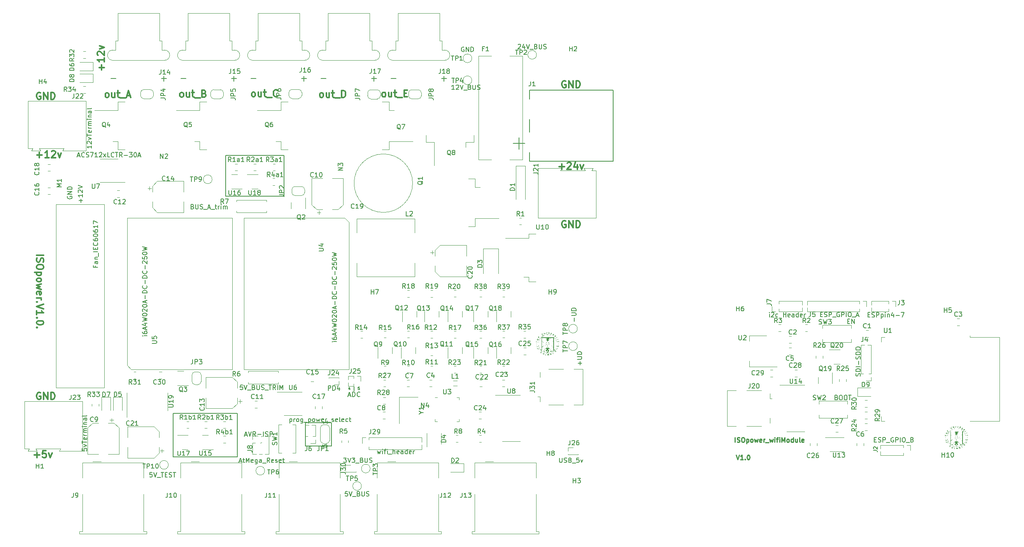
<source format=gbr>
%TF.GenerationSoftware,KiCad,Pcbnew,(6.0.0)*%
%TF.CreationDate,2022-02-25T16:17:33+00:00*%
%TF.ProjectId,ISOpower,49534f70-6f77-4657-922e-6b696361645f,rev?*%
%TF.SameCoordinates,Original*%
%TF.FileFunction,Legend,Top*%
%TF.FilePolarity,Positive*%
%FSLAX46Y46*%
G04 Gerber Fmt 4.6, Leading zero omitted, Abs format (unit mm)*
G04 Created by KiCad (PCBNEW (6.0.0)) date 2022-02-25 16:17:33*
%MOMM*%
%LPD*%
G01*
G04 APERTURE LIST*
%ADD10C,0.250000*%
%ADD11C,0.150000*%
%ADD12C,0.300000*%
%ADD13C,0.120000*%
%ADD14C,0.127000*%
G04 APERTURE END LIST*
D10*
X210566190Y-130262380D02*
X210899523Y-131262380D01*
X211232857Y-130262380D01*
X212090000Y-131262380D02*
X211518571Y-131262380D01*
X211804285Y-131262380D02*
X211804285Y-130262380D01*
X211709047Y-130405238D01*
X211613809Y-130500476D01*
X211518571Y-130548095D01*
X212518571Y-131167142D02*
X212566190Y-131214761D01*
X212518571Y-131262380D01*
X212470952Y-131214761D01*
X212518571Y-131167142D01*
X212518571Y-131262380D01*
X213185238Y-130262380D02*
X213280476Y-130262380D01*
X213375714Y-130310000D01*
X213423333Y-130357619D01*
X213470952Y-130452857D01*
X213518571Y-130643333D01*
X213518571Y-130881428D01*
X213470952Y-131071904D01*
X213423333Y-131167142D01*
X213375714Y-131214761D01*
X213280476Y-131262380D01*
X213185238Y-131262380D01*
X213090000Y-131214761D01*
X213042380Y-131167142D01*
X212994761Y-131071904D01*
X212947142Y-130881428D01*
X212947142Y-130643333D01*
X212994761Y-130452857D01*
X213042380Y-130357619D01*
X213090000Y-130310000D01*
X213185238Y-130262380D01*
X210352619Y-127452380D02*
X210352619Y-126452380D01*
X210781190Y-127404761D02*
X210924047Y-127452380D01*
X211162142Y-127452380D01*
X211257380Y-127404761D01*
X211305000Y-127357142D01*
X211352619Y-127261904D01*
X211352619Y-127166666D01*
X211305000Y-127071428D01*
X211257380Y-127023809D01*
X211162142Y-126976190D01*
X210971666Y-126928571D01*
X210876428Y-126880952D01*
X210828809Y-126833333D01*
X210781190Y-126738095D01*
X210781190Y-126642857D01*
X210828809Y-126547619D01*
X210876428Y-126500000D01*
X210971666Y-126452380D01*
X211209761Y-126452380D01*
X211352619Y-126500000D01*
X211971666Y-126452380D02*
X212162142Y-126452380D01*
X212257380Y-126500000D01*
X212352619Y-126595238D01*
X212400238Y-126785714D01*
X212400238Y-127119047D01*
X212352619Y-127309523D01*
X212257380Y-127404761D01*
X212162142Y-127452380D01*
X211971666Y-127452380D01*
X211876428Y-127404761D01*
X211781190Y-127309523D01*
X211733571Y-127119047D01*
X211733571Y-126785714D01*
X211781190Y-126595238D01*
X211876428Y-126500000D01*
X211971666Y-126452380D01*
X212828809Y-126785714D02*
X212828809Y-127785714D01*
X212828809Y-126833333D02*
X212924047Y-126785714D01*
X213114523Y-126785714D01*
X213209761Y-126833333D01*
X213257380Y-126880952D01*
X213305000Y-126976190D01*
X213305000Y-127261904D01*
X213257380Y-127357142D01*
X213209761Y-127404761D01*
X213114523Y-127452380D01*
X212924047Y-127452380D01*
X212828809Y-127404761D01*
X213876428Y-127452380D02*
X213781190Y-127404761D01*
X213733571Y-127357142D01*
X213685952Y-127261904D01*
X213685952Y-126976190D01*
X213733571Y-126880952D01*
X213781190Y-126833333D01*
X213876428Y-126785714D01*
X214019285Y-126785714D01*
X214114523Y-126833333D01*
X214162142Y-126880952D01*
X214209761Y-126976190D01*
X214209761Y-127261904D01*
X214162142Y-127357142D01*
X214114523Y-127404761D01*
X214019285Y-127452380D01*
X213876428Y-127452380D01*
X214543095Y-126785714D02*
X214733571Y-127452380D01*
X214924047Y-126976190D01*
X215114523Y-127452380D01*
X215305000Y-126785714D01*
X216066904Y-127404761D02*
X215971666Y-127452380D01*
X215781190Y-127452380D01*
X215685952Y-127404761D01*
X215638333Y-127309523D01*
X215638333Y-126928571D01*
X215685952Y-126833333D01*
X215781190Y-126785714D01*
X215971666Y-126785714D01*
X216066904Y-126833333D01*
X216114523Y-126928571D01*
X216114523Y-127023809D01*
X215638333Y-127119047D01*
X216543095Y-127452380D02*
X216543095Y-126785714D01*
X216543095Y-126976190D02*
X216590714Y-126880952D01*
X216638333Y-126833333D01*
X216733571Y-126785714D01*
X216828809Y-126785714D01*
X216924047Y-127547619D02*
X217685952Y-127547619D01*
X217828809Y-126785714D02*
X218019285Y-127452380D01*
X218209761Y-126976190D01*
X218400238Y-127452380D01*
X218590714Y-126785714D01*
X218971666Y-127452380D02*
X218971666Y-126785714D01*
X218971666Y-126452380D02*
X218924047Y-126500000D01*
X218971666Y-126547619D01*
X219019285Y-126500000D01*
X218971666Y-126452380D01*
X218971666Y-126547619D01*
X219305000Y-126785714D02*
X219685952Y-126785714D01*
X219447857Y-127452380D02*
X219447857Y-126595238D01*
X219495476Y-126500000D01*
X219590714Y-126452380D01*
X219685952Y-126452380D01*
X220019285Y-127452380D02*
X220019285Y-126785714D01*
X220019285Y-126452380D02*
X219971666Y-126500000D01*
X220019285Y-126547619D01*
X220066904Y-126500000D01*
X220019285Y-126452380D01*
X220019285Y-126547619D01*
X220495476Y-127452380D02*
X220495476Y-126452380D01*
X220828809Y-127166666D01*
X221162142Y-126452380D01*
X221162142Y-127452380D01*
X221781190Y-127452380D02*
X221685952Y-127404761D01*
X221638333Y-127357142D01*
X221590714Y-127261904D01*
X221590714Y-126976190D01*
X221638333Y-126880952D01*
X221685952Y-126833333D01*
X221781190Y-126785714D01*
X221924047Y-126785714D01*
X222019285Y-126833333D01*
X222066904Y-126880952D01*
X222114523Y-126976190D01*
X222114523Y-127261904D01*
X222066904Y-127357142D01*
X222019285Y-127404761D01*
X221924047Y-127452380D01*
X221781190Y-127452380D01*
X222971666Y-127452380D02*
X222971666Y-126452380D01*
X222971666Y-127404761D02*
X222876428Y-127452380D01*
X222685952Y-127452380D01*
X222590714Y-127404761D01*
X222543095Y-127357142D01*
X222495476Y-127261904D01*
X222495476Y-126976190D01*
X222543095Y-126880952D01*
X222590714Y-126833333D01*
X222685952Y-126785714D01*
X222876428Y-126785714D01*
X222971666Y-126833333D01*
X223876428Y-126785714D02*
X223876428Y-127452380D01*
X223447857Y-126785714D02*
X223447857Y-127309523D01*
X223495476Y-127404761D01*
X223590714Y-127452380D01*
X223733571Y-127452380D01*
X223828809Y-127404761D01*
X223876428Y-127357142D01*
X224495476Y-127452380D02*
X224400238Y-127404761D01*
X224352619Y-127309523D01*
X224352619Y-126452380D01*
X225257380Y-127404761D02*
X225162142Y-127452380D01*
X224971666Y-127452380D01*
X224876428Y-127404761D01*
X224828809Y-127309523D01*
X224828809Y-126928571D01*
X224876428Y-126833333D01*
X224971666Y-126785714D01*
X225162142Y-126785714D01*
X225257380Y-126833333D01*
X225305000Y-126928571D01*
X225305000Y-127023809D01*
X224828809Y-127119047D01*
D11*
X126530973Y-115642805D02*
X126530973Y-116042805D01*
X126388116Y-115414234D02*
X126245259Y-115842805D01*
X126616687Y-115842805D01*
X127445259Y-116242805D02*
X127445259Y-115385662D01*
X128616687Y-115442805D02*
X128330973Y-115442805D01*
X128302401Y-115728519D01*
X128330973Y-115699948D01*
X128388116Y-115671377D01*
X128530973Y-115671377D01*
X128588116Y-115699948D01*
X128616687Y-115728519D01*
X128645259Y-115785662D01*
X128645259Y-115928519D01*
X128616687Y-115985662D01*
X128588116Y-116014234D01*
X128530973Y-116042805D01*
X128388116Y-116042805D01*
X128330973Y-116014234D01*
X128302401Y-115985662D01*
X116814511Y-123190000D02*
X122555000Y-123190000D01*
X122555000Y-123190000D02*
X122555000Y-128270000D01*
X122555000Y-128270000D02*
X116814511Y-128270000D01*
X116814511Y-128270000D02*
X116814511Y-123190000D01*
D12*
X72497142Y-46386428D02*
X72497142Y-45243571D01*
X73068571Y-45815000D02*
X71925714Y-45815000D01*
X73068571Y-43743571D02*
X73068571Y-44600714D01*
X73068571Y-44172142D02*
X71568571Y-44172142D01*
X71782857Y-44315000D01*
X71925714Y-44457857D01*
X71997142Y-44600714D01*
X71711428Y-43172142D02*
X71640000Y-43100714D01*
X71568571Y-42957857D01*
X71568571Y-42600714D01*
X71640000Y-42457857D01*
X71711428Y-42386428D01*
X71854285Y-42315000D01*
X71997142Y-42315000D01*
X72211428Y-42386428D01*
X73068571Y-43243571D01*
X73068571Y-42315000D01*
X72068571Y-41815000D02*
X73068571Y-41457857D01*
X72068571Y-41100714D01*
X133805904Y-52220433D02*
X133663047Y-52149004D01*
X133591618Y-52077576D01*
X133520190Y-51934719D01*
X133520190Y-51506147D01*
X133591618Y-51363290D01*
X133663047Y-51291862D01*
X133805904Y-51220433D01*
X134020190Y-51220433D01*
X134163047Y-51291862D01*
X134234475Y-51363290D01*
X134305904Y-51506147D01*
X134305904Y-51934719D01*
X134234475Y-52077576D01*
X134163047Y-52149004D01*
X134020190Y-52220433D01*
X133805904Y-52220433D01*
X135591618Y-51220433D02*
X135591618Y-52220433D01*
X134948761Y-51220433D02*
X134948761Y-52006147D01*
X135020190Y-52149004D01*
X135163047Y-52220433D01*
X135377332Y-52220433D01*
X135520190Y-52149004D01*
X135591618Y-52077576D01*
X136091618Y-51220433D02*
X136663047Y-51220433D01*
X136305904Y-50720433D02*
X136305904Y-52006147D01*
X136377332Y-52149004D01*
X136520190Y-52220433D01*
X136663047Y-52220433D01*
X136805904Y-52363290D02*
X137948761Y-52363290D01*
X138305904Y-51434719D02*
X138805904Y-51434719D01*
X139020190Y-52220433D02*
X138305904Y-52220433D01*
X138305904Y-50720433D01*
X139020190Y-50720433D01*
X120243122Y-52327295D02*
X120100265Y-52255866D01*
X120028837Y-52184438D01*
X119957408Y-52041581D01*
X119957408Y-51613009D01*
X120028837Y-51470152D01*
X120100265Y-51398724D01*
X120243122Y-51327295D01*
X120457408Y-51327295D01*
X120600265Y-51398724D01*
X120671694Y-51470152D01*
X120743122Y-51613009D01*
X120743122Y-52041581D01*
X120671694Y-52184438D01*
X120600265Y-52255866D01*
X120457408Y-52327295D01*
X120243122Y-52327295D01*
X122028837Y-51327295D02*
X122028837Y-52327295D01*
X121385979Y-51327295D02*
X121385979Y-52113009D01*
X121457408Y-52255866D01*
X121600265Y-52327295D01*
X121814551Y-52327295D01*
X121957408Y-52255866D01*
X122028837Y-52184438D01*
X122528837Y-51327295D02*
X123100265Y-51327295D01*
X122743122Y-50827295D02*
X122743122Y-52113009D01*
X122814551Y-52255866D01*
X122957408Y-52327295D01*
X123100265Y-52327295D01*
X123243122Y-52470152D02*
X124385979Y-52470152D01*
X124743122Y-52327295D02*
X124743122Y-50827295D01*
X125100265Y-50827295D01*
X125314551Y-50898724D01*
X125457408Y-51041581D01*
X125528837Y-51184438D01*
X125600265Y-51470152D01*
X125600265Y-51684438D01*
X125528837Y-51970152D01*
X125457408Y-52113009D01*
X125314551Y-52255866D01*
X125100265Y-52327295D01*
X124743122Y-52327295D01*
X105432804Y-52187544D02*
X105289947Y-52116115D01*
X105218519Y-52044687D01*
X105147090Y-51901830D01*
X105147090Y-51473258D01*
X105218519Y-51330401D01*
X105289947Y-51258973D01*
X105432804Y-51187544D01*
X105647090Y-51187544D01*
X105789947Y-51258973D01*
X105861376Y-51330401D01*
X105932804Y-51473258D01*
X105932804Y-51901830D01*
X105861376Y-52044687D01*
X105789947Y-52116115D01*
X105647090Y-52187544D01*
X105432804Y-52187544D01*
X107218519Y-51187544D02*
X107218519Y-52187544D01*
X106575661Y-51187544D02*
X106575661Y-51973258D01*
X106647090Y-52116115D01*
X106789947Y-52187544D01*
X107004233Y-52187544D01*
X107147090Y-52116115D01*
X107218519Y-52044687D01*
X107718519Y-51187544D02*
X108289947Y-51187544D01*
X107932804Y-50687544D02*
X107932804Y-51973258D01*
X108004233Y-52116115D01*
X108147090Y-52187544D01*
X108289947Y-52187544D01*
X108432804Y-52330401D02*
X109575661Y-52330401D01*
X110789947Y-52044687D02*
X110718519Y-52116115D01*
X110504233Y-52187544D01*
X110361376Y-52187544D01*
X110147090Y-52116115D01*
X110004233Y-51973258D01*
X109932804Y-51830401D01*
X109861376Y-51544687D01*
X109861376Y-51330401D01*
X109932804Y-51044687D01*
X110004233Y-50901830D01*
X110147090Y-50758973D01*
X110361376Y-50687544D01*
X110504233Y-50687544D01*
X110718519Y-50758973D01*
X110789947Y-50830401D01*
X89804207Y-52267691D02*
X89661350Y-52196262D01*
X89589922Y-52124834D01*
X89518493Y-51981977D01*
X89518493Y-51553405D01*
X89589922Y-51410548D01*
X89661350Y-51339120D01*
X89804207Y-51267691D01*
X90018493Y-51267691D01*
X90161350Y-51339120D01*
X90232779Y-51410548D01*
X90304207Y-51553405D01*
X90304207Y-51981977D01*
X90232779Y-52124834D01*
X90161350Y-52196262D01*
X90018493Y-52267691D01*
X89804207Y-52267691D01*
X91589922Y-51267691D02*
X91589922Y-52267691D01*
X90947064Y-51267691D02*
X90947064Y-52053405D01*
X91018493Y-52196262D01*
X91161350Y-52267691D01*
X91375636Y-52267691D01*
X91518493Y-52196262D01*
X91589922Y-52124834D01*
X92089922Y-51267691D02*
X92661350Y-51267691D01*
X92304207Y-50767691D02*
X92304207Y-52053405D01*
X92375636Y-52196262D01*
X92518493Y-52267691D01*
X92661350Y-52267691D01*
X92804207Y-52410548D02*
X93947064Y-52410548D01*
X94804207Y-51481977D02*
X95018493Y-51553405D01*
X95089922Y-51624834D01*
X95161350Y-51767691D01*
X95161350Y-51981977D01*
X95089922Y-52124834D01*
X95018493Y-52196262D01*
X94875636Y-52267691D01*
X94304207Y-52267691D01*
X94304207Y-50767691D01*
X94804207Y-50767691D01*
X94947064Y-50839120D01*
X95018493Y-50910548D01*
X95089922Y-51053405D01*
X95089922Y-51196262D01*
X95018493Y-51339120D01*
X94947064Y-51410548D01*
X94804207Y-51481977D01*
X94304207Y-51481977D01*
X73569944Y-52331445D02*
X73427087Y-52260016D01*
X73355658Y-52188588D01*
X73284230Y-52045731D01*
X73284230Y-51617159D01*
X73355658Y-51474302D01*
X73427087Y-51402874D01*
X73569944Y-51331445D01*
X73784230Y-51331445D01*
X73927087Y-51402874D01*
X73998516Y-51474302D01*
X74069944Y-51617159D01*
X74069944Y-52045731D01*
X73998516Y-52188588D01*
X73927087Y-52260016D01*
X73784230Y-52331445D01*
X73569944Y-52331445D01*
X75355658Y-51331445D02*
X75355658Y-52331445D01*
X74712801Y-51331445D02*
X74712801Y-52117159D01*
X74784230Y-52260016D01*
X74927087Y-52331445D01*
X75141373Y-52331445D01*
X75284230Y-52260016D01*
X75355658Y-52188588D01*
X75855658Y-51331445D02*
X76427087Y-51331445D01*
X76069944Y-50831445D02*
X76069944Y-52117159D01*
X76141373Y-52260016D01*
X76284230Y-52331445D01*
X76427087Y-52331445D01*
X76569944Y-52474302D02*
X77712801Y-52474302D01*
X77998516Y-51902874D02*
X78712801Y-51902874D01*
X77855658Y-52331445D02*
X78355658Y-50831445D01*
X78855658Y-52331445D01*
X173482142Y-79260000D02*
X173339285Y-79188571D01*
X173125000Y-79188571D01*
X172910714Y-79260000D01*
X172767857Y-79402857D01*
X172696428Y-79545714D01*
X172625000Y-79831428D01*
X172625000Y-80045714D01*
X172696428Y-80331428D01*
X172767857Y-80474285D01*
X172910714Y-80617142D01*
X173125000Y-80688571D01*
X173267857Y-80688571D01*
X173482142Y-80617142D01*
X173553571Y-80545714D01*
X173553571Y-80045714D01*
X173267857Y-80045714D01*
X174196428Y-80688571D02*
X174196428Y-79188571D01*
X175053571Y-80688571D01*
X175053571Y-79188571D01*
X175767857Y-80688571D02*
X175767857Y-79188571D01*
X176125000Y-79188571D01*
X176339285Y-79260000D01*
X176482142Y-79402857D01*
X176553571Y-79545714D01*
X176625000Y-79831428D01*
X176625000Y-80045714D01*
X176553571Y-80331428D01*
X176482142Y-80474285D01*
X176339285Y-80617142D01*
X176125000Y-80688571D01*
X175767857Y-80688571D01*
X173482142Y-48780000D02*
X173339285Y-48708571D01*
X173125000Y-48708571D01*
X172910714Y-48780000D01*
X172767857Y-48922857D01*
X172696428Y-49065714D01*
X172625000Y-49351428D01*
X172625000Y-49565714D01*
X172696428Y-49851428D01*
X172767857Y-49994285D01*
X172910714Y-50137142D01*
X173125000Y-50208571D01*
X173267857Y-50208571D01*
X173482142Y-50137142D01*
X173553571Y-50065714D01*
X173553571Y-49565714D01*
X173267857Y-49565714D01*
X174196428Y-50208571D02*
X174196428Y-48708571D01*
X175053571Y-50208571D01*
X175053571Y-48708571D01*
X175767857Y-50208571D02*
X175767857Y-48708571D01*
X176125000Y-48708571D01*
X176339285Y-48780000D01*
X176482142Y-48922857D01*
X176553571Y-49065714D01*
X176625000Y-49351428D01*
X176625000Y-49565714D01*
X176553571Y-49851428D01*
X176482142Y-49994285D01*
X176339285Y-50137142D01*
X176125000Y-50208571D01*
X175767857Y-50208571D01*
X59182142Y-116725000D02*
X59039285Y-116653571D01*
X58825000Y-116653571D01*
X58610714Y-116725000D01*
X58467857Y-116867857D01*
X58396428Y-117010714D01*
X58325000Y-117296428D01*
X58325000Y-117510714D01*
X58396428Y-117796428D01*
X58467857Y-117939285D01*
X58610714Y-118082142D01*
X58825000Y-118153571D01*
X58967857Y-118153571D01*
X59182142Y-118082142D01*
X59253571Y-118010714D01*
X59253571Y-117510714D01*
X58967857Y-117510714D01*
X59896428Y-118153571D02*
X59896428Y-116653571D01*
X60753571Y-118153571D01*
X60753571Y-116653571D01*
X61467857Y-118153571D02*
X61467857Y-116653571D01*
X61825000Y-116653571D01*
X62039285Y-116725000D01*
X62182142Y-116867857D01*
X62253571Y-117010714D01*
X62325000Y-117296428D01*
X62325000Y-117510714D01*
X62253571Y-117796428D01*
X62182142Y-117939285D01*
X62039285Y-118082142D01*
X61825000Y-118153571D01*
X61467857Y-118153571D01*
X59182142Y-51320000D02*
X59039285Y-51248571D01*
X58825000Y-51248571D01*
X58610714Y-51320000D01*
X58467857Y-51462857D01*
X58396428Y-51605714D01*
X58325000Y-51891428D01*
X58325000Y-52105714D01*
X58396428Y-52391428D01*
X58467857Y-52534285D01*
X58610714Y-52677142D01*
X58825000Y-52748571D01*
X58967857Y-52748571D01*
X59182142Y-52677142D01*
X59253571Y-52605714D01*
X59253571Y-52105714D01*
X58967857Y-52105714D01*
X59896428Y-52748571D02*
X59896428Y-51248571D01*
X60753571Y-52748571D01*
X60753571Y-51248571D01*
X61467857Y-52748571D02*
X61467857Y-51248571D01*
X61825000Y-51248571D01*
X62039285Y-51320000D01*
X62182142Y-51462857D01*
X62253571Y-51605714D01*
X62325000Y-51891428D01*
X62325000Y-52105714D01*
X62253571Y-52391428D01*
X62182142Y-52534285D01*
X62039285Y-52677142D01*
X61825000Y-52748571D01*
X61467857Y-52748571D01*
X57832857Y-130282142D02*
X58975714Y-130282142D01*
X58404285Y-130853571D02*
X58404285Y-129710714D01*
X60404285Y-129353571D02*
X59690000Y-129353571D01*
X59618571Y-130067857D01*
X59690000Y-129996428D01*
X59832857Y-129925000D01*
X60190000Y-129925000D01*
X60332857Y-129996428D01*
X60404285Y-130067857D01*
X60475714Y-130210714D01*
X60475714Y-130567857D01*
X60404285Y-130710714D01*
X60332857Y-130782142D01*
X60190000Y-130853571D01*
X59832857Y-130853571D01*
X59690000Y-130782142D01*
X59618571Y-130710714D01*
X60975714Y-129853571D02*
X61332857Y-130853571D01*
X61690000Y-129853571D01*
X58388571Y-64877142D02*
X59531428Y-64877142D01*
X58960000Y-65448571D02*
X58960000Y-64305714D01*
X61031428Y-65448571D02*
X60174285Y-65448571D01*
X60602857Y-65448571D02*
X60602857Y-63948571D01*
X60460000Y-64162857D01*
X60317142Y-64305714D01*
X60174285Y-64377142D01*
X61602857Y-64091428D02*
X61674285Y-64020000D01*
X61817142Y-63948571D01*
X62174285Y-63948571D01*
X62317142Y-64020000D01*
X62388571Y-64091428D01*
X62460000Y-64234285D01*
X62460000Y-64377142D01*
X62388571Y-64591428D01*
X61531428Y-65448571D01*
X62460000Y-65448571D01*
X62960000Y-64448571D02*
X63317142Y-65448571D01*
X63674285Y-64448571D01*
X172053571Y-67417142D02*
X173196428Y-67417142D01*
X172625000Y-67988571D02*
X172625000Y-66845714D01*
X173839285Y-66631428D02*
X173910714Y-66560000D01*
X174053571Y-66488571D01*
X174410714Y-66488571D01*
X174553571Y-66560000D01*
X174625000Y-66631428D01*
X174696428Y-66774285D01*
X174696428Y-66917142D01*
X174625000Y-67131428D01*
X173767857Y-67988571D01*
X174696428Y-67988571D01*
X175982142Y-66988571D02*
X175982142Y-67988571D01*
X175625000Y-66417142D02*
X175267857Y-67488571D01*
X176196428Y-67488571D01*
X176625000Y-66988571D02*
X176982142Y-67988571D01*
X177339285Y-66988571D01*
X58376428Y-86722142D02*
X59876428Y-86722142D01*
X58447857Y-87365000D02*
X58376428Y-87579285D01*
X58376428Y-87936428D01*
X58447857Y-88079285D01*
X58519285Y-88150714D01*
X58662142Y-88222142D01*
X58805000Y-88222142D01*
X58947857Y-88150714D01*
X59019285Y-88079285D01*
X59090714Y-87936428D01*
X59162142Y-87650714D01*
X59233571Y-87507857D01*
X59305000Y-87436428D01*
X59447857Y-87365000D01*
X59590714Y-87365000D01*
X59733571Y-87436428D01*
X59805000Y-87507857D01*
X59876428Y-87650714D01*
X59876428Y-88007857D01*
X59805000Y-88222142D01*
X59876428Y-89150714D02*
X59876428Y-89436428D01*
X59805000Y-89579285D01*
X59662142Y-89722142D01*
X59376428Y-89793571D01*
X58876428Y-89793571D01*
X58590714Y-89722142D01*
X58447857Y-89579285D01*
X58376428Y-89436428D01*
X58376428Y-89150714D01*
X58447857Y-89007857D01*
X58590714Y-88865000D01*
X58876428Y-88793571D01*
X59376428Y-88793571D01*
X59662142Y-88865000D01*
X59805000Y-89007857D01*
X59876428Y-89150714D01*
X59376428Y-90436428D02*
X57876428Y-90436428D01*
X59305000Y-90436428D02*
X59376428Y-90579285D01*
X59376428Y-90865000D01*
X59305000Y-91007857D01*
X59233571Y-91079285D01*
X59090714Y-91150714D01*
X58662142Y-91150714D01*
X58519285Y-91079285D01*
X58447857Y-91007857D01*
X58376428Y-90865000D01*
X58376428Y-90579285D01*
X58447857Y-90436428D01*
X58376428Y-92007857D02*
X58447857Y-91865000D01*
X58519285Y-91793571D01*
X58662142Y-91722142D01*
X59090714Y-91722142D01*
X59233571Y-91793571D01*
X59305000Y-91865000D01*
X59376428Y-92007857D01*
X59376428Y-92222142D01*
X59305000Y-92365000D01*
X59233571Y-92436428D01*
X59090714Y-92507857D01*
X58662142Y-92507857D01*
X58519285Y-92436428D01*
X58447857Y-92365000D01*
X58376428Y-92222142D01*
X58376428Y-92007857D01*
X59376428Y-93007857D02*
X58376428Y-93293571D01*
X59090714Y-93579285D01*
X58376428Y-93865000D01*
X59376428Y-94150714D01*
X58447857Y-95293571D02*
X58376428Y-95150714D01*
X58376428Y-94865000D01*
X58447857Y-94722142D01*
X58590714Y-94650714D01*
X59162142Y-94650714D01*
X59305000Y-94722142D01*
X59376428Y-94865000D01*
X59376428Y-95150714D01*
X59305000Y-95293571D01*
X59162142Y-95365000D01*
X59019285Y-95365000D01*
X58876428Y-94650714D01*
X58376428Y-96007857D02*
X59376428Y-96007857D01*
X59090714Y-96007857D02*
X59233571Y-96079285D01*
X59305000Y-96150714D01*
X59376428Y-96293571D01*
X59376428Y-96436428D01*
X58519285Y-96936428D02*
X58447857Y-97007857D01*
X58376428Y-96936428D01*
X58447857Y-96865000D01*
X58519285Y-96936428D01*
X58376428Y-96936428D01*
X59876428Y-97436428D02*
X58376428Y-97936428D01*
X59876428Y-98436428D01*
X58376428Y-99722142D02*
X58376428Y-98865000D01*
X58376428Y-99293571D02*
X59876428Y-99293571D01*
X59662142Y-99150714D01*
X59519285Y-99007857D01*
X59447857Y-98865000D01*
X58519285Y-100365000D02*
X58447857Y-100436428D01*
X58376428Y-100365000D01*
X58447857Y-100293571D01*
X58519285Y-100365000D01*
X58376428Y-100365000D01*
X59876428Y-101365000D02*
X59876428Y-101507857D01*
X59805000Y-101650714D01*
X59733571Y-101722142D01*
X59590714Y-101793571D01*
X59305000Y-101865000D01*
X58947857Y-101865000D01*
X58662142Y-101793571D01*
X58519285Y-101722142D01*
X58447857Y-101650714D01*
X58376428Y-101507857D01*
X58376428Y-101365000D01*
X58447857Y-101222142D01*
X58519285Y-101150714D01*
X58662142Y-101079285D01*
X58947857Y-101007857D01*
X59305000Y-101007857D01*
X59590714Y-101079285D01*
X59733571Y-101150714D01*
X59805000Y-101222142D01*
X59876428Y-101365000D01*
X58519285Y-102507857D02*
X58447857Y-102579285D01*
X58376428Y-102507857D01*
X58447857Y-102436428D01*
X58519285Y-102507857D01*
X58376428Y-102507857D01*
D11*
X88079511Y-121154511D02*
X102049511Y-121154511D01*
X102049511Y-121154511D02*
X102049511Y-130679511D01*
X102049511Y-130679511D02*
X88079511Y-130679511D01*
X88079511Y-130679511D02*
X88079511Y-121154511D01*
X99494511Y-65009511D02*
X112194511Y-65009511D01*
X112194511Y-65009511D02*
X112194511Y-73899511D01*
X112194511Y-73899511D02*
X99494511Y-73899511D01*
X99494511Y-73899511D02*
X99494511Y-65009511D01*
%TO.C,JP6*%
X110535891Y-52414348D02*
X111250177Y-52414348D01*
X111393034Y-52461967D01*
X111488272Y-52557205D01*
X111535891Y-52700062D01*
X111535891Y-52795300D01*
X111535891Y-51938157D02*
X110535891Y-51938157D01*
X110535891Y-51557205D01*
X110583511Y-51461967D01*
X110631130Y-51414348D01*
X110726368Y-51366729D01*
X110869225Y-51366729D01*
X110964463Y-51414348D01*
X111012082Y-51461967D01*
X111059701Y-51557205D01*
X111059701Y-51938157D01*
X110535891Y-50509586D02*
X110535891Y-50700062D01*
X110583511Y-50795300D01*
X110631130Y-50842919D01*
X110773987Y-50938157D01*
X110964463Y-50985776D01*
X111345415Y-50985776D01*
X111440653Y-50938157D01*
X111488272Y-50890538D01*
X111535891Y-50795300D01*
X111535891Y-50604824D01*
X111488272Y-50509586D01*
X111440653Y-50461967D01*
X111345415Y-50414348D01*
X111107320Y-50414348D01*
X111012082Y-50461967D01*
X110964463Y-50509586D01*
X110916844Y-50604824D01*
X110916844Y-50795300D01*
X110964463Y-50890538D01*
X111012082Y-50938157D01*
X111107320Y-50985776D01*
%TO.C,JP3*%
X92326177Y-109430891D02*
X92326177Y-110145177D01*
X92278558Y-110288034D01*
X92183320Y-110383272D01*
X92040463Y-110430891D01*
X91945225Y-110430891D01*
X92802368Y-110430891D02*
X92802368Y-109430891D01*
X93183320Y-109430891D01*
X93278558Y-109478511D01*
X93326177Y-109526130D01*
X93373796Y-109621368D01*
X93373796Y-109764225D01*
X93326177Y-109859463D01*
X93278558Y-109907082D01*
X93183320Y-109954701D01*
X92802368Y-109954701D01*
X93707130Y-109430891D02*
X94326177Y-109430891D01*
X93992844Y-109811844D01*
X94135701Y-109811844D01*
X94230939Y-109859463D01*
X94278558Y-109907082D01*
X94326177Y-110002320D01*
X94326177Y-110240415D01*
X94278558Y-110335653D01*
X94230939Y-110383272D01*
X94135701Y-110430891D01*
X93849987Y-110430891D01*
X93754749Y-110383272D01*
X93707130Y-110335653D01*
%TO.C,JP4*%
X85372891Y-52452084D02*
X86087177Y-52452084D01*
X86230034Y-52499703D01*
X86325272Y-52594941D01*
X86372891Y-52737798D01*
X86372891Y-52833036D01*
X86372891Y-51975893D02*
X85372891Y-51975893D01*
X85372891Y-51594941D01*
X85420511Y-51499703D01*
X85468130Y-51452084D01*
X85563368Y-51404465D01*
X85706225Y-51404465D01*
X85801463Y-51452084D01*
X85849082Y-51499703D01*
X85896701Y-51594941D01*
X85896701Y-51975893D01*
X85706225Y-50547322D02*
X86372891Y-50547322D01*
X85325272Y-50785417D02*
X86039558Y-51023512D01*
X86039558Y-50404465D01*
%TO.C,JP7*%
X127665891Y-52494665D02*
X128380177Y-52494665D01*
X128523034Y-52542284D01*
X128618272Y-52637522D01*
X128665891Y-52780379D01*
X128665891Y-52875617D01*
X128665891Y-52018474D02*
X127665891Y-52018474D01*
X127665891Y-51637522D01*
X127713511Y-51542284D01*
X127761130Y-51494665D01*
X127856368Y-51447046D01*
X127999225Y-51447046D01*
X128094463Y-51494665D01*
X128142082Y-51542284D01*
X128189701Y-51637522D01*
X128189701Y-52018474D01*
X127665891Y-51113712D02*
X127665891Y-50447046D01*
X128665891Y-50875617D01*
%TO.C,JP5*%
X100612891Y-52461983D02*
X101327177Y-52461983D01*
X101470034Y-52509602D01*
X101565272Y-52604840D01*
X101612891Y-52747697D01*
X101612891Y-52842935D01*
X101612891Y-51985792D02*
X100612891Y-51985792D01*
X100612891Y-51604840D01*
X100660511Y-51509602D01*
X100708130Y-51461983D01*
X100803368Y-51414364D01*
X100946225Y-51414364D01*
X101041463Y-51461983D01*
X101089082Y-51509602D01*
X101136701Y-51604840D01*
X101136701Y-51985792D01*
X100612891Y-50509602D02*
X100612891Y-50985792D01*
X101089082Y-51033411D01*
X101041463Y-50985792D01*
X100993844Y-50890554D01*
X100993844Y-50652459D01*
X101041463Y-50557221D01*
X101089082Y-50509602D01*
X101184320Y-50461983D01*
X101422415Y-50461983D01*
X101517653Y-50509602D01*
X101565272Y-50557221D01*
X101612891Y-50652459D01*
X101612891Y-50890554D01*
X101565272Y-50985792D01*
X101517653Y-51033411D01*
%TO.C,JP2*%
X111170891Y-73562844D02*
X111885177Y-73562844D01*
X112028034Y-73610463D01*
X112123272Y-73705701D01*
X112170891Y-73848558D01*
X112170891Y-73943796D01*
X112170891Y-73086653D02*
X111170891Y-73086653D01*
X111170891Y-72705701D01*
X111218511Y-72610463D01*
X111266130Y-72562844D01*
X111361368Y-72515225D01*
X111504225Y-72515225D01*
X111599463Y-72562844D01*
X111647082Y-72610463D01*
X111694701Y-72705701D01*
X111694701Y-73086653D01*
X111266130Y-72134272D02*
X111218511Y-72086653D01*
X111170891Y-71991415D01*
X111170891Y-71753320D01*
X111218511Y-71658082D01*
X111266130Y-71610463D01*
X111361368Y-71562844D01*
X111456606Y-71562844D01*
X111599463Y-71610463D01*
X112170891Y-72181891D01*
X112170891Y-71562844D01*
%TO.C,JP8*%
X143682891Y-52486218D02*
X144397177Y-52486218D01*
X144540034Y-52533837D01*
X144635272Y-52629075D01*
X144682891Y-52771932D01*
X144682891Y-52867170D01*
X144682891Y-52010027D02*
X143682891Y-52010027D01*
X143682891Y-51629075D01*
X143730511Y-51533837D01*
X143778130Y-51486218D01*
X143873368Y-51438599D01*
X144016225Y-51438599D01*
X144111463Y-51486218D01*
X144159082Y-51533837D01*
X144206701Y-51629075D01*
X144206701Y-52010027D01*
X144111463Y-50867170D02*
X144063844Y-50962408D01*
X144016225Y-51010027D01*
X143920987Y-51057646D01*
X143873368Y-51057646D01*
X143778130Y-51010027D01*
X143730511Y-50962408D01*
X143682891Y-50867170D01*
X143682891Y-50676694D01*
X143730511Y-50581456D01*
X143778130Y-50533837D01*
X143873368Y-50486218D01*
X143920987Y-50486218D01*
X144016225Y-50533837D01*
X144063844Y-50581456D01*
X144111463Y-50676694D01*
X144111463Y-50867170D01*
X144159082Y-50962408D01*
X144206701Y-51010027D01*
X144301939Y-51057646D01*
X144492415Y-51057646D01*
X144587653Y-51010027D01*
X144635272Y-50962408D01*
X144682891Y-50867170D01*
X144682891Y-50676694D01*
X144635272Y-50581456D01*
X144587653Y-50533837D01*
X144492415Y-50486218D01*
X144301939Y-50486218D01*
X144206701Y-50533837D01*
X144159082Y-50581456D01*
X144111463Y-50676694D01*
%TO.C,J1*%
X165851030Y-48851650D02*
X165851030Y-49566251D01*
X165803390Y-49709171D01*
X165708110Y-49804451D01*
X165565190Y-49852091D01*
X165469910Y-49852091D01*
X166851471Y-49852091D02*
X166279791Y-49852091D01*
X166565631Y-49852091D02*
X166565631Y-48851650D01*
X166470351Y-48994570D01*
X166375071Y-49089850D01*
X166279791Y-49137490D01*
%TO.C,N4*%
X142113095Y-119902380D02*
X142113095Y-118902380D01*
X142684523Y-119902380D01*
X142684523Y-118902380D01*
X143589285Y-119235714D02*
X143589285Y-119902380D01*
X143351190Y-118854761D02*
X143113095Y-119569047D01*
X143732142Y-119569047D01*
%TO.C,D3*%
X155310815Y-89325456D02*
X154310815Y-89325456D01*
X154310815Y-89087361D01*
X154358435Y-88944503D01*
X154453673Y-88849265D01*
X154548911Y-88801646D01*
X154739387Y-88754027D01*
X154882244Y-88754027D01*
X155072720Y-88801646D01*
X155167958Y-88849265D01*
X155263196Y-88944503D01*
X155310815Y-89087361D01*
X155310815Y-89325456D01*
X154310815Y-88420694D02*
X154310815Y-87801646D01*
X154691768Y-88134980D01*
X154691768Y-87992122D01*
X154739387Y-87896884D01*
X154787006Y-87849265D01*
X154882244Y-87801646D01*
X155120339Y-87801646D01*
X155215577Y-87849265D01*
X155263196Y-87896884D01*
X155310815Y-87992122D01*
X155310815Y-88277837D01*
X155263196Y-88373075D01*
X155215577Y-88420694D01*
%TO.C,J12*%
X146510476Y-138517380D02*
X146510476Y-139231666D01*
X146462857Y-139374523D01*
X146367619Y-139469761D01*
X146224761Y-139517380D01*
X146129523Y-139517380D01*
X147510476Y-139517380D02*
X146939047Y-139517380D01*
X147224761Y-139517380D02*
X147224761Y-138517380D01*
X147129523Y-138660238D01*
X147034285Y-138755476D01*
X146939047Y-138803095D01*
X147891428Y-138612619D02*
X147939047Y-138565000D01*
X148034285Y-138517380D01*
X148272380Y-138517380D01*
X148367619Y-138565000D01*
X148415238Y-138612619D01*
X148462857Y-138707857D01*
X148462857Y-138803095D01*
X148415238Y-138945952D01*
X147843809Y-139517380D01*
X148462857Y-139517380D01*
%TO.C,TP2*%
X162568095Y-41997380D02*
X163139523Y-41997380D01*
X162853809Y-42997380D02*
X162853809Y-41997380D01*
X163472857Y-42997380D02*
X163472857Y-41997380D01*
X163853809Y-41997380D01*
X163949047Y-42045000D01*
X163996666Y-42092619D01*
X164044285Y-42187857D01*
X164044285Y-42330714D01*
X163996666Y-42425952D01*
X163949047Y-42473571D01*
X163853809Y-42521190D01*
X163472857Y-42521190D01*
X164425238Y-42092619D02*
X164472857Y-42045000D01*
X164568095Y-41997380D01*
X164806190Y-41997380D01*
X164901428Y-42045000D01*
X164949047Y-42092619D01*
X164996666Y-42187857D01*
X164996666Y-42283095D01*
X164949047Y-42425952D01*
X164377619Y-42997380D01*
X164996666Y-42997380D01*
X163113082Y-40847130D02*
X163160701Y-40799511D01*
X163255939Y-40751891D01*
X163494034Y-40751891D01*
X163589272Y-40799511D01*
X163636891Y-40847130D01*
X163684511Y-40942368D01*
X163684511Y-41037606D01*
X163636891Y-41180463D01*
X163065463Y-41751891D01*
X163684511Y-41751891D01*
X164541653Y-41085225D02*
X164541653Y-41751891D01*
X164303558Y-40704272D02*
X164065463Y-41418558D01*
X164684511Y-41418558D01*
X164922606Y-40751891D02*
X165255939Y-41751891D01*
X165589272Y-40751891D01*
X165684511Y-41847130D02*
X166446415Y-41847130D01*
X167017844Y-41228082D02*
X167160701Y-41275701D01*
X167208320Y-41323320D01*
X167255939Y-41418558D01*
X167255939Y-41561415D01*
X167208320Y-41656653D01*
X167160701Y-41704272D01*
X167065463Y-41751891D01*
X166684511Y-41751891D01*
X166684511Y-40751891D01*
X167017844Y-40751891D01*
X167113082Y-40799511D01*
X167160701Y-40847130D01*
X167208320Y-40942368D01*
X167208320Y-41037606D01*
X167160701Y-41132844D01*
X167113082Y-41180463D01*
X167017844Y-41228082D01*
X166684511Y-41228082D01*
X167684511Y-40751891D02*
X167684511Y-41561415D01*
X167732130Y-41656653D01*
X167779749Y-41704272D01*
X167874987Y-41751891D01*
X168065463Y-41751891D01*
X168160701Y-41704272D01*
X168208320Y-41656653D01*
X168255939Y-41561415D01*
X168255939Y-40751891D01*
X168684511Y-41704272D02*
X168827368Y-41751891D01*
X169065463Y-41751891D01*
X169160701Y-41704272D01*
X169208320Y-41656653D01*
X169255939Y-41561415D01*
X169255939Y-41466177D01*
X169208320Y-41370939D01*
X169160701Y-41323320D01*
X169065463Y-41275701D01*
X168874987Y-41228082D01*
X168779749Y-41180463D01*
X168732130Y-41132844D01*
X168684511Y-41037606D01*
X168684511Y-40942368D01*
X168732130Y-40847130D01*
X168779749Y-40799511D01*
X168874987Y-40751891D01*
X169113082Y-40751891D01*
X169255939Y-40799511D01*
%TO.C,J2*%
X240490168Y-129249609D02*
X241061597Y-129249609D01*
X241175883Y-129287704D01*
X241252073Y-129363895D01*
X241290168Y-129478181D01*
X241290168Y-129554371D01*
X240566359Y-128906752D02*
X240528264Y-128868657D01*
X240490168Y-128792466D01*
X240490168Y-128601990D01*
X240528264Y-128525800D01*
X240566359Y-128487704D01*
X240642549Y-128449609D01*
X240718740Y-128449609D01*
X240833025Y-128487704D01*
X241290168Y-128944847D01*
X241290168Y-128449609D01*
X240656304Y-126917431D02*
X240989637Y-126917431D01*
X241132494Y-127441240D02*
X240656304Y-127441240D01*
X240656304Y-126441240D01*
X241132494Y-126441240D01*
X241513447Y-127393621D02*
X241656304Y-127441240D01*
X241894399Y-127441240D01*
X241989637Y-127393621D01*
X242037256Y-127346002D01*
X242084875Y-127250764D01*
X242084875Y-127155526D01*
X242037256Y-127060288D01*
X241989637Y-127012669D01*
X241894399Y-126965050D01*
X241703923Y-126917431D01*
X241608685Y-126869812D01*
X241561066Y-126822193D01*
X241513447Y-126726955D01*
X241513447Y-126631717D01*
X241561066Y-126536479D01*
X241608685Y-126488860D01*
X241703923Y-126441240D01*
X241942018Y-126441240D01*
X242084875Y-126488860D01*
X242513447Y-127441240D02*
X242513447Y-126441240D01*
X242894399Y-126441240D01*
X242989637Y-126488860D01*
X243037256Y-126536479D01*
X243084875Y-126631717D01*
X243084875Y-126774574D01*
X243037256Y-126869812D01*
X242989637Y-126917431D01*
X242894399Y-126965050D01*
X242513447Y-126965050D01*
X243275351Y-127536479D02*
X244037256Y-127536479D01*
X244799161Y-126488860D02*
X244703923Y-126441240D01*
X244561066Y-126441240D01*
X244418209Y-126488860D01*
X244322970Y-126584098D01*
X244275351Y-126679336D01*
X244227732Y-126869812D01*
X244227732Y-127012669D01*
X244275351Y-127203145D01*
X244322970Y-127298383D01*
X244418209Y-127393621D01*
X244561066Y-127441240D01*
X244656304Y-127441240D01*
X244799161Y-127393621D01*
X244846780Y-127346002D01*
X244846780Y-127012669D01*
X244656304Y-127012669D01*
X245275351Y-127441240D02*
X245275351Y-126441240D01*
X245656304Y-126441240D01*
X245751542Y-126488860D01*
X245799161Y-126536479D01*
X245846780Y-126631717D01*
X245846780Y-126774574D01*
X245799161Y-126869812D01*
X245751542Y-126917431D01*
X245656304Y-126965050D01*
X245275351Y-126965050D01*
X246275351Y-127441240D02*
X246275351Y-126441240D01*
X246942018Y-126441240D02*
X247132494Y-126441240D01*
X247227732Y-126488860D01*
X247322970Y-126584098D01*
X247370590Y-126774574D01*
X247370590Y-127107907D01*
X247322970Y-127298383D01*
X247227732Y-127393621D01*
X247132494Y-127441240D01*
X246942018Y-127441240D01*
X246846780Y-127393621D01*
X246751542Y-127298383D01*
X246703923Y-127107907D01*
X246703923Y-126774574D01*
X246751542Y-126584098D01*
X246846780Y-126488860D01*
X246942018Y-126441240D01*
X247561066Y-127536479D02*
X248322970Y-127536479D01*
X248894399Y-126917431D02*
X249037256Y-126965050D01*
X249084875Y-127012669D01*
X249132494Y-127107907D01*
X249132494Y-127250764D01*
X249084875Y-127346002D01*
X249037256Y-127393621D01*
X248942018Y-127441240D01*
X248561066Y-127441240D01*
X248561066Y-126441240D01*
X248894399Y-126441240D01*
X248989637Y-126488860D01*
X249037256Y-126536479D01*
X249084875Y-126631717D01*
X249084875Y-126726955D01*
X249037256Y-126822193D01*
X248989637Y-126869812D01*
X248894399Y-126917431D01*
X248561066Y-126917431D01*
%TO.C,C14*%
X86316653Y-70381653D02*
X86269034Y-70429272D01*
X86126177Y-70476891D01*
X86030939Y-70476891D01*
X85888082Y-70429272D01*
X85792844Y-70334034D01*
X85745225Y-70238796D01*
X85697606Y-70048320D01*
X85697606Y-69905463D01*
X85745225Y-69714987D01*
X85792844Y-69619749D01*
X85888082Y-69524511D01*
X86030939Y-69476891D01*
X86126177Y-69476891D01*
X86269034Y-69524511D01*
X86316653Y-69572130D01*
X87269034Y-70476891D02*
X86697606Y-70476891D01*
X86983320Y-70476891D02*
X86983320Y-69476891D01*
X86888082Y-69619749D01*
X86792844Y-69714987D01*
X86697606Y-69762606D01*
X88126177Y-69810225D02*
X88126177Y-70476891D01*
X87888082Y-69429272D02*
X87649987Y-70143558D01*
X88269034Y-70143558D01*
%TO.C,Q4*%
X73379272Y-58837130D02*
X73284034Y-58789511D01*
X73188796Y-58694272D01*
X73045939Y-58551415D01*
X72950701Y-58503796D01*
X72855463Y-58503796D01*
X72903082Y-58741891D02*
X72807844Y-58694272D01*
X72712606Y-58599034D01*
X72664987Y-58408558D01*
X72664987Y-58075225D01*
X72712606Y-57884749D01*
X72807844Y-57789511D01*
X72903082Y-57741891D01*
X73093558Y-57741891D01*
X73188796Y-57789511D01*
X73284034Y-57884749D01*
X73331653Y-58075225D01*
X73331653Y-58408558D01*
X73284034Y-58599034D01*
X73188796Y-58694272D01*
X73093558Y-58741891D01*
X72903082Y-58741891D01*
X74188796Y-58075225D02*
X74188796Y-58741891D01*
X73950701Y-57694272D02*
X73712606Y-58408558D01*
X74331653Y-58408558D01*
%TO.C,J15*%
X100624987Y-46124884D02*
X100624987Y-46839170D01*
X100577368Y-46982027D01*
X100482130Y-47077265D01*
X100339272Y-47124884D01*
X100244034Y-47124884D01*
X101624987Y-47124884D02*
X101053558Y-47124884D01*
X101339272Y-47124884D02*
X101339272Y-46124884D01*
X101244034Y-46267742D01*
X101148796Y-46362980D01*
X101053558Y-46410599D01*
X102529749Y-46124884D02*
X102053558Y-46124884D01*
X102005939Y-46601075D01*
X102053558Y-46553456D01*
X102148796Y-46505837D01*
X102386891Y-46505837D01*
X102482130Y-46553456D01*
X102529749Y-46601075D01*
X102577368Y-46696313D01*
X102577368Y-46934408D01*
X102529749Y-47029646D01*
X102482130Y-47077265D01*
X102386891Y-47124884D01*
X102148796Y-47124884D01*
X102053558Y-47077265D01*
X102005939Y-47029646D01*
X100713082Y-48236653D02*
X101855939Y-48236653D01*
X101284511Y-48808082D02*
X101284511Y-47665225D01*
X89713082Y-48236653D02*
X90855939Y-48236653D01*
%TO.C,N3*%
X124977188Y-68231349D02*
X123977188Y-68231349D01*
X124977188Y-67659921D01*
X123977188Y-67659921D01*
X123977188Y-67278968D02*
X123977188Y-66659921D01*
X124358141Y-66993254D01*
X124358141Y-66850397D01*
X124405760Y-66755159D01*
X124453379Y-66707540D01*
X124548617Y-66659921D01*
X124786712Y-66659921D01*
X124881950Y-66707540D01*
X124929569Y-66755159D01*
X124977188Y-66850397D01*
X124977188Y-67136111D01*
X124929569Y-67231349D01*
X124881950Y-67278968D01*
%TO.C,Q13*%
X141960085Y-98812435D02*
X141864847Y-98764816D01*
X141769609Y-98669577D01*
X141626752Y-98526720D01*
X141531514Y-98479101D01*
X141436275Y-98479101D01*
X141483894Y-98717196D02*
X141388656Y-98669577D01*
X141293418Y-98574339D01*
X141245799Y-98383863D01*
X141245799Y-98050530D01*
X141293418Y-97860054D01*
X141388656Y-97764816D01*
X141483894Y-97717196D01*
X141674371Y-97717196D01*
X141769609Y-97764816D01*
X141864847Y-97860054D01*
X141912466Y-98050530D01*
X141912466Y-98383863D01*
X141864847Y-98574339D01*
X141769609Y-98669577D01*
X141674371Y-98717196D01*
X141483894Y-98717196D01*
X142864847Y-98717196D02*
X142293418Y-98717196D01*
X142579133Y-98717196D02*
X142579133Y-97717196D01*
X142483894Y-97860054D01*
X142388656Y-97955292D01*
X142293418Y-98002911D01*
X143198180Y-97717196D02*
X143817228Y-97717196D01*
X143483894Y-98098149D01*
X143626752Y-98098149D01*
X143721990Y-98145768D01*
X143769609Y-98193387D01*
X143817228Y-98288625D01*
X143817228Y-98526720D01*
X143769609Y-98621958D01*
X143721990Y-98669577D01*
X143626752Y-98717196D01*
X143341037Y-98717196D01*
X143245799Y-98669577D01*
X143198180Y-98621958D01*
%TO.C,U3*%
X146897606Y-115986891D02*
X146897606Y-116796415D01*
X146945225Y-116891653D01*
X146992844Y-116939272D01*
X147088082Y-116986891D01*
X147278558Y-116986891D01*
X147373796Y-116939272D01*
X147421415Y-116891653D01*
X147469034Y-116796415D01*
X147469034Y-115986891D01*
X147849987Y-115986891D02*
X148469034Y-115986891D01*
X148135701Y-116367844D01*
X148278558Y-116367844D01*
X148373796Y-116415463D01*
X148421415Y-116463082D01*
X148469034Y-116558320D01*
X148469034Y-116796415D01*
X148421415Y-116891653D01*
X148373796Y-116939272D01*
X148278558Y-116986891D01*
X147992844Y-116986891D01*
X147897606Y-116939272D01*
X147849987Y-116891653D01*
%TO.C,Q5*%
X91166772Y-58837130D02*
X91071534Y-58789511D01*
X90976296Y-58694272D01*
X90833439Y-58551415D01*
X90738201Y-58503796D01*
X90642963Y-58503796D01*
X90690582Y-58741891D02*
X90595344Y-58694272D01*
X90500106Y-58599034D01*
X90452487Y-58408558D01*
X90452487Y-58075225D01*
X90500106Y-57884749D01*
X90595344Y-57789511D01*
X90690582Y-57741891D01*
X90881058Y-57741891D01*
X90976296Y-57789511D01*
X91071534Y-57884749D01*
X91119153Y-58075225D01*
X91119153Y-58408558D01*
X91071534Y-58599034D01*
X90976296Y-58694272D01*
X90881058Y-58741891D01*
X90690582Y-58741891D01*
X92023915Y-57741891D02*
X91547725Y-57741891D01*
X91500106Y-58218082D01*
X91547725Y-58170463D01*
X91642963Y-58122844D01*
X91881058Y-58122844D01*
X91976296Y-58170463D01*
X92023915Y-58218082D01*
X92071534Y-58313320D01*
X92071534Y-58551415D01*
X92023915Y-58646653D01*
X91976296Y-58694272D01*
X91881058Y-58741891D01*
X91642963Y-58741891D01*
X91547725Y-58694272D01*
X91500106Y-58646653D01*
%TO.C,H10*%
X255384404Y-130728837D02*
X255384404Y-129728837D01*
X255384404Y-130205028D02*
X255955833Y-130205028D01*
X255955833Y-130728837D02*
X255955833Y-129728837D01*
X256955833Y-130728837D02*
X256384404Y-130728837D01*
X256670119Y-130728837D02*
X256670119Y-129728837D01*
X256574880Y-129871695D01*
X256479642Y-129966933D01*
X256384404Y-130014552D01*
X257574880Y-129728837D02*
X257670119Y-129728837D01*
X257765357Y-129776457D01*
X257812976Y-129824076D01*
X257860595Y-129919314D01*
X257908214Y-130109790D01*
X257908214Y-130347885D01*
X257860595Y-130538361D01*
X257812976Y-130633599D01*
X257765357Y-130681218D01*
X257670119Y-130728837D01*
X257574880Y-130728837D01*
X257479642Y-130681218D01*
X257432023Y-130633599D01*
X257384404Y-130538361D01*
X257336785Y-130347885D01*
X257336785Y-130109790D01*
X257384404Y-129919314D01*
X257432023Y-129824076D01*
X257479642Y-129776457D01*
X257574880Y-129728837D01*
%TO.C,R15*%
X133539881Y-102940529D02*
X133206548Y-102464339D01*
X132968453Y-102940529D02*
X132968453Y-101940529D01*
X133349405Y-101940529D01*
X133444643Y-101988149D01*
X133492262Y-102035768D01*
X133539881Y-102131006D01*
X133539881Y-102273863D01*
X133492262Y-102369101D01*
X133444643Y-102416720D01*
X133349405Y-102464339D01*
X132968453Y-102464339D01*
X134492262Y-102940529D02*
X133920834Y-102940529D01*
X134206548Y-102940529D02*
X134206548Y-101940529D01*
X134111310Y-102083387D01*
X134016072Y-102178625D01*
X133920834Y-102226244D01*
X135397024Y-101940529D02*
X134920834Y-101940529D01*
X134873215Y-102416720D01*
X134920834Y-102369101D01*
X135016072Y-102321482D01*
X135254167Y-102321482D01*
X135349405Y-102369101D01*
X135397024Y-102416720D01*
X135444643Y-102511958D01*
X135444643Y-102750053D01*
X135397024Y-102845291D01*
X135349405Y-102892910D01*
X135254167Y-102940529D01*
X135016072Y-102940529D01*
X134920834Y-102892910D01*
X134873215Y-102845291D01*
%TO.C,SW2*%
X227349166Y-118199761D02*
X227492023Y-118247380D01*
X227730119Y-118247380D01*
X227825357Y-118199761D01*
X227872976Y-118152142D01*
X227920595Y-118056904D01*
X227920595Y-117961666D01*
X227872976Y-117866428D01*
X227825357Y-117818809D01*
X227730119Y-117771190D01*
X227539642Y-117723571D01*
X227444404Y-117675952D01*
X227396785Y-117628333D01*
X227349166Y-117533095D01*
X227349166Y-117437857D01*
X227396785Y-117342619D01*
X227444404Y-117295000D01*
X227539642Y-117247380D01*
X227777738Y-117247380D01*
X227920595Y-117295000D01*
X228253928Y-117247380D02*
X228492023Y-118247380D01*
X228682500Y-117533095D01*
X228872976Y-118247380D01*
X229111071Y-117247380D01*
X229444404Y-117342619D02*
X229492023Y-117295000D01*
X229587261Y-117247380D01*
X229825357Y-117247380D01*
X229920595Y-117295000D01*
X229968214Y-117342619D01*
X230015833Y-117437857D01*
X230015833Y-117533095D01*
X229968214Y-117675952D01*
X229396785Y-118247380D01*
X230015833Y-118247380D01*
X232405357Y-117723571D02*
X232548214Y-117771190D01*
X232595833Y-117818809D01*
X232643452Y-117914047D01*
X232643452Y-118056904D01*
X232595833Y-118152142D01*
X232548214Y-118199761D01*
X232452976Y-118247380D01*
X232072023Y-118247380D01*
X232072023Y-117247380D01*
X232405357Y-117247380D01*
X232500595Y-117295000D01*
X232548214Y-117342619D01*
X232595833Y-117437857D01*
X232595833Y-117533095D01*
X232548214Y-117628333D01*
X232500595Y-117675952D01*
X232405357Y-117723571D01*
X232072023Y-117723571D01*
X233262500Y-117247380D02*
X233452976Y-117247380D01*
X233548214Y-117295000D01*
X233643452Y-117390238D01*
X233691071Y-117580714D01*
X233691071Y-117914047D01*
X233643452Y-118104523D01*
X233548214Y-118199761D01*
X233452976Y-118247380D01*
X233262500Y-118247380D01*
X233167261Y-118199761D01*
X233072023Y-118104523D01*
X233024404Y-117914047D01*
X233024404Y-117580714D01*
X233072023Y-117390238D01*
X233167261Y-117295000D01*
X233262500Y-117247380D01*
X234310119Y-117247380D02*
X234500595Y-117247380D01*
X234595833Y-117295000D01*
X234691071Y-117390238D01*
X234738690Y-117580714D01*
X234738690Y-117914047D01*
X234691071Y-118104523D01*
X234595833Y-118199761D01*
X234500595Y-118247380D01*
X234310119Y-118247380D01*
X234214880Y-118199761D01*
X234119642Y-118104523D01*
X234072023Y-117914047D01*
X234072023Y-117580714D01*
X234119642Y-117390238D01*
X234214880Y-117295000D01*
X234310119Y-117247380D01*
X235024404Y-117247380D02*
X235595833Y-117247380D01*
X235310119Y-118247380D02*
X235310119Y-117247380D01*
%TO.C,J20*%
X213617976Y-114707380D02*
X213617976Y-115421666D01*
X213570357Y-115564523D01*
X213475119Y-115659761D01*
X213332261Y-115707380D01*
X213237023Y-115707380D01*
X214046547Y-114802619D02*
X214094166Y-114755000D01*
X214189404Y-114707380D01*
X214427500Y-114707380D01*
X214522738Y-114755000D01*
X214570357Y-114802619D01*
X214617976Y-114897857D01*
X214617976Y-114993095D01*
X214570357Y-115135952D01*
X213998928Y-115707380D01*
X214617976Y-115707380D01*
X215237023Y-114707380D02*
X215332261Y-114707380D01*
X215427500Y-114755000D01*
X215475119Y-114802619D01*
X215522738Y-114897857D01*
X215570357Y-115088333D01*
X215570357Y-115326428D01*
X215522738Y-115516904D01*
X215475119Y-115612142D01*
X215427500Y-115659761D01*
X215332261Y-115707380D01*
X215237023Y-115707380D01*
X215141785Y-115659761D01*
X215094166Y-115612142D01*
X215046547Y-115516904D01*
X214998928Y-115326428D01*
X214998928Y-115088333D01*
X215046547Y-114897857D01*
X215094166Y-114802619D01*
X215141785Y-114755000D01*
X215237023Y-114707380D01*
%TO.C,R7*%
X99062475Y-75454001D02*
X98729142Y-74977811D01*
X98491046Y-75454001D02*
X98491046Y-74454001D01*
X98871999Y-74454001D01*
X98967237Y-74501621D01*
X99014856Y-74549240D01*
X99062475Y-74644478D01*
X99062475Y-74787335D01*
X99014856Y-74882573D01*
X98967237Y-74930192D01*
X98871999Y-74977811D01*
X98491046Y-74977811D01*
X99395808Y-74454001D02*
X100062475Y-74454001D01*
X99633903Y-75454001D01*
X92265952Y-76128571D02*
X92408809Y-76176190D01*
X92456428Y-76223809D01*
X92504047Y-76319047D01*
X92504047Y-76461904D01*
X92456428Y-76557142D01*
X92408809Y-76604761D01*
X92313571Y-76652380D01*
X91932619Y-76652380D01*
X91932619Y-75652380D01*
X92265952Y-75652380D01*
X92361190Y-75700000D01*
X92408809Y-75747619D01*
X92456428Y-75842857D01*
X92456428Y-75938095D01*
X92408809Y-76033333D01*
X92361190Y-76080952D01*
X92265952Y-76128571D01*
X91932619Y-76128571D01*
X92932619Y-75652380D02*
X92932619Y-76461904D01*
X92980238Y-76557142D01*
X93027857Y-76604761D01*
X93123095Y-76652380D01*
X93313571Y-76652380D01*
X93408809Y-76604761D01*
X93456428Y-76557142D01*
X93504047Y-76461904D01*
X93504047Y-75652380D01*
X93932619Y-76604761D02*
X94075476Y-76652380D01*
X94313571Y-76652380D01*
X94408809Y-76604761D01*
X94456428Y-76557142D01*
X94504047Y-76461904D01*
X94504047Y-76366666D01*
X94456428Y-76271428D01*
X94408809Y-76223809D01*
X94313571Y-76176190D01*
X94123095Y-76128571D01*
X94027857Y-76080952D01*
X93980238Y-76033333D01*
X93932619Y-75938095D01*
X93932619Y-75842857D01*
X93980238Y-75747619D01*
X94027857Y-75700000D01*
X94123095Y-75652380D01*
X94361190Y-75652380D01*
X94504047Y-75700000D01*
X94694523Y-76747619D02*
X95456428Y-76747619D01*
X95646904Y-76366666D02*
X96123095Y-76366666D01*
X95551666Y-76652380D02*
X95885000Y-75652380D01*
X96218333Y-76652380D01*
X96313571Y-76747619D02*
X97075476Y-76747619D01*
X97170714Y-75985714D02*
X97551666Y-75985714D01*
X97313571Y-75652380D02*
X97313571Y-76509523D01*
X97361190Y-76604761D01*
X97456428Y-76652380D01*
X97551666Y-76652380D01*
X97885000Y-76652380D02*
X97885000Y-75985714D01*
X97885000Y-76176190D02*
X97932619Y-76080952D01*
X97980238Y-76033333D01*
X98075476Y-75985714D01*
X98170714Y-75985714D01*
X98504047Y-76652380D02*
X98504047Y-75985714D01*
X98504047Y-75652380D02*
X98456428Y-75700000D01*
X98504047Y-75747619D01*
X98551666Y-75700000D01*
X98504047Y-75652380D01*
X98504047Y-75747619D01*
X98980238Y-76652380D02*
X98980238Y-75985714D01*
X98980238Y-76080952D02*
X99027857Y-76033333D01*
X99123095Y-75985714D01*
X99265952Y-75985714D01*
X99361190Y-76033333D01*
X99408809Y-76128571D01*
X99408809Y-76652380D01*
X99408809Y-76128571D02*
X99456428Y-76033333D01*
X99551666Y-75985714D01*
X99694523Y-75985714D01*
X99789761Y-76033333D01*
X99837380Y-76128571D01*
X99837380Y-76652380D01*
%TO.C,U19*%
X87070882Y-119835436D02*
X87880406Y-119835436D01*
X87975644Y-119787817D01*
X88023263Y-119740198D01*
X88070882Y-119644960D01*
X88070882Y-119454483D01*
X88023263Y-119359245D01*
X87975644Y-119311626D01*
X87880406Y-119264007D01*
X87070882Y-119264007D01*
X88070882Y-118264007D02*
X88070882Y-118835436D01*
X88070882Y-118549721D02*
X87070882Y-118549721D01*
X87213740Y-118644960D01*
X87308978Y-118740198D01*
X87356597Y-118835436D01*
X88070882Y-117787817D02*
X88070882Y-117597341D01*
X88023263Y-117502102D01*
X87975644Y-117454483D01*
X87832787Y-117359245D01*
X87642311Y-117311626D01*
X87261359Y-117311626D01*
X87166121Y-117359245D01*
X87118502Y-117406864D01*
X87070882Y-117502102D01*
X87070882Y-117692579D01*
X87118502Y-117787817D01*
X87166121Y-117835436D01*
X87261359Y-117883055D01*
X87499454Y-117883055D01*
X87594692Y-117835436D01*
X87642311Y-117787817D01*
X87689930Y-117692579D01*
X87689930Y-117502102D01*
X87642311Y-117406864D01*
X87594692Y-117359245D01*
X87499454Y-117311626D01*
%TO.C,J8*%
X104227380Y-129238333D02*
X104941666Y-129238333D01*
X105084523Y-129285952D01*
X105179761Y-129381190D01*
X105227380Y-129524047D01*
X105227380Y-129619285D01*
X104655952Y-128619285D02*
X104608333Y-128714523D01*
X104560714Y-128762142D01*
X104465476Y-128809761D01*
X104417857Y-128809761D01*
X104322619Y-128762142D01*
X104275000Y-128714523D01*
X104227380Y-128619285D01*
X104227380Y-128428809D01*
X104275000Y-128333571D01*
X104322619Y-128285952D01*
X104417857Y-128238333D01*
X104465476Y-128238333D01*
X104560714Y-128285952D01*
X104608333Y-128333571D01*
X104655952Y-128428809D01*
X104655952Y-128619285D01*
X104703571Y-128714523D01*
X104751190Y-128762142D01*
X104846428Y-128809761D01*
X105036904Y-128809761D01*
X105132142Y-128762142D01*
X105179761Y-128714523D01*
X105227380Y-128619285D01*
X105227380Y-128428809D01*
X105179761Y-128333571D01*
X105132142Y-128285952D01*
X105036904Y-128238333D01*
X104846428Y-128238333D01*
X104751190Y-128285952D01*
X104703571Y-128333571D01*
X104655952Y-128428809D01*
X103680000Y-125896666D02*
X104156190Y-125896666D01*
X103584761Y-126182380D02*
X103918095Y-125182380D01*
X104251428Y-126182380D01*
X104441904Y-125182380D02*
X104775238Y-126182380D01*
X105108571Y-125182380D01*
X106013333Y-126182380D02*
X105680000Y-125706190D01*
X105441904Y-126182380D02*
X105441904Y-125182380D01*
X105822857Y-125182380D01*
X105918095Y-125230000D01*
X105965714Y-125277619D01*
X106013333Y-125372857D01*
X106013333Y-125515714D01*
X105965714Y-125610952D01*
X105918095Y-125658571D01*
X105822857Y-125706190D01*
X105441904Y-125706190D01*
X106441904Y-125801428D02*
X107203809Y-125801428D01*
X107680000Y-126182380D02*
X107680000Y-125182380D01*
X108108571Y-126134761D02*
X108251428Y-126182380D01*
X108489523Y-126182380D01*
X108584761Y-126134761D01*
X108632380Y-126087142D01*
X108680000Y-125991904D01*
X108680000Y-125896666D01*
X108632380Y-125801428D01*
X108584761Y-125753809D01*
X108489523Y-125706190D01*
X108299047Y-125658571D01*
X108203809Y-125610952D01*
X108156190Y-125563333D01*
X108108571Y-125468095D01*
X108108571Y-125372857D01*
X108156190Y-125277619D01*
X108203809Y-125230000D01*
X108299047Y-125182380D01*
X108537142Y-125182380D01*
X108680000Y-125230000D01*
X109108571Y-126182380D02*
X109108571Y-125182380D01*
X109489523Y-125182380D01*
X109584761Y-125230000D01*
X109632380Y-125277619D01*
X109680000Y-125372857D01*
X109680000Y-125515714D01*
X109632380Y-125610952D01*
X109584761Y-125658571D01*
X109489523Y-125706190D01*
X109108571Y-125706190D01*
%TO.C,J25*%
X126825476Y-111444444D02*
X126825476Y-112158730D01*
X126777857Y-112301587D01*
X126682619Y-112396825D01*
X126539761Y-112444444D01*
X126444523Y-112444444D01*
X127254047Y-111539683D02*
X127301666Y-111492064D01*
X127396904Y-111444444D01*
X127635000Y-111444444D01*
X127730238Y-111492064D01*
X127777857Y-111539683D01*
X127825476Y-111634921D01*
X127825476Y-111730159D01*
X127777857Y-111873016D01*
X127206428Y-112444444D01*
X127825476Y-112444444D01*
X128730238Y-111444444D02*
X128254047Y-111444444D01*
X128206428Y-111920635D01*
X128254047Y-111873016D01*
X128349285Y-111825397D01*
X128587380Y-111825397D01*
X128682619Y-111873016D01*
X128730238Y-111920635D01*
X128777857Y-112015873D01*
X128777857Y-112253968D01*
X128730238Y-112349206D01*
X128682619Y-112396825D01*
X128587380Y-112444444D01*
X128349285Y-112444444D01*
X128254047Y-112396825D01*
X128206428Y-112349206D01*
X126207163Y-117238200D02*
X126683354Y-117238200D01*
X126111925Y-117523914D02*
X126445259Y-116523914D01*
X126778592Y-117523914D01*
X127111925Y-117523914D02*
X127111925Y-116523914D01*
X127350020Y-116523914D01*
X127492878Y-116571534D01*
X127588116Y-116666772D01*
X127635735Y-116762010D01*
X127683354Y-116952486D01*
X127683354Y-117095343D01*
X127635735Y-117285819D01*
X127588116Y-117381057D01*
X127492878Y-117476295D01*
X127350020Y-117523914D01*
X127111925Y-117523914D01*
X128683354Y-117428676D02*
X128635735Y-117476295D01*
X128492878Y-117523914D01*
X128397639Y-117523914D01*
X128254782Y-117476295D01*
X128159544Y-117381057D01*
X128111925Y-117285819D01*
X128064306Y-117095343D01*
X128064306Y-116952486D01*
X128111925Y-116762010D01*
X128159544Y-116666772D01*
X128254782Y-116571534D01*
X128397639Y-116523914D01*
X128492878Y-116523914D01*
X128635735Y-116571534D01*
X128683354Y-116619153D01*
%TO.C,H1*%
X58293095Y-133167380D02*
X58293095Y-132167380D01*
X58293095Y-132643571D02*
X58864523Y-132643571D01*
X58864523Y-133167380D02*
X58864523Y-132167380D01*
X59864523Y-133167380D02*
X59293095Y-133167380D01*
X59578809Y-133167380D02*
X59578809Y-132167380D01*
X59483571Y-132310238D01*
X59388333Y-132405476D01*
X59293095Y-132453095D01*
%TO.C,C12*%
X75772677Y-75442265D02*
X75725058Y-75489884D01*
X75582201Y-75537503D01*
X75486963Y-75537503D01*
X75344106Y-75489884D01*
X75248868Y-75394646D01*
X75201249Y-75299408D01*
X75153630Y-75108932D01*
X75153630Y-74966075D01*
X75201249Y-74775599D01*
X75248868Y-74680361D01*
X75344106Y-74585123D01*
X75486963Y-74537503D01*
X75582201Y-74537503D01*
X75725058Y-74585123D01*
X75772677Y-74632742D01*
X76725058Y-75537503D02*
X76153630Y-75537503D01*
X76439344Y-75537503D02*
X76439344Y-74537503D01*
X76344106Y-74680361D01*
X76248868Y-74775599D01*
X76153630Y-74823218D01*
X77106011Y-74632742D02*
X77153630Y-74585123D01*
X77248868Y-74537503D01*
X77486963Y-74537503D01*
X77582201Y-74585123D01*
X77629820Y-74632742D01*
X77677439Y-74727980D01*
X77677439Y-74823218D01*
X77629820Y-74966075D01*
X77058392Y-75537503D01*
X77677439Y-75537503D01*
%TO.C,U10*%
X167171415Y-80066891D02*
X167171415Y-80876415D01*
X167219034Y-80971653D01*
X167266653Y-81019272D01*
X167361891Y-81066891D01*
X167552368Y-81066891D01*
X167647606Y-81019272D01*
X167695225Y-80971653D01*
X167742844Y-80876415D01*
X167742844Y-80066891D01*
X168742844Y-81066891D02*
X168171415Y-81066891D01*
X168457130Y-81066891D02*
X168457130Y-80066891D01*
X168361891Y-80209749D01*
X168266653Y-80304987D01*
X168171415Y-80352606D01*
X169361891Y-80066891D02*
X169457130Y-80066891D01*
X169552368Y-80114511D01*
X169599987Y-80162130D01*
X169647606Y-80257368D01*
X169695225Y-80447844D01*
X169695225Y-80685939D01*
X169647606Y-80876415D01*
X169599987Y-80971653D01*
X169552368Y-81019272D01*
X169457130Y-81066891D01*
X169361891Y-81066891D01*
X169266653Y-81019272D01*
X169219034Y-80971653D01*
X169171415Y-80876415D01*
X169123796Y-80685939D01*
X169123796Y-80447844D01*
X169171415Y-80257368D01*
X169219034Y-80162130D01*
X169266653Y-80114511D01*
X169361891Y-80066891D01*
%TO.C,J21*%
X166457380Y-68754523D02*
X167171666Y-68754523D01*
X167314523Y-68802142D01*
X167409761Y-68897380D01*
X167457380Y-69040238D01*
X167457380Y-69135476D01*
X166552619Y-68325952D02*
X166505000Y-68278333D01*
X166457380Y-68183095D01*
X166457380Y-67945000D01*
X166505000Y-67849761D01*
X166552619Y-67802142D01*
X166647857Y-67754523D01*
X166743095Y-67754523D01*
X166885952Y-67802142D01*
X167457380Y-68373571D01*
X167457380Y-67754523D01*
X167457380Y-66802142D02*
X167457380Y-67373571D01*
X167457380Y-67087857D02*
X166457380Y-67087857D01*
X166600238Y-67183095D01*
X166695476Y-67278333D01*
X166743095Y-67373571D01*
%TO.C,R28*%
X133153166Y-117096891D02*
X132819833Y-116620701D01*
X132581738Y-117096891D02*
X132581738Y-116096891D01*
X132962690Y-116096891D01*
X133057928Y-116144511D01*
X133105547Y-116192130D01*
X133153166Y-116287368D01*
X133153166Y-116430225D01*
X133105547Y-116525463D01*
X133057928Y-116573082D01*
X132962690Y-116620701D01*
X132581738Y-116620701D01*
X133534119Y-116192130D02*
X133581738Y-116144511D01*
X133676976Y-116096891D01*
X133915071Y-116096891D01*
X134010309Y-116144511D01*
X134057928Y-116192130D01*
X134105547Y-116287368D01*
X134105547Y-116382606D01*
X134057928Y-116525463D01*
X133486500Y-117096891D01*
X134105547Y-117096891D01*
X134676976Y-116525463D02*
X134581738Y-116477844D01*
X134534119Y-116430225D01*
X134486500Y-116334987D01*
X134486500Y-116287368D01*
X134534119Y-116192130D01*
X134581738Y-116144511D01*
X134676976Y-116096891D01*
X134867452Y-116096891D01*
X134962690Y-116144511D01*
X135010309Y-116192130D01*
X135057928Y-116287368D01*
X135057928Y-116334987D01*
X135010309Y-116430225D01*
X134962690Y-116477844D01*
X134867452Y-116525463D01*
X134676976Y-116525463D01*
X134581738Y-116573082D01*
X134534119Y-116620701D01*
X134486500Y-116715939D01*
X134486500Y-116906415D01*
X134534119Y-117001653D01*
X134581738Y-117049272D01*
X134676976Y-117096891D01*
X134867452Y-117096891D01*
X134962690Y-117049272D01*
X135010309Y-117001653D01*
X135057928Y-116906415D01*
X135057928Y-116715939D01*
X135010309Y-116620701D01*
X134962690Y-116573082D01*
X134867452Y-116525463D01*
%TO.C,Q10*%
X136871574Y-106638720D02*
X136776336Y-106591101D01*
X136681098Y-106495862D01*
X136538241Y-106353005D01*
X136443003Y-106305386D01*
X136347764Y-106305386D01*
X136395383Y-106543481D02*
X136300145Y-106495862D01*
X136204907Y-106400624D01*
X136157288Y-106210148D01*
X136157288Y-105876815D01*
X136204907Y-105686339D01*
X136300145Y-105591101D01*
X136395383Y-105543481D01*
X136585860Y-105543481D01*
X136681098Y-105591101D01*
X136776336Y-105686339D01*
X136823955Y-105876815D01*
X136823955Y-106210148D01*
X136776336Y-106400624D01*
X136681098Y-106495862D01*
X136585860Y-106543481D01*
X136395383Y-106543481D01*
X137776336Y-106543481D02*
X137204907Y-106543481D01*
X137490622Y-106543481D02*
X137490622Y-105543481D01*
X137395383Y-105686339D01*
X137300145Y-105781577D01*
X137204907Y-105829196D01*
X138395383Y-105543481D02*
X138490622Y-105543481D01*
X138585860Y-105591101D01*
X138633479Y-105638720D01*
X138681098Y-105733958D01*
X138728717Y-105924434D01*
X138728717Y-106162529D01*
X138681098Y-106353005D01*
X138633479Y-106448243D01*
X138585860Y-106495862D01*
X138490622Y-106543481D01*
X138395383Y-106543481D01*
X138300145Y-106495862D01*
X138252526Y-106448243D01*
X138204907Y-106353005D01*
X138157288Y-106162529D01*
X138157288Y-105924434D01*
X138204907Y-105733958D01*
X138252526Y-105638720D01*
X138300145Y-105591101D01*
X138395383Y-105543481D01*
%TO.C,U1*%
X242815595Y-102594880D02*
X242815595Y-103404404D01*
X242863214Y-103499642D01*
X242910833Y-103547261D01*
X243006071Y-103594880D01*
X243196547Y-103594880D01*
X243291785Y-103547261D01*
X243339404Y-103499642D01*
X243387023Y-103404404D01*
X243387023Y-102594880D01*
X244387023Y-103594880D02*
X243815595Y-103594880D01*
X244101309Y-103594880D02*
X244101309Y-102594880D01*
X244006071Y-102737738D01*
X243910833Y-102832976D01*
X243815595Y-102880595D01*
%TO.C,C25*%
X163918932Y-106331653D02*
X163871313Y-106379272D01*
X163728456Y-106426891D01*
X163633218Y-106426891D01*
X163490361Y-106379272D01*
X163395123Y-106284034D01*
X163347504Y-106188796D01*
X163299885Y-105998320D01*
X163299885Y-105855463D01*
X163347504Y-105664987D01*
X163395123Y-105569749D01*
X163490361Y-105474511D01*
X163633218Y-105426891D01*
X163728456Y-105426891D01*
X163871313Y-105474511D01*
X163918932Y-105522130D01*
X164299885Y-105522130D02*
X164347504Y-105474511D01*
X164442742Y-105426891D01*
X164680837Y-105426891D01*
X164776075Y-105474511D01*
X164823694Y-105522130D01*
X164871313Y-105617368D01*
X164871313Y-105712606D01*
X164823694Y-105855463D01*
X164252266Y-106426891D01*
X164871313Y-106426891D01*
X165776075Y-105426891D02*
X165299885Y-105426891D01*
X165252266Y-105903082D01*
X165299885Y-105855463D01*
X165395123Y-105807844D01*
X165633218Y-105807844D01*
X165728456Y-105855463D01*
X165776075Y-105903082D01*
X165823694Y-105998320D01*
X165823694Y-106236415D01*
X165776075Y-106331653D01*
X165728456Y-106379272D01*
X165633218Y-106426891D01*
X165395123Y-106426891D01*
X165299885Y-106379272D01*
X165252266Y-106331653D01*
%TO.C,D9*%
X238021904Y-115387380D02*
X238021904Y-114387380D01*
X238260000Y-114387380D01*
X238402857Y-114435000D01*
X238498095Y-114530238D01*
X238545714Y-114625476D01*
X238593333Y-114815952D01*
X238593333Y-114958809D01*
X238545714Y-115149285D01*
X238498095Y-115244523D01*
X238402857Y-115339761D01*
X238260000Y-115387380D01*
X238021904Y-115387380D01*
X239069523Y-115387380D02*
X239260000Y-115387380D01*
X239355238Y-115339761D01*
X239402857Y-115292142D01*
X239498095Y-115149285D01*
X239545714Y-114958809D01*
X239545714Y-114577857D01*
X239498095Y-114482619D01*
X239450476Y-114435000D01*
X239355238Y-114387380D01*
X239164761Y-114387380D01*
X239069523Y-114435000D01*
X239021904Y-114482619D01*
X238974285Y-114577857D01*
X238974285Y-114815952D01*
X239021904Y-114911190D01*
X239069523Y-114958809D01*
X239164761Y-115006428D01*
X239355238Y-115006428D01*
X239450476Y-114958809D01*
X239498095Y-114911190D01*
X239545714Y-114815952D01*
%TO.C,R3a1*%
X108924272Y-66351891D02*
X108590939Y-65875701D01*
X108352844Y-66351891D02*
X108352844Y-65351891D01*
X108733796Y-65351891D01*
X108829034Y-65399511D01*
X108876653Y-65447130D01*
X108924272Y-65542368D01*
X108924272Y-65685225D01*
X108876653Y-65780463D01*
X108829034Y-65828082D01*
X108733796Y-65875701D01*
X108352844Y-65875701D01*
X109257606Y-65351891D02*
X109876653Y-65351891D01*
X109543320Y-65732844D01*
X109686177Y-65732844D01*
X109781415Y-65780463D01*
X109829034Y-65828082D01*
X109876653Y-65923320D01*
X109876653Y-66161415D01*
X109829034Y-66256653D01*
X109781415Y-66304272D01*
X109686177Y-66351891D01*
X109400463Y-66351891D01*
X109305225Y-66304272D01*
X109257606Y-66256653D01*
X110733796Y-66351891D02*
X110733796Y-65828082D01*
X110686177Y-65732844D01*
X110590939Y-65685225D01*
X110400463Y-65685225D01*
X110305225Y-65732844D01*
X110733796Y-66304272D02*
X110638558Y-66351891D01*
X110400463Y-66351891D01*
X110305225Y-66304272D01*
X110257606Y-66209034D01*
X110257606Y-66113796D01*
X110305225Y-66018558D01*
X110400463Y-65970939D01*
X110638558Y-65970939D01*
X110733796Y-65923320D01*
X111733796Y-66351891D02*
X111162368Y-66351891D01*
X111448082Y-66351891D02*
X111448082Y-65351891D01*
X111352844Y-65494749D01*
X111257606Y-65589987D01*
X111162368Y-65637606D01*
%TO.C,Q1*%
X142389478Y-70575388D02*
X142341859Y-70670626D01*
X142246620Y-70765864D01*
X142103763Y-70908721D01*
X142056144Y-71003959D01*
X142056144Y-71099197D01*
X142294239Y-71051578D02*
X142246620Y-71146816D01*
X142151382Y-71242054D01*
X141960906Y-71289673D01*
X141627573Y-71289673D01*
X141437097Y-71242054D01*
X141341859Y-71146816D01*
X141294239Y-71051578D01*
X141294239Y-70861102D01*
X141341859Y-70765864D01*
X141437097Y-70670626D01*
X141627573Y-70623007D01*
X141960906Y-70623007D01*
X142151382Y-70670626D01*
X142246620Y-70765864D01*
X142294239Y-70861102D01*
X142294239Y-71051578D01*
X142294239Y-69670626D02*
X142294239Y-70242054D01*
X142294239Y-69956340D02*
X141294239Y-69956340D01*
X141437097Y-70051578D01*
X141532335Y-70146816D01*
X141579954Y-70242054D01*
%TO.C,C10*%
X118580751Y-69586972D02*
X118533132Y-69634591D01*
X118390275Y-69682210D01*
X118295037Y-69682210D01*
X118152180Y-69634591D01*
X118056942Y-69539353D01*
X118009323Y-69444115D01*
X117961704Y-69253639D01*
X117961704Y-69110782D01*
X118009323Y-68920306D01*
X118056942Y-68825068D01*
X118152180Y-68729830D01*
X118295037Y-68682210D01*
X118390275Y-68682210D01*
X118533132Y-68729830D01*
X118580751Y-68777449D01*
X119533132Y-69682210D02*
X118961704Y-69682210D01*
X119247418Y-69682210D02*
X119247418Y-68682210D01*
X119152180Y-68825068D01*
X119056942Y-68920306D01*
X118961704Y-68967925D01*
X120152180Y-68682210D02*
X120247418Y-68682210D01*
X120342656Y-68729830D01*
X120390275Y-68777449D01*
X120437894Y-68872687D01*
X120485513Y-69063163D01*
X120485513Y-69301258D01*
X120437894Y-69491734D01*
X120390275Y-69586972D01*
X120342656Y-69634591D01*
X120247418Y-69682210D01*
X120152180Y-69682210D01*
X120056942Y-69634591D01*
X120009323Y-69586972D01*
X119961704Y-69491734D01*
X119914085Y-69301258D01*
X119914085Y-69063163D01*
X119961704Y-68872687D01*
X120009323Y-68777449D01*
X120056942Y-68729830D01*
X120152180Y-68682210D01*
%TO.C,U13*%
X231702878Y-129746588D02*
X231702878Y-130556112D01*
X231750497Y-130651350D01*
X231798116Y-130698969D01*
X231893354Y-130746588D01*
X232083831Y-130746588D01*
X232179069Y-130698969D01*
X232226688Y-130651350D01*
X232274307Y-130556112D01*
X232274307Y-129746588D01*
X233274307Y-130746588D02*
X232702878Y-130746588D01*
X232988593Y-130746588D02*
X232988593Y-129746588D01*
X232893354Y-129889446D01*
X232798116Y-129984684D01*
X232702878Y-130032303D01*
X233607640Y-129746588D02*
X234226688Y-129746588D01*
X233893354Y-130127541D01*
X234036212Y-130127541D01*
X234131450Y-130175160D01*
X234179069Y-130222779D01*
X234226688Y-130318017D01*
X234226688Y-130556112D01*
X234179069Y-130651350D01*
X234131450Y-130698969D01*
X234036212Y-130746588D01*
X233750497Y-130746588D01*
X233655259Y-130698969D01*
X233607640Y-130651350D01*
%TO.C,C18*%
X58777142Y-68587857D02*
X58824761Y-68635476D01*
X58872380Y-68778333D01*
X58872380Y-68873571D01*
X58824761Y-69016428D01*
X58729523Y-69111666D01*
X58634285Y-69159285D01*
X58443809Y-69206904D01*
X58300952Y-69206904D01*
X58110476Y-69159285D01*
X58015238Y-69111666D01*
X57920000Y-69016428D01*
X57872380Y-68873571D01*
X57872380Y-68778333D01*
X57920000Y-68635476D01*
X57967619Y-68587857D01*
X58872380Y-67635476D02*
X58872380Y-68206904D01*
X58872380Y-67921190D02*
X57872380Y-67921190D01*
X58015238Y-68016428D01*
X58110476Y-68111666D01*
X58158095Y-68206904D01*
X58300952Y-67064047D02*
X58253333Y-67159285D01*
X58205714Y-67206904D01*
X58110476Y-67254523D01*
X58062857Y-67254523D01*
X57967619Y-67206904D01*
X57920000Y-67159285D01*
X57872380Y-67064047D01*
X57872380Y-66873571D01*
X57920000Y-66778333D01*
X57967619Y-66730714D01*
X58062857Y-66683095D01*
X58110476Y-66683095D01*
X58205714Y-66730714D01*
X58253333Y-66778333D01*
X58300952Y-66873571D01*
X58300952Y-67064047D01*
X58348571Y-67159285D01*
X58396190Y-67206904D01*
X58491428Y-67254523D01*
X58681904Y-67254523D01*
X58777142Y-67206904D01*
X58824761Y-67159285D01*
X58872380Y-67064047D01*
X58872380Y-66873571D01*
X58824761Y-66778333D01*
X58777142Y-66730714D01*
X58681904Y-66683095D01*
X58491428Y-66683095D01*
X58396190Y-66730714D01*
X58348571Y-66778333D01*
X58300952Y-66873571D01*
%TO.C,C29*%
X214622142Y-112752142D02*
X214574523Y-112799761D01*
X214431666Y-112847380D01*
X214336428Y-112847380D01*
X214193571Y-112799761D01*
X214098333Y-112704523D01*
X214050714Y-112609285D01*
X214003095Y-112418809D01*
X214003095Y-112275952D01*
X214050714Y-112085476D01*
X214098333Y-111990238D01*
X214193571Y-111895000D01*
X214336428Y-111847380D01*
X214431666Y-111847380D01*
X214574523Y-111895000D01*
X214622142Y-111942619D01*
X215003095Y-111942619D02*
X215050714Y-111895000D01*
X215145952Y-111847380D01*
X215384047Y-111847380D01*
X215479285Y-111895000D01*
X215526904Y-111942619D01*
X215574523Y-112037857D01*
X215574523Y-112133095D01*
X215526904Y-112275952D01*
X214955476Y-112847380D01*
X215574523Y-112847380D01*
X216050714Y-112847380D02*
X216241190Y-112847380D01*
X216336428Y-112799761D01*
X216384047Y-112752142D01*
X216479285Y-112609285D01*
X216526904Y-112418809D01*
X216526904Y-112037857D01*
X216479285Y-111942619D01*
X216431666Y-111895000D01*
X216336428Y-111847380D01*
X216145952Y-111847380D01*
X216050714Y-111895000D01*
X216003095Y-111942619D01*
X215955476Y-112037857D01*
X215955476Y-112275952D01*
X216003095Y-112371190D01*
X216050714Y-112418809D01*
X216145952Y-112466428D01*
X216336428Y-112466428D01*
X216431666Y-112418809D01*
X216479285Y-112371190D01*
X216526904Y-112275952D01*
%TO.C,U5*%
X83476891Y-105951415D02*
X84286415Y-105951415D01*
X84381653Y-105903796D01*
X84429272Y-105856177D01*
X84476891Y-105760939D01*
X84476891Y-105570463D01*
X84429272Y-105475225D01*
X84381653Y-105427606D01*
X84286415Y-105379987D01*
X83476891Y-105379987D01*
X83476891Y-104427606D02*
X83476891Y-104903796D01*
X83953082Y-104951415D01*
X83905463Y-104903796D01*
X83857844Y-104808558D01*
X83857844Y-104570463D01*
X83905463Y-104475225D01*
X83953082Y-104427606D01*
X84048320Y-104379987D01*
X84286415Y-104379987D01*
X84381653Y-104427606D01*
X84429272Y-104475225D01*
X84476891Y-104570463D01*
X84476891Y-104808558D01*
X84429272Y-104903796D01*
X84381653Y-104951415D01*
X82367380Y-104281666D02*
X81700714Y-104281666D01*
X81367380Y-104281666D02*
X81415000Y-104329285D01*
X81462619Y-104281666D01*
X81415000Y-104234047D01*
X81367380Y-104281666D01*
X81462619Y-104281666D01*
X81367380Y-103376904D02*
X81367380Y-103567380D01*
X81415000Y-103662619D01*
X81462619Y-103710238D01*
X81605476Y-103805476D01*
X81795952Y-103853095D01*
X82176904Y-103853095D01*
X82272142Y-103805476D01*
X82319761Y-103757857D01*
X82367380Y-103662619D01*
X82367380Y-103472142D01*
X82319761Y-103376904D01*
X82272142Y-103329285D01*
X82176904Y-103281666D01*
X81938809Y-103281666D01*
X81843571Y-103329285D01*
X81795952Y-103376904D01*
X81748333Y-103472142D01*
X81748333Y-103662619D01*
X81795952Y-103757857D01*
X81843571Y-103805476D01*
X81938809Y-103853095D01*
X82081666Y-102900714D02*
X82081666Y-102424523D01*
X82367380Y-102995952D02*
X81367380Y-102662619D01*
X82367380Y-102329285D01*
X81700714Y-101567380D02*
X82367380Y-101567380D01*
X81319761Y-101805476D02*
X82034047Y-102043571D01*
X82034047Y-101424523D01*
X81367380Y-101138809D02*
X82367380Y-100900714D01*
X81653095Y-100710238D01*
X82367380Y-100519761D01*
X81367380Y-100281666D01*
X81367380Y-99710238D02*
X81367380Y-99615000D01*
X81415000Y-99519761D01*
X81462619Y-99472142D01*
X81557857Y-99424523D01*
X81748333Y-99376904D01*
X81986428Y-99376904D01*
X82176904Y-99424523D01*
X82272142Y-99472142D01*
X82319761Y-99519761D01*
X82367380Y-99615000D01*
X82367380Y-99710238D01*
X82319761Y-99805476D01*
X82272142Y-99853095D01*
X82176904Y-99900714D01*
X81986428Y-99948333D01*
X81748333Y-99948333D01*
X81557857Y-99900714D01*
X81462619Y-99853095D01*
X81415000Y-99805476D01*
X81367380Y-99710238D01*
X81462619Y-98995952D02*
X81415000Y-98948333D01*
X81367380Y-98853095D01*
X81367380Y-98615000D01*
X81415000Y-98519761D01*
X81462619Y-98472142D01*
X81557857Y-98424523D01*
X81653095Y-98424523D01*
X81795952Y-98472142D01*
X82367380Y-99043571D01*
X82367380Y-98424523D01*
X81367380Y-97805476D02*
X81367380Y-97710238D01*
X81415000Y-97615000D01*
X81462619Y-97567380D01*
X81557857Y-97519761D01*
X81748333Y-97472142D01*
X81986428Y-97472142D01*
X82176904Y-97519761D01*
X82272142Y-97567380D01*
X82319761Y-97615000D01*
X82367380Y-97710238D01*
X82367380Y-97805476D01*
X82319761Y-97900714D01*
X82272142Y-97948333D01*
X82176904Y-97995952D01*
X81986428Y-98043571D01*
X81748333Y-98043571D01*
X81557857Y-97995952D01*
X81462619Y-97948333D01*
X81415000Y-97900714D01*
X81367380Y-97805476D01*
X82081666Y-97091190D02*
X82081666Y-96615000D01*
X82367380Y-97186428D02*
X81367380Y-96853095D01*
X82367380Y-96519761D01*
X81986428Y-96186428D02*
X81986428Y-95424523D01*
X82367380Y-94948333D02*
X81367380Y-94948333D01*
X81367380Y-94710238D01*
X81415000Y-94567380D01*
X81510238Y-94472142D01*
X81605476Y-94424523D01*
X81795952Y-94376904D01*
X81938809Y-94376904D01*
X82129285Y-94424523D01*
X82224523Y-94472142D01*
X82319761Y-94567380D01*
X82367380Y-94710238D01*
X82367380Y-94948333D01*
X82272142Y-93376904D02*
X82319761Y-93424523D01*
X82367380Y-93567380D01*
X82367380Y-93662619D01*
X82319761Y-93805476D01*
X82224523Y-93900714D01*
X82129285Y-93948333D01*
X81938809Y-93995952D01*
X81795952Y-93995952D01*
X81605476Y-93948333D01*
X81510238Y-93900714D01*
X81415000Y-93805476D01*
X81367380Y-93662619D01*
X81367380Y-93567380D01*
X81415000Y-93424523D01*
X81462619Y-93376904D01*
X81986428Y-92948333D02*
X81986428Y-92186428D01*
X82367380Y-91710238D02*
X81367380Y-91710238D01*
X81367380Y-91472142D01*
X81415000Y-91329285D01*
X81510238Y-91234047D01*
X81605476Y-91186428D01*
X81795952Y-91138809D01*
X81938809Y-91138809D01*
X82129285Y-91186428D01*
X82224523Y-91234047D01*
X82319761Y-91329285D01*
X82367380Y-91472142D01*
X82367380Y-91710238D01*
X82272142Y-90138809D02*
X82319761Y-90186428D01*
X82367380Y-90329285D01*
X82367380Y-90424523D01*
X82319761Y-90567380D01*
X82224523Y-90662619D01*
X82129285Y-90710238D01*
X81938809Y-90757857D01*
X81795952Y-90757857D01*
X81605476Y-90710238D01*
X81510238Y-90662619D01*
X81415000Y-90567380D01*
X81367380Y-90424523D01*
X81367380Y-90329285D01*
X81415000Y-90186428D01*
X81462619Y-90138809D01*
X81986428Y-89710238D02*
X81986428Y-88948333D01*
X81462619Y-88519761D02*
X81415000Y-88472142D01*
X81367380Y-88376904D01*
X81367380Y-88138809D01*
X81415000Y-88043571D01*
X81462619Y-87995952D01*
X81557857Y-87948333D01*
X81653095Y-87948333D01*
X81795952Y-87995952D01*
X82367380Y-88567380D01*
X82367380Y-87948333D01*
X81367380Y-87043571D02*
X81367380Y-87519761D01*
X81843571Y-87567380D01*
X81795952Y-87519761D01*
X81748333Y-87424523D01*
X81748333Y-87186428D01*
X81795952Y-87091190D01*
X81843571Y-87043571D01*
X81938809Y-86995952D01*
X82176904Y-86995952D01*
X82272142Y-87043571D01*
X82319761Y-87091190D01*
X82367380Y-87186428D01*
X82367380Y-87424523D01*
X82319761Y-87519761D01*
X82272142Y-87567380D01*
X81367380Y-86376904D02*
X81367380Y-86281666D01*
X81415000Y-86186428D01*
X81462619Y-86138809D01*
X81557857Y-86091190D01*
X81748333Y-86043571D01*
X81986428Y-86043571D01*
X82176904Y-86091190D01*
X82272142Y-86138809D01*
X82319761Y-86186428D01*
X82367380Y-86281666D01*
X82367380Y-86376904D01*
X82319761Y-86472142D01*
X82272142Y-86519761D01*
X82176904Y-86567380D01*
X81986428Y-86615000D01*
X81748333Y-86615000D01*
X81557857Y-86567380D01*
X81462619Y-86519761D01*
X81415000Y-86472142D01*
X81367380Y-86376904D01*
X81367380Y-85710238D02*
X82367380Y-85472142D01*
X81653095Y-85281666D01*
X82367380Y-85091190D01*
X81367380Y-84853095D01*
%TO.C,R23*%
X148643027Y-110541019D02*
X148309694Y-110064829D01*
X148071599Y-110541019D02*
X148071599Y-109541019D01*
X148452551Y-109541019D01*
X148547789Y-109588639D01*
X148595408Y-109636258D01*
X148643027Y-109731496D01*
X148643027Y-109874353D01*
X148595408Y-109969591D01*
X148547789Y-110017210D01*
X148452551Y-110064829D01*
X148071599Y-110064829D01*
X149023980Y-109636258D02*
X149071599Y-109588639D01*
X149166837Y-109541019D01*
X149404932Y-109541019D01*
X149500170Y-109588639D01*
X149547789Y-109636258D01*
X149595408Y-109731496D01*
X149595408Y-109826734D01*
X149547789Y-109969591D01*
X148976361Y-110541019D01*
X149595408Y-110541019D01*
X149928742Y-109541019D02*
X150547789Y-109541019D01*
X150214456Y-109921972D01*
X150357313Y-109921972D01*
X150452551Y-109969591D01*
X150500170Y-110017210D01*
X150547789Y-110112448D01*
X150547789Y-110350543D01*
X150500170Y-110445781D01*
X150452551Y-110493400D01*
X150357313Y-110541019D01*
X150071599Y-110541019D01*
X149976361Y-110493400D01*
X149928742Y-110445781D01*
%TO.C,R1*%
X163477844Y-78146891D02*
X163144511Y-77670701D01*
X162906415Y-78146891D02*
X162906415Y-77146891D01*
X163287368Y-77146891D01*
X163382606Y-77194511D01*
X163430225Y-77242130D01*
X163477844Y-77337368D01*
X163477844Y-77480225D01*
X163430225Y-77575463D01*
X163382606Y-77623082D01*
X163287368Y-77670701D01*
X162906415Y-77670701D01*
X164430225Y-78146891D02*
X163858796Y-78146891D01*
X164144511Y-78146891D02*
X164144511Y-77146891D01*
X164049272Y-77289749D01*
X163954034Y-77384987D01*
X163858796Y-77432606D01*
%TO.C,J14*%
X85416803Y-46292367D02*
X85416803Y-47006653D01*
X85369184Y-47149510D01*
X85273946Y-47244748D01*
X85131088Y-47292367D01*
X85035850Y-47292367D01*
X86416803Y-47292367D02*
X85845374Y-47292367D01*
X86131088Y-47292367D02*
X86131088Y-46292367D01*
X86035850Y-46435225D01*
X85940612Y-46530463D01*
X85845374Y-46578082D01*
X87273946Y-46625701D02*
X87273946Y-47292367D01*
X87035850Y-46244748D02*
X86797755Y-46959034D01*
X87416803Y-46959034D01*
X85473082Y-48236653D02*
X86615939Y-48236653D01*
X86044511Y-48808082D02*
X86044511Y-47665225D01*
X74473082Y-48236653D02*
X75615939Y-48236653D01*
%TO.C,J18*%
X146226634Y-46124884D02*
X146226634Y-46839170D01*
X146179015Y-46982027D01*
X146083777Y-47077265D01*
X145940919Y-47124884D01*
X145845681Y-47124884D01*
X147226634Y-47124884D02*
X146655205Y-47124884D01*
X146940919Y-47124884D02*
X146940919Y-46124884D01*
X146845681Y-46267742D01*
X146750443Y-46362980D01*
X146655205Y-46410599D01*
X147798062Y-46553456D02*
X147702824Y-46505837D01*
X147655205Y-46458218D01*
X147607586Y-46362980D01*
X147607586Y-46315361D01*
X147655205Y-46220123D01*
X147702824Y-46172504D01*
X147798062Y-46124884D01*
X147988538Y-46124884D01*
X148083777Y-46172504D01*
X148131396Y-46220123D01*
X148179015Y-46315361D01*
X148179015Y-46362980D01*
X148131396Y-46458218D01*
X148083777Y-46505837D01*
X147988538Y-46553456D01*
X147798062Y-46553456D01*
X147702824Y-46601075D01*
X147655205Y-46648694D01*
X147607586Y-46743932D01*
X147607586Y-46934408D01*
X147655205Y-47029646D01*
X147702824Y-47077265D01*
X147798062Y-47124884D01*
X147988538Y-47124884D01*
X148083777Y-47077265D01*
X148131396Y-47029646D01*
X148179015Y-46934408D01*
X148179015Y-46743932D01*
X148131396Y-46648694D01*
X148083777Y-46601075D01*
X147988538Y-46553456D01*
X146433082Y-48236653D02*
X147575939Y-48236653D01*
X147004511Y-48808082D02*
X147004511Y-47665225D01*
X135433082Y-48236653D02*
X136575939Y-48236653D01*
%TO.C,C4*%
X143915344Y-113273441D02*
X143867725Y-113321060D01*
X143724868Y-113368679D01*
X143629630Y-113368679D01*
X143486772Y-113321060D01*
X143391534Y-113225822D01*
X143343915Y-113130584D01*
X143296296Y-112940108D01*
X143296296Y-112797251D01*
X143343915Y-112606775D01*
X143391534Y-112511537D01*
X143486772Y-112416299D01*
X143629630Y-112368679D01*
X143724868Y-112368679D01*
X143867725Y-112416299D01*
X143915344Y-112463918D01*
X144772487Y-112702013D02*
X144772487Y-113368679D01*
X144534391Y-112321060D02*
X144296296Y-113035346D01*
X144915344Y-113035346D01*
%TO.C,R24*%
X236754880Y-124467857D02*
X236278690Y-124801190D01*
X236754880Y-125039285D02*
X235754880Y-125039285D01*
X235754880Y-124658333D01*
X235802500Y-124563095D01*
X235850119Y-124515476D01*
X235945357Y-124467857D01*
X236088214Y-124467857D01*
X236183452Y-124515476D01*
X236231071Y-124563095D01*
X236278690Y-124658333D01*
X236278690Y-125039285D01*
X235850119Y-124086904D02*
X235802500Y-124039285D01*
X235754880Y-123944047D01*
X235754880Y-123705952D01*
X235802500Y-123610714D01*
X235850119Y-123563095D01*
X235945357Y-123515476D01*
X236040595Y-123515476D01*
X236183452Y-123563095D01*
X236754880Y-124134523D01*
X236754880Y-123515476D01*
X236088214Y-122658333D02*
X236754880Y-122658333D01*
X235707261Y-122896428D02*
X236421547Y-123134523D01*
X236421547Y-122515476D01*
%TO.C,U6*%
X113352606Y-115022380D02*
X113352606Y-115831904D01*
X113400225Y-115927142D01*
X113447844Y-115974761D01*
X113543082Y-116022380D01*
X113733558Y-116022380D01*
X113828796Y-115974761D01*
X113876415Y-115927142D01*
X113924034Y-115831904D01*
X113924034Y-115022380D01*
X114828796Y-115022380D02*
X114638320Y-115022380D01*
X114543082Y-115070000D01*
X114495463Y-115117619D01*
X114400225Y-115260476D01*
X114352606Y-115450952D01*
X114352606Y-115831904D01*
X114400225Y-115927142D01*
X114447844Y-115974761D01*
X114543082Y-116022380D01*
X114733558Y-116022380D01*
X114828796Y-115974761D01*
X114876415Y-115927142D01*
X114924034Y-115831904D01*
X114924034Y-115593809D01*
X114876415Y-115498571D01*
X114828796Y-115450952D01*
X114733558Y-115403333D01*
X114543082Y-115403333D01*
X114447844Y-115450952D01*
X114400225Y-115498571D01*
X114352606Y-115593809D01*
%TO.C,R1a1*%
X100669272Y-66351891D02*
X100335939Y-65875701D01*
X100097844Y-66351891D02*
X100097844Y-65351891D01*
X100478796Y-65351891D01*
X100574034Y-65399511D01*
X100621653Y-65447130D01*
X100669272Y-65542368D01*
X100669272Y-65685225D01*
X100621653Y-65780463D01*
X100574034Y-65828082D01*
X100478796Y-65875701D01*
X100097844Y-65875701D01*
X101621653Y-66351891D02*
X101050225Y-66351891D01*
X101335939Y-66351891D02*
X101335939Y-65351891D01*
X101240701Y-65494749D01*
X101145463Y-65589987D01*
X101050225Y-65637606D01*
X102478796Y-66351891D02*
X102478796Y-65828082D01*
X102431177Y-65732844D01*
X102335939Y-65685225D01*
X102145463Y-65685225D01*
X102050225Y-65732844D01*
X102478796Y-66304272D02*
X102383558Y-66351891D01*
X102145463Y-66351891D01*
X102050225Y-66304272D01*
X102002606Y-66209034D01*
X102002606Y-66113796D01*
X102050225Y-66018558D01*
X102145463Y-65970939D01*
X102383558Y-65970939D01*
X102478796Y-65923320D01*
X103478796Y-66351891D02*
X102907368Y-66351891D01*
X103193082Y-66351891D02*
X103193082Y-65351891D01*
X103097844Y-65494749D01*
X103002606Y-65589987D01*
X102907368Y-65637606D01*
%TO.C,D5*%
X75242389Y-117513338D02*
X75242389Y-116513338D01*
X75480485Y-116513338D01*
X75623342Y-116560958D01*
X75718580Y-116656196D01*
X75766199Y-116751434D01*
X75813818Y-116941910D01*
X75813818Y-117084767D01*
X75766199Y-117275243D01*
X75718580Y-117370481D01*
X75623342Y-117465719D01*
X75480485Y-117513338D01*
X75242389Y-117513338D01*
X76718580Y-116513338D02*
X76242389Y-116513338D01*
X76194770Y-116989529D01*
X76242389Y-116941910D01*
X76337627Y-116894291D01*
X76575723Y-116894291D01*
X76670961Y-116941910D01*
X76718580Y-116989529D01*
X76766199Y-117084767D01*
X76766199Y-117322862D01*
X76718580Y-117418100D01*
X76670961Y-117465719D01*
X76575723Y-117513338D01*
X76337627Y-117513338D01*
X76242389Y-117465719D01*
X76194770Y-117418100D01*
%TO.C,D2*%
X148657938Y-131917701D02*
X148657938Y-130917701D01*
X148896034Y-130917701D01*
X149038891Y-130965321D01*
X149134129Y-131060559D01*
X149181748Y-131155797D01*
X149229367Y-131346273D01*
X149229367Y-131489130D01*
X149181748Y-131679606D01*
X149134129Y-131774844D01*
X149038891Y-131870082D01*
X148896034Y-131917701D01*
X148657938Y-131917701D01*
X149610319Y-131012940D02*
X149657938Y-130965321D01*
X149753176Y-130917701D01*
X149991272Y-130917701D01*
X150086510Y-130965321D01*
X150134129Y-131012940D01*
X150181748Y-131108178D01*
X150181748Y-131203416D01*
X150134129Y-131346273D01*
X149562700Y-131917701D01*
X150181748Y-131917701D01*
%TO.C,SW1*%
X110599272Y-128042844D02*
X110646891Y-127899987D01*
X110646891Y-127661891D01*
X110599272Y-127566653D01*
X110551653Y-127519034D01*
X110456415Y-127471415D01*
X110361177Y-127471415D01*
X110265939Y-127519034D01*
X110218320Y-127566653D01*
X110170701Y-127661891D01*
X110123082Y-127852368D01*
X110075463Y-127947606D01*
X110027844Y-127995225D01*
X109932606Y-128042844D01*
X109837368Y-128042844D01*
X109742130Y-127995225D01*
X109694511Y-127947606D01*
X109646891Y-127852368D01*
X109646891Y-127614272D01*
X109694511Y-127471415D01*
X109646891Y-127138082D02*
X110646891Y-126899987D01*
X109932606Y-126709511D01*
X110646891Y-126519034D01*
X109646891Y-126280939D01*
X110646891Y-125376177D02*
X110646891Y-125947606D01*
X110646891Y-125661891D02*
X109646891Y-125661891D01*
X109789749Y-125757130D01*
X109884987Y-125852368D01*
X109932606Y-125947606D01*
%TO.C,R3b1*%
X98083150Y-122510163D02*
X97749817Y-122033973D01*
X97511722Y-122510163D02*
X97511722Y-121510163D01*
X97892674Y-121510163D01*
X97987912Y-121557783D01*
X98035531Y-121605402D01*
X98083150Y-121700640D01*
X98083150Y-121843497D01*
X98035531Y-121938735D01*
X97987912Y-121986354D01*
X97892674Y-122033973D01*
X97511722Y-122033973D01*
X98416484Y-121510163D02*
X99035531Y-121510163D01*
X98702198Y-121891116D01*
X98845055Y-121891116D01*
X98940293Y-121938735D01*
X98987912Y-121986354D01*
X99035531Y-122081592D01*
X99035531Y-122319687D01*
X98987912Y-122414925D01*
X98940293Y-122462544D01*
X98845055Y-122510163D01*
X98559341Y-122510163D01*
X98464103Y-122462544D01*
X98416484Y-122414925D01*
X99464103Y-122510163D02*
X99464103Y-121510163D01*
X99464103Y-121891116D02*
X99559341Y-121843497D01*
X99749817Y-121843497D01*
X99845055Y-121891116D01*
X99892674Y-121938735D01*
X99940293Y-122033973D01*
X99940293Y-122319687D01*
X99892674Y-122414925D01*
X99845055Y-122462544D01*
X99749817Y-122510163D01*
X99559341Y-122510163D01*
X99464103Y-122462544D01*
X100892674Y-122510163D02*
X100321246Y-122510163D01*
X100606960Y-122510163D02*
X100606960Y-121510163D01*
X100511722Y-121653021D01*
X100416484Y-121748259D01*
X100321246Y-121795878D01*
%TO.C,SW3*%
X228606016Y-101683228D02*
X228748873Y-101730847D01*
X228986969Y-101730847D01*
X229082207Y-101683228D01*
X229129826Y-101635609D01*
X229177445Y-101540371D01*
X229177445Y-101445133D01*
X229129826Y-101349895D01*
X229082207Y-101302276D01*
X228986969Y-101254657D01*
X228796492Y-101207038D01*
X228701254Y-101159419D01*
X228653635Y-101111800D01*
X228606016Y-101016562D01*
X228606016Y-100921324D01*
X228653635Y-100826086D01*
X228701254Y-100778467D01*
X228796492Y-100730847D01*
X229034588Y-100730847D01*
X229177445Y-100778467D01*
X229510778Y-100730847D02*
X229748873Y-101730847D01*
X229939350Y-101016562D01*
X230129826Y-101730847D01*
X230367921Y-100730847D01*
X230653635Y-100730847D02*
X231272683Y-100730847D01*
X230939350Y-101111800D01*
X231082207Y-101111800D01*
X231177445Y-101159419D01*
X231225064Y-101207038D01*
X231272683Y-101302276D01*
X231272683Y-101540371D01*
X231225064Y-101635609D01*
X231177445Y-101683228D01*
X231082207Y-101730847D01*
X230796492Y-101730847D01*
X230701254Y-101683228D01*
X230653635Y-101635609D01*
X234829330Y-101135797D02*
X235162664Y-101135797D01*
X235305521Y-101659606D02*
X234829330Y-101659606D01*
X234829330Y-100659606D01*
X235305521Y-100659606D01*
X235734092Y-101659606D02*
X235734092Y-100659606D01*
X236305521Y-101659606D01*
X236305521Y-100659606D01*
%TO.C,J24*%
X122154343Y-111834092D02*
X122154343Y-112548378D01*
X122106724Y-112691235D01*
X122011486Y-112786473D01*
X121868628Y-112834092D01*
X121773390Y-112834092D01*
X122582914Y-111929331D02*
X122630533Y-111881712D01*
X122725771Y-111834092D01*
X122963867Y-111834092D01*
X123059105Y-111881712D01*
X123106724Y-111929331D01*
X123154343Y-112024569D01*
X123154343Y-112119807D01*
X123106724Y-112262664D01*
X122535295Y-112834092D01*
X123154343Y-112834092D01*
X124011486Y-112167426D02*
X124011486Y-112834092D01*
X123773390Y-111786473D02*
X123535295Y-112500759D01*
X124154343Y-112500759D01*
X121798493Y-116165572D02*
X121798493Y-115165572D01*
X122179446Y-115165572D01*
X122274684Y-115213192D01*
X122322303Y-115260811D01*
X122369922Y-115356049D01*
X122369922Y-115498906D01*
X122322303Y-115594144D01*
X122274684Y-115641763D01*
X122179446Y-115689382D01*
X121798493Y-115689382D01*
X122798493Y-116165572D02*
X122798493Y-115165572D01*
X123036589Y-115165572D01*
X123179446Y-115213192D01*
X123274684Y-115308430D01*
X123322303Y-115403668D01*
X123369922Y-115594144D01*
X123369922Y-115737001D01*
X123322303Y-115927477D01*
X123274684Y-116022715D01*
X123179446Y-116117953D01*
X123036589Y-116165572D01*
X122798493Y-116165572D01*
X124227065Y-115498906D02*
X124227065Y-116165572D01*
X123988969Y-115117953D02*
X123750874Y-115832239D01*
X124369922Y-115832239D01*
%TO.C,J22*%
X66500476Y-51522380D02*
X66500476Y-52236666D01*
X66452857Y-52379523D01*
X66357619Y-52474761D01*
X66214761Y-52522380D01*
X66119523Y-52522380D01*
X66929047Y-51617619D02*
X66976666Y-51570000D01*
X67071904Y-51522380D01*
X67310000Y-51522380D01*
X67405238Y-51570000D01*
X67452857Y-51617619D01*
X67500476Y-51712857D01*
X67500476Y-51808095D01*
X67452857Y-51950952D01*
X66881428Y-52522380D01*
X67500476Y-52522380D01*
X67881428Y-51617619D02*
X67929047Y-51570000D01*
X68024285Y-51522380D01*
X68262380Y-51522380D01*
X68357619Y-51570000D01*
X68405238Y-51617619D01*
X68452857Y-51712857D01*
X68452857Y-51808095D01*
X68405238Y-51950952D01*
X67833809Y-52522380D01*
X68452857Y-52522380D01*
X70302380Y-62816904D02*
X70302380Y-63388333D01*
X70302380Y-63102619D02*
X69302380Y-63102619D01*
X69445238Y-63197857D01*
X69540476Y-63293095D01*
X69588095Y-63388333D01*
X69397619Y-62435952D02*
X69350000Y-62388333D01*
X69302380Y-62293095D01*
X69302380Y-62055000D01*
X69350000Y-61959761D01*
X69397619Y-61912142D01*
X69492857Y-61864523D01*
X69588095Y-61864523D01*
X69730952Y-61912142D01*
X70302380Y-62483571D01*
X70302380Y-61864523D01*
X69635714Y-61531190D02*
X70302380Y-61293095D01*
X69635714Y-61055000D01*
X69302380Y-60816904D02*
X69302380Y-60245476D01*
X70302380Y-60531190D02*
X69302380Y-60531190D01*
X70254761Y-59531190D02*
X70302380Y-59626428D01*
X70302380Y-59816904D01*
X70254761Y-59912142D01*
X70159523Y-59959761D01*
X69778571Y-59959761D01*
X69683333Y-59912142D01*
X69635714Y-59816904D01*
X69635714Y-59626428D01*
X69683333Y-59531190D01*
X69778571Y-59483571D01*
X69873809Y-59483571D01*
X69969047Y-59959761D01*
X70302380Y-59055000D02*
X69635714Y-59055000D01*
X69826190Y-59055000D02*
X69730952Y-59007380D01*
X69683333Y-58959761D01*
X69635714Y-58864523D01*
X69635714Y-58769285D01*
X70302380Y-58435952D02*
X69635714Y-58435952D01*
X69730952Y-58435952D02*
X69683333Y-58388333D01*
X69635714Y-58293095D01*
X69635714Y-58150238D01*
X69683333Y-58055000D01*
X69778571Y-58007380D01*
X70302380Y-58007380D01*
X69778571Y-58007380D02*
X69683333Y-57959761D01*
X69635714Y-57864523D01*
X69635714Y-57721666D01*
X69683333Y-57626428D01*
X69778571Y-57578809D01*
X70302380Y-57578809D01*
X70302380Y-57102619D02*
X69635714Y-57102619D01*
X69302380Y-57102619D02*
X69350000Y-57150238D01*
X69397619Y-57102619D01*
X69350000Y-57055000D01*
X69302380Y-57102619D01*
X69397619Y-57102619D01*
X69635714Y-56626428D02*
X70302380Y-56626428D01*
X69730952Y-56626428D02*
X69683333Y-56578809D01*
X69635714Y-56483571D01*
X69635714Y-56340714D01*
X69683333Y-56245476D01*
X69778571Y-56197857D01*
X70302380Y-56197857D01*
X70302380Y-55293095D02*
X69778571Y-55293095D01*
X69683333Y-55340714D01*
X69635714Y-55435952D01*
X69635714Y-55626428D01*
X69683333Y-55721666D01*
X70254761Y-55293095D02*
X70302380Y-55388333D01*
X70302380Y-55626428D01*
X70254761Y-55721666D01*
X70159523Y-55769285D01*
X70064285Y-55769285D01*
X69969047Y-55721666D01*
X69921428Y-55626428D01*
X69921428Y-55388333D01*
X69873809Y-55293095D01*
X70302380Y-54674047D02*
X70254761Y-54769285D01*
X70159523Y-54816904D01*
X69302380Y-54816904D01*
%TO.C,TP7*%
X172878891Y-107811415D02*
X172878891Y-107239987D01*
X173878891Y-107525701D02*
X172878891Y-107525701D01*
X173878891Y-106906653D02*
X172878891Y-106906653D01*
X172878891Y-106525701D01*
X172926511Y-106430463D01*
X172974130Y-106382844D01*
X173069368Y-106335225D01*
X173212225Y-106335225D01*
X173307463Y-106382844D01*
X173355082Y-106430463D01*
X173402701Y-106525701D01*
X173402701Y-106906653D01*
X172878891Y-106001891D02*
X172878891Y-105335225D01*
X173878891Y-105763796D01*
X176601428Y-110624761D02*
X176601428Y-109862857D01*
X176982380Y-110243809D02*
X176220476Y-110243809D01*
X175982380Y-109386666D02*
X176791904Y-109386666D01*
X176887142Y-109339047D01*
X176934761Y-109291428D01*
X176982380Y-109196190D01*
X176982380Y-109005714D01*
X176934761Y-108910476D01*
X176887142Y-108862857D01*
X176791904Y-108815238D01*
X175982380Y-108815238D01*
X176982380Y-108339047D02*
X175982380Y-108339047D01*
X175982380Y-108100952D01*
X176030000Y-107958095D01*
X176125238Y-107862857D01*
X176220476Y-107815238D01*
X176410952Y-107767619D01*
X176553809Y-107767619D01*
X176744285Y-107815238D01*
X176839523Y-107862857D01*
X176934761Y-107958095D01*
X176982380Y-108100952D01*
X176982380Y-108339047D01*
%TO.C,TP4*%
X148687448Y-48103905D02*
X149258876Y-48103905D01*
X148973162Y-49103905D02*
X148973162Y-48103905D01*
X149592210Y-49103905D02*
X149592210Y-48103905D01*
X149973162Y-48103905D01*
X150068400Y-48151525D01*
X150116019Y-48199144D01*
X150163638Y-48294382D01*
X150163638Y-48437239D01*
X150116019Y-48532477D01*
X150068400Y-48580096D01*
X149973162Y-48627715D01*
X149592210Y-48627715D01*
X151020781Y-48437239D02*
X151020781Y-49103905D01*
X150782686Y-48056286D02*
X150544591Y-48770572D01*
X151163638Y-48770572D01*
X149265000Y-50617380D02*
X148693571Y-50617380D01*
X148979285Y-50617380D02*
X148979285Y-49617380D01*
X148884047Y-49760238D01*
X148788809Y-49855476D01*
X148693571Y-49903095D01*
X149645952Y-49712619D02*
X149693571Y-49665000D01*
X149788809Y-49617380D01*
X150026904Y-49617380D01*
X150122142Y-49665000D01*
X150169761Y-49712619D01*
X150217380Y-49807857D01*
X150217380Y-49903095D01*
X150169761Y-50045952D01*
X149598333Y-50617380D01*
X150217380Y-50617380D01*
X150503095Y-49617380D02*
X150836428Y-50617380D01*
X151169761Y-49617380D01*
X151265000Y-50712619D02*
X152026904Y-50712619D01*
X152598333Y-50093571D02*
X152741190Y-50141190D01*
X152788809Y-50188809D01*
X152836428Y-50284047D01*
X152836428Y-50426904D01*
X152788809Y-50522142D01*
X152741190Y-50569761D01*
X152645952Y-50617380D01*
X152265000Y-50617380D01*
X152265000Y-49617380D01*
X152598333Y-49617380D01*
X152693571Y-49665000D01*
X152741190Y-49712619D01*
X152788809Y-49807857D01*
X152788809Y-49903095D01*
X152741190Y-49998333D01*
X152693571Y-50045952D01*
X152598333Y-50093571D01*
X152265000Y-50093571D01*
X153265000Y-49617380D02*
X153265000Y-50426904D01*
X153312619Y-50522142D01*
X153360238Y-50569761D01*
X153455476Y-50617380D01*
X153645952Y-50617380D01*
X153741190Y-50569761D01*
X153788809Y-50522142D01*
X153836428Y-50426904D01*
X153836428Y-49617380D01*
X154265000Y-50569761D02*
X154407857Y-50617380D01*
X154645952Y-50617380D01*
X154741190Y-50569761D01*
X154788809Y-50522142D01*
X154836428Y-50426904D01*
X154836428Y-50331666D01*
X154788809Y-50236428D01*
X154741190Y-50188809D01*
X154645952Y-50141190D01*
X154455476Y-50093571D01*
X154360238Y-50045952D01*
X154312619Y-49998333D01*
X154265000Y-49903095D01*
X154265000Y-49807857D01*
X154312619Y-49712619D01*
X154360238Y-49665000D01*
X154455476Y-49617380D01*
X154693571Y-49617380D01*
X154836428Y-49665000D01*
%TO.C,H3*%
X175133095Y-136342380D02*
X175133095Y-135342380D01*
X175133095Y-135818571D02*
X175704523Y-135818571D01*
X175704523Y-136342380D02*
X175704523Y-135342380D01*
X176085476Y-135342380D02*
X176704523Y-135342380D01*
X176371190Y-135723333D01*
X176514047Y-135723333D01*
X176609285Y-135770952D01*
X176656904Y-135818571D01*
X176704523Y-135913809D01*
X176704523Y-136151904D01*
X176656904Y-136247142D01*
X176609285Y-136294761D01*
X176514047Y-136342380D01*
X176228333Y-136342380D01*
X176133095Y-136294761D01*
X176085476Y-136247142D01*
%TO.C,Y1*%
X142060701Y-120995701D02*
X142536891Y-120995701D01*
X141536891Y-121329034D02*
X142060701Y-120995701D01*
X141536891Y-120662368D01*
X142536891Y-119805225D02*
X142536891Y-120376653D01*
X142536891Y-120090939D02*
X141536891Y-120090939D01*
X141679749Y-120186177D01*
X141774987Y-120281415D01*
X141822606Y-120376653D01*
%TO.C,L1*%
X149277844Y-113541891D02*
X148801653Y-113541891D01*
X148801653Y-112541891D01*
X150134987Y-113541891D02*
X149563558Y-113541891D01*
X149849272Y-113541891D02*
X149849272Y-112541891D01*
X149754034Y-112684749D01*
X149658796Y-112779987D01*
X149563558Y-112827606D01*
%TO.C,J7*%
X217234097Y-97318652D02*
X217948383Y-97318652D01*
X218091240Y-97366271D01*
X218186478Y-97461509D01*
X218234097Y-97604366D01*
X218234097Y-97699604D01*
X217234097Y-96937699D02*
X217234097Y-96271033D01*
X218234097Y-96699604D01*
X217806547Y-100160040D02*
X217806547Y-99493374D01*
X217806547Y-99160040D02*
X217758928Y-99207660D01*
X217806547Y-99255279D01*
X217854166Y-99207660D01*
X217806547Y-99160040D01*
X217806547Y-99255279D01*
X218235119Y-99255279D02*
X218282738Y-99207660D01*
X218377976Y-99160040D01*
X218616071Y-99160040D01*
X218711309Y-99207660D01*
X218758928Y-99255279D01*
X218806547Y-99350517D01*
X218806547Y-99445755D01*
X218758928Y-99588612D01*
X218187500Y-100160040D01*
X218806547Y-100160040D01*
X219663690Y-100112421D02*
X219568452Y-100160040D01*
X219377976Y-100160040D01*
X219282738Y-100112421D01*
X219235119Y-100064802D01*
X219187500Y-99969564D01*
X219187500Y-99683850D01*
X219235119Y-99588612D01*
X219282738Y-99540993D01*
X219377976Y-99493374D01*
X219568452Y-99493374D01*
X219663690Y-99540993D01*
X220854166Y-100160040D02*
X220854166Y-99160040D01*
X220854166Y-99636231D02*
X221425595Y-99636231D01*
X221425595Y-100160040D02*
X221425595Y-99160040D01*
X222282738Y-100112421D02*
X222187500Y-100160040D01*
X221997023Y-100160040D01*
X221901785Y-100112421D01*
X221854166Y-100017183D01*
X221854166Y-99636231D01*
X221901785Y-99540993D01*
X221997023Y-99493374D01*
X222187500Y-99493374D01*
X222282738Y-99540993D01*
X222330357Y-99636231D01*
X222330357Y-99731469D01*
X221854166Y-99826707D01*
X223187500Y-100160040D02*
X223187500Y-99636231D01*
X223139880Y-99540993D01*
X223044642Y-99493374D01*
X222854166Y-99493374D01*
X222758928Y-99540993D01*
X223187500Y-100112421D02*
X223092261Y-100160040D01*
X222854166Y-100160040D01*
X222758928Y-100112421D01*
X222711309Y-100017183D01*
X222711309Y-99921945D01*
X222758928Y-99826707D01*
X222854166Y-99779088D01*
X223092261Y-99779088D01*
X223187500Y-99731469D01*
X224092261Y-100160040D02*
X224092261Y-99160040D01*
X224092261Y-100112421D02*
X223997023Y-100160040D01*
X223806547Y-100160040D01*
X223711309Y-100112421D01*
X223663690Y-100064802D01*
X223616071Y-99969564D01*
X223616071Y-99683850D01*
X223663690Y-99588612D01*
X223711309Y-99540993D01*
X223806547Y-99493374D01*
X223997023Y-99493374D01*
X224092261Y-99540993D01*
X224949404Y-100112421D02*
X224854166Y-100160040D01*
X224663690Y-100160040D01*
X224568452Y-100112421D01*
X224520833Y-100017183D01*
X224520833Y-99636231D01*
X224568452Y-99540993D01*
X224663690Y-99493374D01*
X224854166Y-99493374D01*
X224949404Y-99540993D01*
X224997023Y-99636231D01*
X224997023Y-99731469D01*
X224520833Y-99826707D01*
X225425595Y-100160040D02*
X225425595Y-99493374D01*
X225425595Y-99683850D02*
X225473214Y-99588612D01*
X225520833Y-99540993D01*
X225616071Y-99493374D01*
X225711309Y-99493374D01*
%TO.C,J13*%
X150955476Y-138517380D02*
X150955476Y-139231666D01*
X150907857Y-139374523D01*
X150812619Y-139469761D01*
X150669761Y-139517380D01*
X150574523Y-139517380D01*
X151955476Y-139517380D02*
X151384047Y-139517380D01*
X151669761Y-139517380D02*
X151669761Y-138517380D01*
X151574523Y-138660238D01*
X151479285Y-138755476D01*
X151384047Y-138803095D01*
X152288809Y-138517380D02*
X152907857Y-138517380D01*
X152574523Y-138898333D01*
X152717380Y-138898333D01*
X152812619Y-138945952D01*
X152860238Y-138993571D01*
X152907857Y-139088809D01*
X152907857Y-139326904D01*
X152860238Y-139422142D01*
X152812619Y-139469761D01*
X152717380Y-139517380D01*
X152431666Y-139517380D01*
X152336428Y-139469761D01*
X152288809Y-139422142D01*
%TO.C,R1b1*%
X90159272Y-122496891D02*
X89825939Y-122020701D01*
X89587844Y-122496891D02*
X89587844Y-121496891D01*
X89968796Y-121496891D01*
X90064034Y-121544511D01*
X90111653Y-121592130D01*
X90159272Y-121687368D01*
X90159272Y-121830225D01*
X90111653Y-121925463D01*
X90064034Y-121973082D01*
X89968796Y-122020701D01*
X89587844Y-122020701D01*
X91111653Y-122496891D02*
X90540225Y-122496891D01*
X90825939Y-122496891D02*
X90825939Y-121496891D01*
X90730701Y-121639749D01*
X90635463Y-121734987D01*
X90540225Y-121782606D01*
X91540225Y-122496891D02*
X91540225Y-121496891D01*
X91540225Y-121877844D02*
X91635463Y-121830225D01*
X91825939Y-121830225D01*
X91921177Y-121877844D01*
X91968796Y-121925463D01*
X92016415Y-122020701D01*
X92016415Y-122306415D01*
X91968796Y-122401653D01*
X91921177Y-122449272D01*
X91825939Y-122496891D01*
X91635463Y-122496891D01*
X91540225Y-122449272D01*
X92968796Y-122496891D02*
X92397368Y-122496891D01*
X92683082Y-122496891D02*
X92683082Y-121496891D01*
X92587844Y-121639749D01*
X92492606Y-121734987D01*
X92397368Y-121782606D01*
%TO.C,C9*%
X70679522Y-122898990D02*
X70631903Y-122946609D01*
X70489046Y-122994228D01*
X70393808Y-122994228D01*
X70250950Y-122946609D01*
X70155712Y-122851371D01*
X70108093Y-122756133D01*
X70060474Y-122565657D01*
X70060474Y-122422800D01*
X70108093Y-122232324D01*
X70155712Y-122137086D01*
X70250950Y-122041848D01*
X70393808Y-121994228D01*
X70489046Y-121994228D01*
X70631903Y-122041848D01*
X70679522Y-122089467D01*
X71155712Y-122994228D02*
X71346189Y-122994228D01*
X71441427Y-122946609D01*
X71489046Y-122898990D01*
X71584284Y-122756133D01*
X71631903Y-122565657D01*
X71631903Y-122184705D01*
X71584284Y-122089467D01*
X71536665Y-122041848D01*
X71441427Y-121994228D01*
X71250950Y-121994228D01*
X71155712Y-122041848D01*
X71108093Y-122089467D01*
X71060474Y-122184705D01*
X71060474Y-122422800D01*
X71108093Y-122518038D01*
X71155712Y-122565657D01*
X71250950Y-122613276D01*
X71441427Y-122613276D01*
X71536665Y-122565657D01*
X71584284Y-122518038D01*
X71631903Y-122422800D01*
%TO.C,R8*%
X149894908Y-125547380D02*
X149561575Y-125071190D01*
X149323479Y-125547380D02*
X149323479Y-124547380D01*
X149704432Y-124547380D01*
X149799670Y-124595000D01*
X149847289Y-124642619D01*
X149894908Y-124737857D01*
X149894908Y-124880714D01*
X149847289Y-124975952D01*
X149799670Y-125023571D01*
X149704432Y-125071190D01*
X149323479Y-125071190D01*
X150466336Y-124975952D02*
X150371098Y-124928333D01*
X150323479Y-124880714D01*
X150275860Y-124785476D01*
X150275860Y-124737857D01*
X150323479Y-124642619D01*
X150371098Y-124595000D01*
X150466336Y-124547380D01*
X150656813Y-124547380D01*
X150752051Y-124595000D01*
X150799670Y-124642619D01*
X150847289Y-124737857D01*
X150847289Y-124785476D01*
X150799670Y-124880714D01*
X150752051Y-124928333D01*
X150656813Y-124975952D01*
X150466336Y-124975952D01*
X150371098Y-125023571D01*
X150323479Y-125071190D01*
X150275860Y-125166428D01*
X150275860Y-125356904D01*
X150323479Y-125452142D01*
X150371098Y-125499761D01*
X150466336Y-125547380D01*
X150656813Y-125547380D01*
X150752051Y-125499761D01*
X150799670Y-125452142D01*
X150847289Y-125356904D01*
X150847289Y-125166428D01*
X150799670Y-125071190D01*
X150752051Y-125023571D01*
X150656813Y-124975952D01*
%TO.C,D6*%
X66492380Y-46458095D02*
X65492380Y-46458095D01*
X65492380Y-46220000D01*
X65540000Y-46077142D01*
X65635238Y-45981904D01*
X65730476Y-45934285D01*
X65920952Y-45886666D01*
X66063809Y-45886666D01*
X66254285Y-45934285D01*
X66349523Y-45981904D01*
X66444761Y-46077142D01*
X66492380Y-46220000D01*
X66492380Y-46458095D01*
X65492380Y-45029523D02*
X65492380Y-45220000D01*
X65540000Y-45315238D01*
X65587619Y-45362857D01*
X65730476Y-45458095D01*
X65920952Y-45505714D01*
X66301904Y-45505714D01*
X66397142Y-45458095D01*
X66444761Y-45410476D01*
X66492380Y-45315238D01*
X66492380Y-45124761D01*
X66444761Y-45029523D01*
X66397142Y-44981904D01*
X66301904Y-44934285D01*
X66063809Y-44934285D01*
X65968571Y-44981904D01*
X65920952Y-45029523D01*
X65873333Y-45124761D01*
X65873333Y-45315238D01*
X65920952Y-45410476D01*
X65968571Y-45458095D01*
X66063809Y-45505714D01*
%TO.C,TP10*%
X81446904Y-132167380D02*
X82018333Y-132167380D01*
X81732619Y-133167380D02*
X81732619Y-132167380D01*
X82351666Y-133167380D02*
X82351666Y-132167380D01*
X82732619Y-132167380D01*
X82827857Y-132215000D01*
X82875476Y-132262619D01*
X82923095Y-132357857D01*
X82923095Y-132500714D01*
X82875476Y-132595952D01*
X82827857Y-132643571D01*
X82732619Y-132691190D01*
X82351666Y-132691190D01*
X83875476Y-133167380D02*
X83304047Y-133167380D01*
X83589761Y-133167380D02*
X83589761Y-132167380D01*
X83494523Y-132310238D01*
X83399285Y-132405476D01*
X83304047Y-132453095D01*
X84494523Y-132167380D02*
X84589761Y-132167380D01*
X84685000Y-132215000D01*
X84732619Y-132262619D01*
X84780238Y-132357857D01*
X84827857Y-132548333D01*
X84827857Y-132786428D01*
X84780238Y-132976904D01*
X84732619Y-133072142D01*
X84685000Y-133119761D01*
X84589761Y-133167380D01*
X84494523Y-133167380D01*
X84399285Y-133119761D01*
X84351666Y-133072142D01*
X84304047Y-132976904D01*
X84256428Y-132786428D01*
X84256428Y-132548333D01*
X84304047Y-132357857D01*
X84351666Y-132262619D01*
X84399285Y-132215000D01*
X84494523Y-132167380D01*
X83463095Y-134072380D02*
X82986904Y-134072380D01*
X82939285Y-134548571D01*
X82986904Y-134500952D01*
X83082142Y-134453333D01*
X83320238Y-134453333D01*
X83415476Y-134500952D01*
X83463095Y-134548571D01*
X83510714Y-134643809D01*
X83510714Y-134881904D01*
X83463095Y-134977142D01*
X83415476Y-135024761D01*
X83320238Y-135072380D01*
X83082142Y-135072380D01*
X82986904Y-135024761D01*
X82939285Y-134977142D01*
X83796428Y-134072380D02*
X84129761Y-135072380D01*
X84463095Y-134072380D01*
X84558333Y-135167619D02*
X85320238Y-135167619D01*
X85415476Y-134072380D02*
X85986904Y-134072380D01*
X85701190Y-135072380D02*
X85701190Y-134072380D01*
X86320238Y-134548571D02*
X86653571Y-134548571D01*
X86796428Y-135072380D02*
X86320238Y-135072380D01*
X86320238Y-134072380D01*
X86796428Y-134072380D01*
X87177380Y-135024761D02*
X87320238Y-135072380D01*
X87558333Y-135072380D01*
X87653571Y-135024761D01*
X87701190Y-134977142D01*
X87748809Y-134881904D01*
X87748809Y-134786666D01*
X87701190Y-134691428D01*
X87653571Y-134643809D01*
X87558333Y-134596190D01*
X87367857Y-134548571D01*
X87272619Y-134500952D01*
X87225000Y-134453333D01*
X87177380Y-134358095D01*
X87177380Y-134262857D01*
X87225000Y-134167619D01*
X87272619Y-134120000D01*
X87367857Y-134072380D01*
X87605952Y-134072380D01*
X87748809Y-134120000D01*
X88034523Y-134072380D02*
X88605952Y-134072380D01*
X88320238Y-135072380D02*
X88320238Y-134072380D01*
%TO.C,C20*%
X153059851Y-91139374D02*
X153107470Y-91186993D01*
X153155089Y-91329850D01*
X153155089Y-91425088D01*
X153107470Y-91567945D01*
X153012232Y-91663183D01*
X152916994Y-91710802D01*
X152726518Y-91758421D01*
X152583661Y-91758421D01*
X152393185Y-91710802D01*
X152297947Y-91663183D01*
X152202709Y-91567945D01*
X152155089Y-91425088D01*
X152155089Y-91329850D01*
X152202709Y-91186993D01*
X152250328Y-91139374D01*
X152250328Y-90758421D02*
X152202709Y-90710802D01*
X152155089Y-90615564D01*
X152155089Y-90377469D01*
X152202709Y-90282231D01*
X152250328Y-90234612D01*
X152345566Y-90186993D01*
X152440804Y-90186993D01*
X152583661Y-90234612D01*
X153155089Y-90806040D01*
X153155089Y-90186993D01*
X152155089Y-89567945D02*
X152155089Y-89472707D01*
X152202709Y-89377469D01*
X152250328Y-89329850D01*
X152345566Y-89282231D01*
X152536042Y-89234612D01*
X152774137Y-89234612D01*
X152964613Y-89282231D01*
X153059851Y-89329850D01*
X153107470Y-89377469D01*
X153155089Y-89472707D01*
X153155089Y-89567945D01*
X153107470Y-89663183D01*
X153059851Y-89710802D01*
X152964613Y-89758421D01*
X152774137Y-89806040D01*
X152536042Y-89806040D01*
X152345566Y-89758421D01*
X152250328Y-89710802D01*
X152202709Y-89663183D01*
X152155089Y-89567945D01*
%TO.C,R21*%
X154344839Y-110574196D02*
X154011506Y-110098006D01*
X153773411Y-110574196D02*
X153773411Y-109574196D01*
X154154363Y-109574196D01*
X154249601Y-109621816D01*
X154297220Y-109669435D01*
X154344839Y-109764673D01*
X154344839Y-109907530D01*
X154297220Y-110002768D01*
X154249601Y-110050387D01*
X154154363Y-110098006D01*
X153773411Y-110098006D01*
X154725792Y-109669435D02*
X154773411Y-109621816D01*
X154868649Y-109574196D01*
X155106744Y-109574196D01*
X155201982Y-109621816D01*
X155249601Y-109669435D01*
X155297220Y-109764673D01*
X155297220Y-109859911D01*
X155249601Y-110002768D01*
X154678173Y-110574196D01*
X155297220Y-110574196D01*
X156249601Y-110574196D02*
X155678173Y-110574196D01*
X155963887Y-110574196D02*
X155963887Y-109574196D01*
X155868649Y-109717054D01*
X155773411Y-109812292D01*
X155678173Y-109859911D01*
%TO.C,D7*%
X72736415Y-117571665D02*
X72736415Y-116571665D01*
X72974511Y-116571665D01*
X73117368Y-116619285D01*
X73212606Y-116714523D01*
X73260225Y-116809761D01*
X73307844Y-117000237D01*
X73307844Y-117143094D01*
X73260225Y-117333570D01*
X73212606Y-117428808D01*
X73117368Y-117524046D01*
X72974511Y-117571665D01*
X72736415Y-117571665D01*
X73641177Y-116571665D02*
X74307844Y-116571665D01*
X73879272Y-117571665D01*
%TO.C,Q14*%
X147056936Y-98835356D02*
X146961698Y-98787737D01*
X146866460Y-98692498D01*
X146723603Y-98549641D01*
X146628365Y-98502022D01*
X146533126Y-98502022D01*
X146580745Y-98740117D02*
X146485507Y-98692498D01*
X146390269Y-98597260D01*
X146342650Y-98406784D01*
X146342650Y-98073451D01*
X146390269Y-97882975D01*
X146485507Y-97787737D01*
X146580745Y-97740117D01*
X146771222Y-97740117D01*
X146866460Y-97787737D01*
X146961698Y-97882975D01*
X147009317Y-98073451D01*
X147009317Y-98406784D01*
X146961698Y-98597260D01*
X146866460Y-98692498D01*
X146771222Y-98740117D01*
X146580745Y-98740117D01*
X147961698Y-98740117D02*
X147390269Y-98740117D01*
X147675984Y-98740117D02*
X147675984Y-97740117D01*
X147580745Y-97882975D01*
X147485507Y-97978213D01*
X147390269Y-98025832D01*
X148818841Y-98073451D02*
X148818841Y-98740117D01*
X148580745Y-97692498D02*
X148342650Y-98406784D01*
X148961698Y-98406784D01*
%TO.C,C15*%
X117732736Y-112512801D02*
X117685117Y-112560420D01*
X117542260Y-112608039D01*
X117447022Y-112608039D01*
X117304165Y-112560420D01*
X117208927Y-112465182D01*
X117161308Y-112369944D01*
X117113689Y-112179468D01*
X117113689Y-112036611D01*
X117161308Y-111846135D01*
X117208927Y-111750897D01*
X117304165Y-111655659D01*
X117447022Y-111608039D01*
X117542260Y-111608039D01*
X117685117Y-111655659D01*
X117732736Y-111703278D01*
X118685117Y-112608039D02*
X118113689Y-112608039D01*
X118399403Y-112608039D02*
X118399403Y-111608039D01*
X118304165Y-111750897D01*
X118208927Y-111846135D01*
X118113689Y-111893754D01*
X119589879Y-111608039D02*
X119113689Y-111608039D01*
X119066070Y-112084230D01*
X119113689Y-112036611D01*
X119208927Y-111988992D01*
X119447022Y-111988992D01*
X119542260Y-112036611D01*
X119589879Y-112084230D01*
X119637498Y-112179468D01*
X119637498Y-112417563D01*
X119589879Y-112512801D01*
X119542260Y-112560420D01*
X119447022Y-112608039D01*
X119208927Y-112608039D01*
X119113689Y-112560420D01*
X119066070Y-112512801D01*
%TO.C,N2*%
X85302606Y-65631891D02*
X85302606Y-64631891D01*
X85874034Y-65631891D01*
X85874034Y-64631891D01*
X86302606Y-64727130D02*
X86350225Y-64679511D01*
X86445463Y-64631891D01*
X86683558Y-64631891D01*
X86778796Y-64679511D01*
X86826415Y-64727130D01*
X86874034Y-64822368D01*
X86874034Y-64917606D01*
X86826415Y-65060463D01*
X86254987Y-65631891D01*
X86874034Y-65631891D01*
%TO.C,R19*%
X143681653Y-93921891D02*
X143348320Y-93445701D01*
X143110225Y-93921891D02*
X143110225Y-92921891D01*
X143491177Y-92921891D01*
X143586415Y-92969511D01*
X143634034Y-93017130D01*
X143681653Y-93112368D01*
X143681653Y-93255225D01*
X143634034Y-93350463D01*
X143586415Y-93398082D01*
X143491177Y-93445701D01*
X143110225Y-93445701D01*
X144634034Y-93921891D02*
X144062606Y-93921891D01*
X144348320Y-93921891D02*
X144348320Y-92921891D01*
X144253082Y-93064749D01*
X144157844Y-93159987D01*
X144062606Y-93207606D01*
X145110225Y-93921891D02*
X145300701Y-93921891D01*
X145395939Y-93874272D01*
X145443558Y-93826653D01*
X145538796Y-93683796D01*
X145586415Y-93493320D01*
X145586415Y-93112368D01*
X145538796Y-93017130D01*
X145491177Y-92969511D01*
X145395939Y-92921891D01*
X145205463Y-92921891D01*
X145110225Y-92969511D01*
X145062606Y-93017130D01*
X145014987Y-93112368D01*
X145014987Y-93350463D01*
X145062606Y-93445701D01*
X145110225Y-93493320D01*
X145205463Y-93540939D01*
X145395939Y-93540939D01*
X145491177Y-93493320D01*
X145538796Y-93445701D01*
X145586415Y-93350463D01*
%TO.C,C27*%
X231849642Y-123232142D02*
X231802023Y-123279761D01*
X231659166Y-123327380D01*
X231563928Y-123327380D01*
X231421071Y-123279761D01*
X231325833Y-123184523D01*
X231278214Y-123089285D01*
X231230595Y-122898809D01*
X231230595Y-122755952D01*
X231278214Y-122565476D01*
X231325833Y-122470238D01*
X231421071Y-122375000D01*
X231563928Y-122327380D01*
X231659166Y-122327380D01*
X231802023Y-122375000D01*
X231849642Y-122422619D01*
X232230595Y-122422619D02*
X232278214Y-122375000D01*
X232373452Y-122327380D01*
X232611547Y-122327380D01*
X232706785Y-122375000D01*
X232754404Y-122422619D01*
X232802023Y-122517857D01*
X232802023Y-122613095D01*
X232754404Y-122755952D01*
X232182976Y-123327380D01*
X232802023Y-123327380D01*
X233135357Y-122327380D02*
X233802023Y-122327380D01*
X233373452Y-123327380D01*
%TO.C,U14*%
X222299404Y-113654880D02*
X222299404Y-114464404D01*
X222347023Y-114559642D01*
X222394642Y-114607261D01*
X222489880Y-114654880D01*
X222680357Y-114654880D01*
X222775595Y-114607261D01*
X222823214Y-114559642D01*
X222870833Y-114464404D01*
X222870833Y-113654880D01*
X223870833Y-114654880D02*
X223299404Y-114654880D01*
X223585119Y-114654880D02*
X223585119Y-113654880D01*
X223489880Y-113797738D01*
X223394642Y-113892976D01*
X223299404Y-113940595D01*
X224727976Y-113988214D02*
X224727976Y-114654880D01*
X224489880Y-113607261D02*
X224251785Y-114321547D01*
X224870833Y-114321547D01*
%TO.C,R13*%
X143681653Y-106881381D02*
X143348320Y-106405191D01*
X143110225Y-106881381D02*
X143110225Y-105881381D01*
X143491177Y-105881381D01*
X143586415Y-105929001D01*
X143634034Y-105976620D01*
X143681653Y-106071858D01*
X143681653Y-106214715D01*
X143634034Y-106309953D01*
X143586415Y-106357572D01*
X143491177Y-106405191D01*
X143110225Y-106405191D01*
X144634034Y-106881381D02*
X144062606Y-106881381D01*
X144348320Y-106881381D02*
X144348320Y-105881381D01*
X144253082Y-106024239D01*
X144157844Y-106119477D01*
X144062606Y-106167096D01*
X144967368Y-105881381D02*
X145586415Y-105881381D01*
X145253082Y-106262334D01*
X145395939Y-106262334D01*
X145491177Y-106309953D01*
X145538796Y-106357572D01*
X145586415Y-106452810D01*
X145586415Y-106690905D01*
X145538796Y-106786143D01*
X145491177Y-106833762D01*
X145395939Y-106881381D01*
X145110225Y-106881381D01*
X145014987Y-106833762D01*
X144967368Y-106786143D01*
%TO.C,U4*%
X119776891Y-85781415D02*
X120586415Y-85781415D01*
X120681653Y-85733796D01*
X120729272Y-85686177D01*
X120776891Y-85590939D01*
X120776891Y-85400463D01*
X120729272Y-85305225D01*
X120681653Y-85257606D01*
X120586415Y-85209987D01*
X119776891Y-85209987D01*
X120110225Y-84305225D02*
X120776891Y-84305225D01*
X119729272Y-84543320D02*
X120443558Y-84781415D01*
X120443558Y-84162368D01*
X123642380Y-105551666D02*
X122975714Y-105551666D01*
X122642380Y-105551666D02*
X122690000Y-105599285D01*
X122737619Y-105551666D01*
X122690000Y-105504047D01*
X122642380Y-105551666D01*
X122737619Y-105551666D01*
X122642380Y-104646904D02*
X122642380Y-104837380D01*
X122690000Y-104932619D01*
X122737619Y-104980238D01*
X122880476Y-105075476D01*
X123070952Y-105123095D01*
X123451904Y-105123095D01*
X123547142Y-105075476D01*
X123594761Y-105027857D01*
X123642380Y-104932619D01*
X123642380Y-104742142D01*
X123594761Y-104646904D01*
X123547142Y-104599285D01*
X123451904Y-104551666D01*
X123213809Y-104551666D01*
X123118571Y-104599285D01*
X123070952Y-104646904D01*
X123023333Y-104742142D01*
X123023333Y-104932619D01*
X123070952Y-105027857D01*
X123118571Y-105075476D01*
X123213809Y-105123095D01*
X123356666Y-104170714D02*
X123356666Y-103694523D01*
X123642380Y-104265952D02*
X122642380Y-103932619D01*
X123642380Y-103599285D01*
X122975714Y-102837380D02*
X123642380Y-102837380D01*
X122594761Y-103075476D02*
X123309047Y-103313571D01*
X123309047Y-102694523D01*
X122642380Y-102408809D02*
X123642380Y-102170714D01*
X122928095Y-101980238D01*
X123642380Y-101789761D01*
X122642380Y-101551666D01*
X122642380Y-100980238D02*
X122642380Y-100885000D01*
X122690000Y-100789761D01*
X122737619Y-100742142D01*
X122832857Y-100694523D01*
X123023333Y-100646904D01*
X123261428Y-100646904D01*
X123451904Y-100694523D01*
X123547142Y-100742142D01*
X123594761Y-100789761D01*
X123642380Y-100885000D01*
X123642380Y-100980238D01*
X123594761Y-101075476D01*
X123547142Y-101123095D01*
X123451904Y-101170714D01*
X123261428Y-101218333D01*
X123023333Y-101218333D01*
X122832857Y-101170714D01*
X122737619Y-101123095D01*
X122690000Y-101075476D01*
X122642380Y-100980238D01*
X122737619Y-100265952D02*
X122690000Y-100218333D01*
X122642380Y-100123095D01*
X122642380Y-99885000D01*
X122690000Y-99789761D01*
X122737619Y-99742142D01*
X122832857Y-99694523D01*
X122928095Y-99694523D01*
X123070952Y-99742142D01*
X123642380Y-100313571D01*
X123642380Y-99694523D01*
X122642380Y-99075476D02*
X122642380Y-98980238D01*
X122690000Y-98885000D01*
X122737619Y-98837380D01*
X122832857Y-98789761D01*
X123023333Y-98742142D01*
X123261428Y-98742142D01*
X123451904Y-98789761D01*
X123547142Y-98837380D01*
X123594761Y-98885000D01*
X123642380Y-98980238D01*
X123642380Y-99075476D01*
X123594761Y-99170714D01*
X123547142Y-99218333D01*
X123451904Y-99265952D01*
X123261428Y-99313571D01*
X123023333Y-99313571D01*
X122832857Y-99265952D01*
X122737619Y-99218333D01*
X122690000Y-99170714D01*
X122642380Y-99075476D01*
X123356666Y-98361190D02*
X123356666Y-97885000D01*
X123642380Y-98456428D02*
X122642380Y-98123095D01*
X123642380Y-97789761D01*
X123261428Y-97456428D02*
X123261428Y-96694523D01*
X123642380Y-96218333D02*
X122642380Y-96218333D01*
X122642380Y-95980238D01*
X122690000Y-95837380D01*
X122785238Y-95742142D01*
X122880476Y-95694523D01*
X123070952Y-95646904D01*
X123213809Y-95646904D01*
X123404285Y-95694523D01*
X123499523Y-95742142D01*
X123594761Y-95837380D01*
X123642380Y-95980238D01*
X123642380Y-96218333D01*
X123547142Y-94646904D02*
X123594761Y-94694523D01*
X123642380Y-94837380D01*
X123642380Y-94932619D01*
X123594761Y-95075476D01*
X123499523Y-95170714D01*
X123404285Y-95218333D01*
X123213809Y-95265952D01*
X123070952Y-95265952D01*
X122880476Y-95218333D01*
X122785238Y-95170714D01*
X122690000Y-95075476D01*
X122642380Y-94932619D01*
X122642380Y-94837380D01*
X122690000Y-94694523D01*
X122737619Y-94646904D01*
X123261428Y-94218333D02*
X123261428Y-93456428D01*
X123642380Y-92980238D02*
X122642380Y-92980238D01*
X122642380Y-92742142D01*
X122690000Y-92599285D01*
X122785238Y-92504047D01*
X122880476Y-92456428D01*
X123070952Y-92408809D01*
X123213809Y-92408809D01*
X123404285Y-92456428D01*
X123499523Y-92504047D01*
X123594761Y-92599285D01*
X123642380Y-92742142D01*
X123642380Y-92980238D01*
X123547142Y-91408809D02*
X123594761Y-91456428D01*
X123642380Y-91599285D01*
X123642380Y-91694523D01*
X123594761Y-91837380D01*
X123499523Y-91932619D01*
X123404285Y-91980238D01*
X123213809Y-92027857D01*
X123070952Y-92027857D01*
X122880476Y-91980238D01*
X122785238Y-91932619D01*
X122690000Y-91837380D01*
X122642380Y-91694523D01*
X122642380Y-91599285D01*
X122690000Y-91456428D01*
X122737619Y-91408809D01*
X123261428Y-90980238D02*
X123261428Y-90218333D01*
X122737619Y-89789761D02*
X122690000Y-89742142D01*
X122642380Y-89646904D01*
X122642380Y-89408809D01*
X122690000Y-89313571D01*
X122737619Y-89265952D01*
X122832857Y-89218333D01*
X122928095Y-89218333D01*
X123070952Y-89265952D01*
X123642380Y-89837380D01*
X123642380Y-89218333D01*
X122642380Y-88313571D02*
X122642380Y-88789761D01*
X123118571Y-88837380D01*
X123070952Y-88789761D01*
X123023333Y-88694523D01*
X123023333Y-88456428D01*
X123070952Y-88361190D01*
X123118571Y-88313571D01*
X123213809Y-88265952D01*
X123451904Y-88265952D01*
X123547142Y-88313571D01*
X123594761Y-88361190D01*
X123642380Y-88456428D01*
X123642380Y-88694523D01*
X123594761Y-88789761D01*
X123547142Y-88837380D01*
X122642380Y-87646904D02*
X122642380Y-87551666D01*
X122690000Y-87456428D01*
X122737619Y-87408809D01*
X122832857Y-87361190D01*
X123023333Y-87313571D01*
X123261428Y-87313571D01*
X123451904Y-87361190D01*
X123547142Y-87408809D01*
X123594761Y-87456428D01*
X123642380Y-87551666D01*
X123642380Y-87646904D01*
X123594761Y-87742142D01*
X123547142Y-87789761D01*
X123451904Y-87837380D01*
X123261428Y-87885000D01*
X123023333Y-87885000D01*
X122832857Y-87837380D01*
X122737619Y-87789761D01*
X122690000Y-87742142D01*
X122642380Y-87646904D01*
X122642380Y-86980238D02*
X123642380Y-86742142D01*
X122928095Y-86551666D01*
X123642380Y-86361190D01*
X122642380Y-86123095D01*
%TO.C,TP3*%
X131532380Y-134611904D02*
X131532380Y-134040476D01*
X132532380Y-134326190D02*
X131532380Y-134326190D01*
X132532380Y-133707142D02*
X131532380Y-133707142D01*
X131532380Y-133326190D01*
X131580000Y-133230952D01*
X131627619Y-133183333D01*
X131722857Y-133135714D01*
X131865714Y-133135714D01*
X131960952Y-133183333D01*
X132008571Y-133230952D01*
X132056190Y-133326190D01*
X132056190Y-133707142D01*
X131532380Y-132802380D02*
X131532380Y-132183333D01*
X131913333Y-132516666D01*
X131913333Y-132373809D01*
X131960952Y-132278571D01*
X132008571Y-132230952D01*
X132103809Y-132183333D01*
X132341904Y-132183333D01*
X132437142Y-132230952D01*
X132484761Y-132278571D01*
X132532380Y-132373809D01*
X132532380Y-132659523D01*
X132484761Y-132754761D01*
X132437142Y-132802380D01*
X125150952Y-130897380D02*
X125770000Y-130897380D01*
X125436666Y-131278333D01*
X125579523Y-131278333D01*
X125674761Y-131325952D01*
X125722380Y-131373571D01*
X125770000Y-131468809D01*
X125770000Y-131706904D01*
X125722380Y-131802142D01*
X125674761Y-131849761D01*
X125579523Y-131897380D01*
X125293809Y-131897380D01*
X125198571Y-131849761D01*
X125150952Y-131802142D01*
X126055714Y-130897380D02*
X126389047Y-131897380D01*
X126722380Y-130897380D01*
X126960476Y-130897380D02*
X127579523Y-130897380D01*
X127246190Y-131278333D01*
X127389047Y-131278333D01*
X127484285Y-131325952D01*
X127531904Y-131373571D01*
X127579523Y-131468809D01*
X127579523Y-131706904D01*
X127531904Y-131802142D01*
X127484285Y-131849761D01*
X127389047Y-131897380D01*
X127103333Y-131897380D01*
X127008095Y-131849761D01*
X126960476Y-131802142D01*
X127770000Y-131992619D02*
X128531904Y-131992619D01*
X129103333Y-131373571D02*
X129246190Y-131421190D01*
X129293809Y-131468809D01*
X129341428Y-131564047D01*
X129341428Y-131706904D01*
X129293809Y-131802142D01*
X129246190Y-131849761D01*
X129150952Y-131897380D01*
X128770000Y-131897380D01*
X128770000Y-130897380D01*
X129103333Y-130897380D01*
X129198571Y-130945000D01*
X129246190Y-130992619D01*
X129293809Y-131087857D01*
X129293809Y-131183095D01*
X129246190Y-131278333D01*
X129198571Y-131325952D01*
X129103333Y-131373571D01*
X128770000Y-131373571D01*
X129770000Y-130897380D02*
X129770000Y-131706904D01*
X129817619Y-131802142D01*
X129865238Y-131849761D01*
X129960476Y-131897380D01*
X130150952Y-131897380D01*
X130246190Y-131849761D01*
X130293809Y-131802142D01*
X130341428Y-131706904D01*
X130341428Y-130897380D01*
X130770000Y-131849761D02*
X130912857Y-131897380D01*
X131150952Y-131897380D01*
X131246190Y-131849761D01*
X131293809Y-131802142D01*
X131341428Y-131706904D01*
X131341428Y-131611666D01*
X131293809Y-131516428D01*
X131246190Y-131468809D01*
X131150952Y-131421190D01*
X130960476Y-131373571D01*
X130865238Y-131325952D01*
X130817619Y-131278333D01*
X130770000Y-131183095D01*
X130770000Y-131087857D01*
X130817619Y-130992619D01*
X130865238Y-130945000D01*
X130960476Y-130897380D01*
X131198571Y-130897380D01*
X131341428Y-130945000D01*
%TO.C,R36*%
X154344839Y-102943940D02*
X154011506Y-102467750D01*
X153773411Y-102943940D02*
X153773411Y-101943940D01*
X154154363Y-101943940D01*
X154249601Y-101991560D01*
X154297220Y-102039179D01*
X154344839Y-102134417D01*
X154344839Y-102277274D01*
X154297220Y-102372512D01*
X154249601Y-102420131D01*
X154154363Y-102467750D01*
X153773411Y-102467750D01*
X154678173Y-101943940D02*
X155297220Y-101943940D01*
X154963887Y-102324893D01*
X155106744Y-102324893D01*
X155201982Y-102372512D01*
X155249601Y-102420131D01*
X155297220Y-102515369D01*
X155297220Y-102753464D01*
X155249601Y-102848702D01*
X155201982Y-102896321D01*
X155106744Y-102943940D01*
X154821030Y-102943940D01*
X154725792Y-102896321D01*
X154678173Y-102848702D01*
X156154363Y-101943940D02*
X155963887Y-101943940D01*
X155868649Y-101991560D01*
X155821030Y-102039179D01*
X155725792Y-102182036D01*
X155678173Y-102372512D01*
X155678173Y-102753464D01*
X155725792Y-102848702D01*
X155773411Y-102896321D01*
X155868649Y-102943940D01*
X156059125Y-102943940D01*
X156154363Y-102896321D01*
X156201982Y-102848702D01*
X156249601Y-102753464D01*
X156249601Y-102515369D01*
X156201982Y-102420131D01*
X156154363Y-102372512D01*
X156059125Y-102324893D01*
X155868649Y-102324893D01*
X155773411Y-102372512D01*
X155725792Y-102420131D01*
X155678173Y-102515369D01*
%TO.C,R2*%
X225705833Y-101417380D02*
X225372500Y-100941190D01*
X225134404Y-101417380D02*
X225134404Y-100417380D01*
X225515357Y-100417380D01*
X225610595Y-100465000D01*
X225658214Y-100512619D01*
X225705833Y-100607857D01*
X225705833Y-100750714D01*
X225658214Y-100845952D01*
X225610595Y-100893571D01*
X225515357Y-100941190D01*
X225134404Y-100941190D01*
X226086785Y-100512619D02*
X226134404Y-100465000D01*
X226229642Y-100417380D01*
X226467738Y-100417380D01*
X226562976Y-100465000D01*
X226610595Y-100512619D01*
X226658214Y-100607857D01*
X226658214Y-100703095D01*
X226610595Y-100845952D01*
X226039166Y-101417380D01*
X226658214Y-101417380D01*
%TO.C,C2*%
X222718333Y-103862142D02*
X222670714Y-103909761D01*
X222527857Y-103957380D01*
X222432619Y-103957380D01*
X222289761Y-103909761D01*
X222194523Y-103814523D01*
X222146904Y-103719285D01*
X222099285Y-103528809D01*
X222099285Y-103385952D01*
X222146904Y-103195476D01*
X222194523Y-103100238D01*
X222289761Y-103005000D01*
X222432619Y-102957380D01*
X222527857Y-102957380D01*
X222670714Y-103005000D01*
X222718333Y-103052619D01*
X223099285Y-103052619D02*
X223146904Y-103005000D01*
X223242142Y-102957380D01*
X223480238Y-102957380D01*
X223575476Y-103005000D01*
X223623095Y-103052619D01*
X223670714Y-103147857D01*
X223670714Y-103243095D01*
X223623095Y-103385952D01*
X223051666Y-103957380D01*
X223670714Y-103957380D01*
%TO.C,H5*%
X255860595Y-99197380D02*
X255860595Y-98197380D01*
X255860595Y-98673571D02*
X256432023Y-98673571D01*
X256432023Y-99197380D02*
X256432023Y-98197380D01*
X257384404Y-98197380D02*
X256908214Y-98197380D01*
X256860595Y-98673571D01*
X256908214Y-98625952D01*
X257003452Y-98578333D01*
X257241547Y-98578333D01*
X257336785Y-98625952D01*
X257384404Y-98673571D01*
X257432023Y-98768809D01*
X257432023Y-99006904D01*
X257384404Y-99102142D01*
X257336785Y-99149761D01*
X257241547Y-99197380D01*
X257003452Y-99197380D01*
X256908214Y-99149761D01*
X256860595Y-99102142D01*
%TO.C,R27*%
X133411653Y-113441891D02*
X133078320Y-112965701D01*
X132840225Y-113441891D02*
X132840225Y-112441891D01*
X133221177Y-112441891D01*
X133316415Y-112489511D01*
X133364034Y-112537130D01*
X133411653Y-112632368D01*
X133411653Y-112775225D01*
X133364034Y-112870463D01*
X133316415Y-112918082D01*
X133221177Y-112965701D01*
X132840225Y-112965701D01*
X133792606Y-112537130D02*
X133840225Y-112489511D01*
X133935463Y-112441891D01*
X134173558Y-112441891D01*
X134268796Y-112489511D01*
X134316415Y-112537130D01*
X134364034Y-112632368D01*
X134364034Y-112727606D01*
X134316415Y-112870463D01*
X133744987Y-113441891D01*
X134364034Y-113441891D01*
X134697368Y-112441891D02*
X135364034Y-112441891D01*
X134935463Y-113441891D01*
%TO.C,J3*%
X246129166Y-96552302D02*
X246129166Y-97266588D01*
X246081547Y-97409445D01*
X245986309Y-97504683D01*
X245843452Y-97552302D01*
X245748214Y-97552302D01*
X246510119Y-96552302D02*
X247129166Y-96552302D01*
X246795833Y-96933255D01*
X246938690Y-96933255D01*
X247033928Y-96980874D01*
X247081547Y-97028493D01*
X247129166Y-97123731D01*
X247129166Y-97361826D01*
X247081547Y-97457064D01*
X247033928Y-97504683D01*
X246938690Y-97552302D01*
X246652976Y-97552302D01*
X246557738Y-97504683D01*
X246510119Y-97457064D01*
X239249942Y-99687270D02*
X239583275Y-99687270D01*
X239726132Y-100211079D02*
X239249942Y-100211079D01*
X239249942Y-99211079D01*
X239726132Y-99211079D01*
X240107084Y-100163460D02*
X240249942Y-100211079D01*
X240488037Y-100211079D01*
X240583275Y-100163460D01*
X240630894Y-100115841D01*
X240678513Y-100020603D01*
X240678513Y-99925365D01*
X240630894Y-99830127D01*
X240583275Y-99782508D01*
X240488037Y-99734889D01*
X240297561Y-99687270D01*
X240202323Y-99639651D01*
X240154704Y-99592032D01*
X240107084Y-99496794D01*
X240107084Y-99401556D01*
X240154704Y-99306318D01*
X240202323Y-99258699D01*
X240297561Y-99211079D01*
X240535656Y-99211079D01*
X240678513Y-99258699D01*
X241107084Y-100211079D02*
X241107084Y-99211079D01*
X241488037Y-99211079D01*
X241583275Y-99258699D01*
X241630894Y-99306318D01*
X241678513Y-99401556D01*
X241678513Y-99544413D01*
X241630894Y-99639651D01*
X241583275Y-99687270D01*
X241488037Y-99734889D01*
X241107084Y-99734889D01*
X242107084Y-99544413D02*
X242107084Y-100544413D01*
X242107084Y-99592032D02*
X242202323Y-99544413D01*
X242392799Y-99544413D01*
X242488037Y-99592032D01*
X242535656Y-99639651D01*
X242583275Y-99734889D01*
X242583275Y-100020603D01*
X242535656Y-100115841D01*
X242488037Y-100163460D01*
X242392799Y-100211079D01*
X242202323Y-100211079D01*
X242107084Y-100163460D01*
X243011846Y-100211079D02*
X243011846Y-99544413D01*
X243011846Y-99211079D02*
X242964227Y-99258699D01*
X243011846Y-99306318D01*
X243059465Y-99258699D01*
X243011846Y-99211079D01*
X243011846Y-99306318D01*
X243488037Y-99544413D02*
X243488037Y-100211079D01*
X243488037Y-99639651D02*
X243535656Y-99592032D01*
X243630894Y-99544413D01*
X243773751Y-99544413D01*
X243868989Y-99592032D01*
X243916608Y-99687270D01*
X243916608Y-100211079D01*
X244821370Y-99544413D02*
X244821370Y-100211079D01*
X244583275Y-99163460D02*
X244345180Y-99877746D01*
X244964227Y-99877746D01*
X245345180Y-99830127D02*
X246107084Y-99830127D01*
X246488037Y-99211079D02*
X247154704Y-99211079D01*
X246726132Y-100211079D01*
%TO.C,Q12*%
X137187576Y-98743674D02*
X137092338Y-98696055D01*
X136997100Y-98600816D01*
X136854243Y-98457959D01*
X136759005Y-98410340D01*
X136663766Y-98410340D01*
X136711385Y-98648435D02*
X136616147Y-98600816D01*
X136520909Y-98505578D01*
X136473290Y-98315102D01*
X136473290Y-97981769D01*
X136520909Y-97791293D01*
X136616147Y-97696055D01*
X136711385Y-97648435D01*
X136901862Y-97648435D01*
X136997100Y-97696055D01*
X137092338Y-97791293D01*
X137139957Y-97981769D01*
X137139957Y-98315102D01*
X137092338Y-98505578D01*
X136997100Y-98600816D01*
X136901862Y-98648435D01*
X136711385Y-98648435D01*
X138092338Y-98648435D02*
X137520909Y-98648435D01*
X137806624Y-98648435D02*
X137806624Y-97648435D01*
X137711385Y-97791293D01*
X137616147Y-97886531D01*
X137520909Y-97934150D01*
X138473290Y-97743674D02*
X138520909Y-97696055D01*
X138616147Y-97648435D01*
X138854243Y-97648435D01*
X138949481Y-97696055D01*
X138997100Y-97743674D01*
X139044719Y-97838912D01*
X139044719Y-97934150D01*
X138997100Y-98077007D01*
X138425671Y-98648435D01*
X139044719Y-98648435D01*
%TO.C,C8*%
X133183333Y-120372142D02*
X133135714Y-120419761D01*
X132992857Y-120467380D01*
X132897619Y-120467380D01*
X132754761Y-120419761D01*
X132659523Y-120324523D01*
X132611904Y-120229285D01*
X132564285Y-120038809D01*
X132564285Y-119895952D01*
X132611904Y-119705476D01*
X132659523Y-119610238D01*
X132754761Y-119515000D01*
X132897619Y-119467380D01*
X132992857Y-119467380D01*
X133135714Y-119515000D01*
X133183333Y-119562619D01*
X133754761Y-119895952D02*
X133659523Y-119848333D01*
X133611904Y-119800714D01*
X133564285Y-119705476D01*
X133564285Y-119657857D01*
X133611904Y-119562619D01*
X133659523Y-119515000D01*
X133754761Y-119467380D01*
X133945238Y-119467380D01*
X134040476Y-119515000D01*
X134088095Y-119562619D01*
X134135714Y-119657857D01*
X134135714Y-119705476D01*
X134088095Y-119800714D01*
X134040476Y-119848333D01*
X133945238Y-119895952D01*
X133754761Y-119895952D01*
X133659523Y-119943571D01*
X133611904Y-119991190D01*
X133564285Y-120086428D01*
X133564285Y-120276904D01*
X133611904Y-120372142D01*
X133659523Y-120419761D01*
X133754761Y-120467380D01*
X133945238Y-120467380D01*
X134040476Y-120419761D01*
X134088095Y-120372142D01*
X134135714Y-120276904D01*
X134135714Y-120086428D01*
X134088095Y-119991190D01*
X134040476Y-119943571D01*
X133945238Y-119895952D01*
%TO.C,C19*%
X127441653Y-76426653D02*
X127394034Y-76474272D01*
X127251177Y-76521891D01*
X127155939Y-76521891D01*
X127013082Y-76474272D01*
X126917844Y-76379034D01*
X126870225Y-76283796D01*
X126822606Y-76093320D01*
X126822606Y-75950463D01*
X126870225Y-75759987D01*
X126917844Y-75664749D01*
X127013082Y-75569511D01*
X127155939Y-75521891D01*
X127251177Y-75521891D01*
X127394034Y-75569511D01*
X127441653Y-75617130D01*
X128394034Y-76521891D02*
X127822606Y-76521891D01*
X128108320Y-76521891D02*
X128108320Y-75521891D01*
X128013082Y-75664749D01*
X127917844Y-75759987D01*
X127822606Y-75807606D01*
X128870225Y-76521891D02*
X129060701Y-76521891D01*
X129155939Y-76474272D01*
X129203558Y-76426653D01*
X129298796Y-76283796D01*
X129346415Y-76093320D01*
X129346415Y-75712368D01*
X129298796Y-75617130D01*
X129251177Y-75569511D01*
X129155939Y-75521891D01*
X128965463Y-75521891D01*
X128870225Y-75569511D01*
X128822606Y-75617130D01*
X128774987Y-75712368D01*
X128774987Y-75950463D01*
X128822606Y-76045701D01*
X128870225Y-76093320D01*
X128965463Y-76140939D01*
X129155939Y-76140939D01*
X129251177Y-76093320D01*
X129298796Y-76045701D01*
X129346415Y-75950463D01*
%TO.C,H7*%
X131132606Y-95181891D02*
X131132606Y-94181891D01*
X131132606Y-94658082D02*
X131704034Y-94658082D01*
X131704034Y-95181891D02*
X131704034Y-94181891D01*
X132084987Y-94181891D02*
X132751653Y-94181891D01*
X132323082Y-95181891D01*
%TO.C,C3*%
X258763333Y-99962142D02*
X258715714Y-100009761D01*
X258572857Y-100057380D01*
X258477619Y-100057380D01*
X258334761Y-100009761D01*
X258239523Y-99914523D01*
X258191904Y-99819285D01*
X258144285Y-99628809D01*
X258144285Y-99485952D01*
X258191904Y-99295476D01*
X258239523Y-99200238D01*
X258334761Y-99105000D01*
X258477619Y-99057380D01*
X258572857Y-99057380D01*
X258715714Y-99105000D01*
X258763333Y-99152619D01*
X259096666Y-99057380D02*
X259715714Y-99057380D01*
X259382380Y-99438333D01*
X259525238Y-99438333D01*
X259620476Y-99485952D01*
X259668095Y-99533571D01*
X259715714Y-99628809D01*
X259715714Y-99866904D01*
X259668095Y-99962142D01*
X259620476Y-100009761D01*
X259525238Y-100057380D01*
X259239523Y-100057380D01*
X259144285Y-100009761D01*
X259096666Y-99962142D01*
%TO.C,M1*%
X63766891Y-71799034D02*
X62766891Y-71799034D01*
X63481177Y-71465701D01*
X62766891Y-71132368D01*
X63766891Y-71132368D01*
X63766891Y-70132368D02*
X63766891Y-70703796D01*
X63766891Y-70418082D02*
X62766891Y-70418082D01*
X62909749Y-70513320D01*
X63004987Y-70608558D01*
X63052606Y-70703796D01*
X71138082Y-89043796D02*
X71138082Y-89377130D01*
X71661891Y-89377130D02*
X70661891Y-89377130D01*
X70661891Y-88900939D01*
X71661891Y-88091415D02*
X71138082Y-88091415D01*
X71042844Y-88139034D01*
X70995225Y-88234272D01*
X70995225Y-88424749D01*
X71042844Y-88519987D01*
X71614272Y-88091415D02*
X71661891Y-88186653D01*
X71661891Y-88424749D01*
X71614272Y-88519987D01*
X71519034Y-88567606D01*
X71423796Y-88567606D01*
X71328558Y-88519987D01*
X71280939Y-88424749D01*
X71280939Y-88186653D01*
X71233320Y-88091415D01*
X70995225Y-87615225D02*
X71661891Y-87615225D01*
X71090463Y-87615225D02*
X71042844Y-87567606D01*
X70995225Y-87472368D01*
X70995225Y-87329511D01*
X71042844Y-87234272D01*
X71138082Y-87186653D01*
X71661891Y-87186653D01*
X71757130Y-86948558D02*
X71757130Y-86186653D01*
X71661891Y-85948558D02*
X70661891Y-85948558D01*
X71138082Y-85472368D02*
X71138082Y-85139034D01*
X71661891Y-84996177D02*
X71661891Y-85472368D01*
X70661891Y-85472368D01*
X70661891Y-84996177D01*
X71566653Y-83996177D02*
X71614272Y-84043796D01*
X71661891Y-84186653D01*
X71661891Y-84281891D01*
X71614272Y-84424749D01*
X71519034Y-84519987D01*
X71423796Y-84567606D01*
X71233320Y-84615225D01*
X71090463Y-84615225D01*
X70899987Y-84567606D01*
X70804749Y-84519987D01*
X70709511Y-84424749D01*
X70661891Y-84281891D01*
X70661891Y-84186653D01*
X70709511Y-84043796D01*
X70757130Y-83996177D01*
X70661891Y-83139034D02*
X70661891Y-83329511D01*
X70709511Y-83424749D01*
X70757130Y-83472368D01*
X70899987Y-83567606D01*
X71090463Y-83615225D01*
X71471415Y-83615225D01*
X71566653Y-83567606D01*
X71614272Y-83519987D01*
X71661891Y-83424749D01*
X71661891Y-83234272D01*
X71614272Y-83139034D01*
X71566653Y-83091415D01*
X71471415Y-83043796D01*
X71233320Y-83043796D01*
X71138082Y-83091415D01*
X71090463Y-83139034D01*
X71042844Y-83234272D01*
X71042844Y-83424749D01*
X71090463Y-83519987D01*
X71138082Y-83567606D01*
X71233320Y-83615225D01*
X70661891Y-82424749D02*
X70661891Y-82329511D01*
X70709511Y-82234272D01*
X70757130Y-82186653D01*
X70852368Y-82139034D01*
X71042844Y-82091415D01*
X71280939Y-82091415D01*
X71471415Y-82139034D01*
X71566653Y-82186653D01*
X71614272Y-82234272D01*
X71661891Y-82329511D01*
X71661891Y-82424749D01*
X71614272Y-82519987D01*
X71566653Y-82567606D01*
X71471415Y-82615225D01*
X71280939Y-82662844D01*
X71042844Y-82662844D01*
X70852368Y-82615225D01*
X70757130Y-82567606D01*
X70709511Y-82519987D01*
X70661891Y-82424749D01*
X70661891Y-81234272D02*
X70661891Y-81424749D01*
X70709511Y-81519987D01*
X70757130Y-81567606D01*
X70899987Y-81662844D01*
X71090463Y-81710463D01*
X71471415Y-81710463D01*
X71566653Y-81662844D01*
X71614272Y-81615225D01*
X71661891Y-81519987D01*
X71661891Y-81329511D01*
X71614272Y-81234272D01*
X71566653Y-81186653D01*
X71471415Y-81139034D01*
X71233320Y-81139034D01*
X71138082Y-81186653D01*
X71090463Y-81234272D01*
X71042844Y-81329511D01*
X71042844Y-81519987D01*
X71090463Y-81615225D01*
X71138082Y-81662844D01*
X71233320Y-81710463D01*
X71661891Y-80186653D02*
X71661891Y-80758082D01*
X71661891Y-80472368D02*
X70661891Y-80472368D01*
X70804749Y-80567606D01*
X70899987Y-80662844D01*
X70947606Y-80758082D01*
X70661891Y-79853320D02*
X70661891Y-79186653D01*
X71661891Y-79615225D01*
X65109511Y-73891415D02*
X65061891Y-73986653D01*
X65061891Y-74129511D01*
X65109511Y-74272368D01*
X65204749Y-74367606D01*
X65299987Y-74415225D01*
X65490463Y-74462844D01*
X65633320Y-74462844D01*
X65823796Y-74415225D01*
X65919034Y-74367606D01*
X66014272Y-74272368D01*
X66061891Y-74129511D01*
X66061891Y-74034272D01*
X66014272Y-73891415D01*
X65966653Y-73843796D01*
X65633320Y-73843796D01*
X65633320Y-74034272D01*
X66061891Y-73415225D02*
X65061891Y-73415225D01*
X66061891Y-72843796D01*
X65061891Y-72843796D01*
X66061891Y-72367606D02*
X65061891Y-72367606D01*
X65061891Y-72129511D01*
X65109511Y-71986653D01*
X65204749Y-71891415D01*
X65299987Y-71843796D01*
X65490463Y-71796177D01*
X65633320Y-71796177D01*
X65823796Y-71843796D01*
X65919034Y-71891415D01*
X66014272Y-71986653D01*
X66061891Y-72129511D01*
X66061891Y-72367606D01*
X67980939Y-75191415D02*
X67980939Y-74429511D01*
X68361891Y-74810463D02*
X67599987Y-74810463D01*
X68361891Y-73429511D02*
X68361891Y-74000939D01*
X68361891Y-73715225D02*
X67361891Y-73715225D01*
X67504749Y-73810463D01*
X67599987Y-73905701D01*
X67647606Y-74000939D01*
X67457130Y-73048558D02*
X67409511Y-73000939D01*
X67361891Y-72905701D01*
X67361891Y-72667606D01*
X67409511Y-72572368D01*
X67457130Y-72524749D01*
X67552368Y-72477130D01*
X67647606Y-72477130D01*
X67790463Y-72524749D01*
X68361891Y-73096177D01*
X68361891Y-72477130D01*
X67361891Y-72191415D02*
X68361891Y-71858082D01*
X67361891Y-71524749D01*
%TO.C,TP1*%
X148598095Y-43267380D02*
X149169523Y-43267380D01*
X148883809Y-44267380D02*
X148883809Y-43267380D01*
X149502857Y-44267380D02*
X149502857Y-43267380D01*
X149883809Y-43267380D01*
X149979047Y-43315000D01*
X150026666Y-43362619D01*
X150074285Y-43457857D01*
X150074285Y-43600714D01*
X150026666Y-43695952D01*
X149979047Y-43743571D01*
X149883809Y-43791190D01*
X149502857Y-43791190D01*
X151026666Y-44267380D02*
X150455238Y-44267380D01*
X150740952Y-44267380D02*
X150740952Y-43267380D01*
X150645714Y-43410238D01*
X150550476Y-43505476D01*
X150455238Y-43553095D01*
X151342606Y-41410000D02*
X151247368Y-41362380D01*
X151104511Y-41362380D01*
X150961653Y-41410000D01*
X150866415Y-41505238D01*
X150818796Y-41600476D01*
X150771177Y-41790952D01*
X150771177Y-41933809D01*
X150818796Y-42124285D01*
X150866415Y-42219523D01*
X150961653Y-42314761D01*
X151104511Y-42362380D01*
X151199749Y-42362380D01*
X151342606Y-42314761D01*
X151390225Y-42267142D01*
X151390225Y-41933809D01*
X151199749Y-41933809D01*
X151818796Y-42362380D02*
X151818796Y-41362380D01*
X152390225Y-42362380D01*
X152390225Y-41362380D01*
X152866415Y-42362380D02*
X152866415Y-41362380D01*
X153104511Y-41362380D01*
X153247368Y-41410000D01*
X153342606Y-41505238D01*
X153390225Y-41600476D01*
X153437844Y-41790952D01*
X153437844Y-41933809D01*
X153390225Y-42124285D01*
X153342606Y-42219523D01*
X153247368Y-42314761D01*
X153104511Y-42362380D01*
X152866415Y-42362380D01*
%TO.C,J10*%
X86820476Y-138517380D02*
X86820476Y-139231666D01*
X86772857Y-139374523D01*
X86677619Y-139469761D01*
X86534761Y-139517380D01*
X86439523Y-139517380D01*
X87820476Y-139517380D02*
X87249047Y-139517380D01*
X87534761Y-139517380D02*
X87534761Y-138517380D01*
X87439523Y-138660238D01*
X87344285Y-138755476D01*
X87249047Y-138803095D01*
X88439523Y-138517380D02*
X88534761Y-138517380D01*
X88630000Y-138565000D01*
X88677619Y-138612619D01*
X88725238Y-138707857D01*
X88772857Y-138898333D01*
X88772857Y-139136428D01*
X88725238Y-139326904D01*
X88677619Y-139422142D01*
X88630000Y-139469761D01*
X88534761Y-139517380D01*
X88439523Y-139517380D01*
X88344285Y-139469761D01*
X88296666Y-139422142D01*
X88249047Y-139326904D01*
X88201428Y-139136428D01*
X88201428Y-138898333D01*
X88249047Y-138707857D01*
X88296666Y-138612619D01*
X88344285Y-138565000D01*
X88439523Y-138517380D01*
%TO.C,Q6*%
X108831772Y-58837130D02*
X108736534Y-58789511D01*
X108641296Y-58694272D01*
X108498439Y-58551415D01*
X108403201Y-58503796D01*
X108307963Y-58503796D01*
X108355582Y-58741891D02*
X108260344Y-58694272D01*
X108165106Y-58599034D01*
X108117487Y-58408558D01*
X108117487Y-58075225D01*
X108165106Y-57884749D01*
X108260344Y-57789511D01*
X108355582Y-57741891D01*
X108546058Y-57741891D01*
X108641296Y-57789511D01*
X108736534Y-57884749D01*
X108784153Y-58075225D01*
X108784153Y-58408558D01*
X108736534Y-58599034D01*
X108641296Y-58694272D01*
X108546058Y-58741891D01*
X108355582Y-58741891D01*
X109641296Y-57741891D02*
X109450820Y-57741891D01*
X109355582Y-57789511D01*
X109307963Y-57837130D01*
X109212725Y-57979987D01*
X109165106Y-58170463D01*
X109165106Y-58551415D01*
X109212725Y-58646653D01*
X109260344Y-58694272D01*
X109355582Y-58741891D01*
X109546058Y-58741891D01*
X109641296Y-58694272D01*
X109688915Y-58646653D01*
X109736534Y-58551415D01*
X109736534Y-58313320D01*
X109688915Y-58218082D01*
X109641296Y-58170463D01*
X109546058Y-58122844D01*
X109355582Y-58122844D01*
X109260344Y-58170463D01*
X109212725Y-58218082D01*
X109165106Y-58313320D01*
%TO.C,D4*%
X147416678Y-127442606D02*
X146416678Y-127442606D01*
X146416678Y-127204511D01*
X146464298Y-127061653D01*
X146559536Y-126966415D01*
X146654774Y-126918796D01*
X146845250Y-126871177D01*
X146988107Y-126871177D01*
X147178583Y-126918796D01*
X147273821Y-126966415D01*
X147369059Y-127061653D01*
X147416678Y-127204511D01*
X147416678Y-127442606D01*
X146750012Y-126014034D02*
X147416678Y-126014034D01*
X146369059Y-126252130D02*
X147083345Y-126490225D01*
X147083345Y-125871177D01*
%TO.C,J6*%
X117141666Y-128357380D02*
X117141666Y-129071666D01*
X117094047Y-129214523D01*
X116998809Y-129309761D01*
X116855952Y-129357380D01*
X116760714Y-129357380D01*
X118046428Y-128357380D02*
X117855952Y-128357380D01*
X117760714Y-128405000D01*
X117713095Y-128452619D01*
X117617857Y-128595476D01*
X117570238Y-128785952D01*
X117570238Y-129166904D01*
X117617857Y-129262142D01*
X117665476Y-129309761D01*
X117760714Y-129357380D01*
X117951190Y-129357380D01*
X118046428Y-129309761D01*
X118094047Y-129262142D01*
X118141666Y-129166904D01*
X118141666Y-128928809D01*
X118094047Y-128833571D01*
X118046428Y-128785952D01*
X117951190Y-128738333D01*
X117760714Y-128738333D01*
X117665476Y-128785952D01*
X117617857Y-128833571D01*
X117570238Y-128928809D01*
%TO.C,R6*%
X101642094Y-113059763D02*
X101308761Y-112583573D01*
X101070665Y-113059763D02*
X101070665Y-112059763D01*
X101451618Y-112059763D01*
X101546856Y-112107383D01*
X101594475Y-112155002D01*
X101642094Y-112250240D01*
X101642094Y-112393097D01*
X101594475Y-112488335D01*
X101546856Y-112535954D01*
X101451618Y-112583573D01*
X101070665Y-112583573D01*
X102499237Y-112059763D02*
X102308761Y-112059763D01*
X102213522Y-112107383D01*
X102165903Y-112155002D01*
X102070665Y-112297859D01*
X102023046Y-112488335D01*
X102023046Y-112869287D01*
X102070665Y-112964525D01*
X102118284Y-113012144D01*
X102213522Y-113059763D01*
X102403999Y-113059763D01*
X102499237Y-113012144D01*
X102546856Y-112964525D01*
X102594475Y-112869287D01*
X102594475Y-112631192D01*
X102546856Y-112535954D01*
X102499237Y-112488335D01*
X102403999Y-112440716D01*
X102213522Y-112440716D01*
X102118284Y-112488335D01*
X102070665Y-112535954D01*
X102023046Y-112631192D01*
X103172142Y-115022380D02*
X102695952Y-115022380D01*
X102648333Y-115498571D01*
X102695952Y-115450952D01*
X102791190Y-115403333D01*
X103029285Y-115403333D01*
X103124523Y-115450952D01*
X103172142Y-115498571D01*
X103219761Y-115593809D01*
X103219761Y-115831904D01*
X103172142Y-115927142D01*
X103124523Y-115974761D01*
X103029285Y-116022380D01*
X102791190Y-116022380D01*
X102695952Y-115974761D01*
X102648333Y-115927142D01*
X103505476Y-115022380D02*
X103838809Y-116022380D01*
X104172142Y-115022380D01*
X104267380Y-116117619D02*
X105029285Y-116117619D01*
X105600714Y-115498571D02*
X105743571Y-115546190D01*
X105791190Y-115593809D01*
X105838809Y-115689047D01*
X105838809Y-115831904D01*
X105791190Y-115927142D01*
X105743571Y-115974761D01*
X105648333Y-116022380D01*
X105267380Y-116022380D01*
X105267380Y-115022380D01*
X105600714Y-115022380D01*
X105695952Y-115070000D01*
X105743571Y-115117619D01*
X105791190Y-115212857D01*
X105791190Y-115308095D01*
X105743571Y-115403333D01*
X105695952Y-115450952D01*
X105600714Y-115498571D01*
X105267380Y-115498571D01*
X106267380Y-115022380D02*
X106267380Y-115831904D01*
X106315000Y-115927142D01*
X106362619Y-115974761D01*
X106457857Y-116022380D01*
X106648333Y-116022380D01*
X106743571Y-115974761D01*
X106791190Y-115927142D01*
X106838809Y-115831904D01*
X106838809Y-115022380D01*
X107267380Y-115974761D02*
X107410238Y-116022380D01*
X107648333Y-116022380D01*
X107743571Y-115974761D01*
X107791190Y-115927142D01*
X107838809Y-115831904D01*
X107838809Y-115736666D01*
X107791190Y-115641428D01*
X107743571Y-115593809D01*
X107648333Y-115546190D01*
X107457857Y-115498571D01*
X107362619Y-115450952D01*
X107315000Y-115403333D01*
X107267380Y-115308095D01*
X107267380Y-115212857D01*
X107315000Y-115117619D01*
X107362619Y-115070000D01*
X107457857Y-115022380D01*
X107695952Y-115022380D01*
X107838809Y-115070000D01*
X108029285Y-116117619D02*
X108791190Y-116117619D01*
X108886428Y-115022380D02*
X109457857Y-115022380D01*
X109172142Y-116022380D02*
X109172142Y-115022380D01*
X110362619Y-116022380D02*
X110029285Y-115546190D01*
X109791190Y-116022380D02*
X109791190Y-115022380D01*
X110172142Y-115022380D01*
X110267380Y-115070000D01*
X110315000Y-115117619D01*
X110362619Y-115212857D01*
X110362619Y-115355714D01*
X110315000Y-115450952D01*
X110267380Y-115498571D01*
X110172142Y-115546190D01*
X109791190Y-115546190D01*
X110791190Y-116022380D02*
X110791190Y-115022380D01*
X111267380Y-116022380D02*
X111267380Y-115022380D01*
X111600714Y-115736666D01*
X111934047Y-115022380D01*
X111934047Y-116022380D01*
%TO.C,R31*%
X79071653Y-114809429D02*
X78738320Y-114333239D01*
X78500225Y-114809429D02*
X78500225Y-113809429D01*
X78881177Y-113809429D01*
X78976415Y-113857049D01*
X79024034Y-113904668D01*
X79071653Y-113999906D01*
X79071653Y-114142763D01*
X79024034Y-114238001D01*
X78976415Y-114285620D01*
X78881177Y-114333239D01*
X78500225Y-114333239D01*
X79404987Y-113809429D02*
X80024034Y-113809429D01*
X79690701Y-114190382D01*
X79833558Y-114190382D01*
X79928796Y-114238001D01*
X79976415Y-114285620D01*
X80024034Y-114380858D01*
X80024034Y-114618953D01*
X79976415Y-114714191D01*
X79928796Y-114761810D01*
X79833558Y-114809429D01*
X79547844Y-114809429D01*
X79452606Y-114761810D01*
X79404987Y-114714191D01*
X80976415Y-114809429D02*
X80404987Y-114809429D01*
X80690701Y-114809429D02*
X80690701Y-113809429D01*
X80595463Y-113952287D01*
X80500225Y-114047525D01*
X80404987Y-114095144D01*
%TO.C,J26*%
X174450476Y-127087380D02*
X174450476Y-127801666D01*
X174402857Y-127944523D01*
X174307619Y-128039761D01*
X174164761Y-128087380D01*
X174069523Y-128087380D01*
X174879047Y-127182619D02*
X174926666Y-127135000D01*
X175021904Y-127087380D01*
X175260000Y-127087380D01*
X175355238Y-127135000D01*
X175402857Y-127182619D01*
X175450476Y-127277857D01*
X175450476Y-127373095D01*
X175402857Y-127515952D01*
X174831428Y-128087380D01*
X175450476Y-128087380D01*
X176307619Y-127087380D02*
X176117142Y-127087380D01*
X176021904Y-127135000D01*
X175974285Y-127182619D01*
X175879047Y-127325476D01*
X175831428Y-127515952D01*
X175831428Y-127896904D01*
X175879047Y-127992142D01*
X175926666Y-128039761D01*
X176021904Y-128087380D01*
X176212380Y-128087380D01*
X176307619Y-128039761D01*
X176355238Y-127992142D01*
X176402857Y-127896904D01*
X176402857Y-127658809D01*
X176355238Y-127563571D01*
X176307619Y-127515952D01*
X176212380Y-127468333D01*
X176021904Y-127468333D01*
X175926666Y-127515952D01*
X175879047Y-127563571D01*
X175831428Y-127658809D01*
X172125000Y-130897380D02*
X172125000Y-131706904D01*
X172172619Y-131802142D01*
X172220238Y-131849761D01*
X172315476Y-131897380D01*
X172505952Y-131897380D01*
X172601190Y-131849761D01*
X172648809Y-131802142D01*
X172696428Y-131706904D01*
X172696428Y-130897380D01*
X173125000Y-131849761D02*
X173267857Y-131897380D01*
X173505952Y-131897380D01*
X173601190Y-131849761D01*
X173648809Y-131802142D01*
X173696428Y-131706904D01*
X173696428Y-131611666D01*
X173648809Y-131516428D01*
X173601190Y-131468809D01*
X173505952Y-131421190D01*
X173315476Y-131373571D01*
X173220238Y-131325952D01*
X173172619Y-131278333D01*
X173125000Y-131183095D01*
X173125000Y-131087857D01*
X173172619Y-130992619D01*
X173220238Y-130945000D01*
X173315476Y-130897380D01*
X173553571Y-130897380D01*
X173696428Y-130945000D01*
X174458333Y-131373571D02*
X174601190Y-131421190D01*
X174648809Y-131468809D01*
X174696428Y-131564047D01*
X174696428Y-131706904D01*
X174648809Y-131802142D01*
X174601190Y-131849761D01*
X174505952Y-131897380D01*
X174125000Y-131897380D01*
X174125000Y-130897380D01*
X174458333Y-130897380D01*
X174553571Y-130945000D01*
X174601190Y-130992619D01*
X174648809Y-131087857D01*
X174648809Y-131183095D01*
X174601190Y-131278333D01*
X174553571Y-131325952D01*
X174458333Y-131373571D01*
X174125000Y-131373571D01*
X174886904Y-131992619D02*
X175648809Y-131992619D01*
X176363095Y-130897380D02*
X175886904Y-130897380D01*
X175839285Y-131373571D01*
X175886904Y-131325952D01*
X175982142Y-131278333D01*
X176220238Y-131278333D01*
X176315476Y-131325952D01*
X176363095Y-131373571D01*
X176410714Y-131468809D01*
X176410714Y-131706904D01*
X176363095Y-131802142D01*
X176315476Y-131849761D01*
X176220238Y-131897380D01*
X175982142Y-131897380D01*
X175886904Y-131849761D01*
X175839285Y-131802142D01*
X176744047Y-131230714D02*
X176982142Y-131897380D01*
X177220238Y-131230714D01*
%TO.C,C1*%
X238908333Y-102502142D02*
X238860714Y-102549761D01*
X238717857Y-102597380D01*
X238622619Y-102597380D01*
X238479761Y-102549761D01*
X238384523Y-102454523D01*
X238336904Y-102359285D01*
X238289285Y-102168809D01*
X238289285Y-102025952D01*
X238336904Y-101835476D01*
X238384523Y-101740238D01*
X238479761Y-101645000D01*
X238622619Y-101597380D01*
X238717857Y-101597380D01*
X238860714Y-101645000D01*
X238908333Y-101692619D01*
X239860714Y-102597380D02*
X239289285Y-102597380D01*
X239575000Y-102597380D02*
X239575000Y-101597380D01*
X239479761Y-101740238D01*
X239384523Y-101835476D01*
X239289285Y-101883095D01*
%TO.C,R12*%
X143489068Y-102898099D02*
X143155735Y-102421909D01*
X142917640Y-102898099D02*
X142917640Y-101898099D01*
X143298592Y-101898099D01*
X143393830Y-101945719D01*
X143441449Y-101993338D01*
X143489068Y-102088576D01*
X143489068Y-102231433D01*
X143441449Y-102326671D01*
X143393830Y-102374290D01*
X143298592Y-102421909D01*
X142917640Y-102421909D01*
X144441449Y-102898099D02*
X143870021Y-102898099D01*
X144155735Y-102898099D02*
X144155735Y-101898099D01*
X144060497Y-102040957D01*
X143965259Y-102136195D01*
X143870021Y-102183814D01*
X144822402Y-101993338D02*
X144870021Y-101945719D01*
X144965259Y-101898099D01*
X145203354Y-101898099D01*
X145298592Y-101945719D01*
X145346211Y-101993338D01*
X145393830Y-102088576D01*
X145393830Y-102183814D01*
X145346211Y-102326671D01*
X144774783Y-102898099D01*
X145393830Y-102898099D01*
%TO.C,C26*%
X226652230Y-130776023D02*
X226604611Y-130823642D01*
X226461754Y-130871261D01*
X226366516Y-130871261D01*
X226223659Y-130823642D01*
X226128421Y-130728404D01*
X226080802Y-130633166D01*
X226033183Y-130442690D01*
X226033183Y-130299833D01*
X226080802Y-130109357D01*
X226128421Y-130014119D01*
X226223659Y-129918881D01*
X226366516Y-129871261D01*
X226461754Y-129871261D01*
X226604611Y-129918881D01*
X226652230Y-129966500D01*
X227033183Y-129966500D02*
X227080802Y-129918881D01*
X227176040Y-129871261D01*
X227414135Y-129871261D01*
X227509373Y-129918881D01*
X227556992Y-129966500D01*
X227604611Y-130061738D01*
X227604611Y-130156976D01*
X227556992Y-130299833D01*
X226985564Y-130871261D01*
X227604611Y-130871261D01*
X228461754Y-129871261D02*
X228271278Y-129871261D01*
X228176040Y-129918881D01*
X228128421Y-129966500D01*
X228033183Y-130109357D01*
X227985564Y-130299833D01*
X227985564Y-130680785D01*
X228033183Y-130776023D01*
X228080802Y-130823642D01*
X228176040Y-130871261D01*
X228366516Y-130871261D01*
X228461754Y-130823642D01*
X228509373Y-130776023D01*
X228556992Y-130680785D01*
X228556992Y-130442690D01*
X228509373Y-130347452D01*
X228461754Y-130299833D01*
X228366516Y-130252214D01*
X228176040Y-130252214D01*
X228080802Y-130299833D01*
X228033183Y-130347452D01*
X227985564Y-130442690D01*
%TO.C,JP1*%
X119816666Y-128357380D02*
X119816666Y-129071666D01*
X119769047Y-129214523D01*
X119673809Y-129309761D01*
X119530952Y-129357380D01*
X119435714Y-129357380D01*
X120292857Y-129357380D02*
X120292857Y-128357380D01*
X120673809Y-128357380D01*
X120769047Y-128405000D01*
X120816666Y-128452619D01*
X120864285Y-128547857D01*
X120864285Y-128690714D01*
X120816666Y-128785952D01*
X120769047Y-128833571D01*
X120673809Y-128881190D01*
X120292857Y-128881190D01*
X121816666Y-129357380D02*
X121245238Y-129357380D01*
X121530952Y-129357380D02*
X121530952Y-128357380D01*
X121435714Y-128500238D01*
X121340476Y-128595476D01*
X121245238Y-128643095D01*
X113419761Y-122340714D02*
X113419761Y-123340714D01*
X113419761Y-122388333D02*
X113515000Y-122340714D01*
X113705476Y-122340714D01*
X113800714Y-122388333D01*
X113848333Y-122435952D01*
X113895952Y-122531190D01*
X113895952Y-122816904D01*
X113848333Y-122912142D01*
X113800714Y-122959761D01*
X113705476Y-123007380D01*
X113515000Y-123007380D01*
X113419761Y-122959761D01*
X114324523Y-123007380D02*
X114324523Y-122340714D01*
X114324523Y-122531190D02*
X114372142Y-122435952D01*
X114419761Y-122388333D01*
X114515000Y-122340714D01*
X114610238Y-122340714D01*
X115086428Y-123007380D02*
X114991190Y-122959761D01*
X114943571Y-122912142D01*
X114895952Y-122816904D01*
X114895952Y-122531190D01*
X114943571Y-122435952D01*
X114991190Y-122388333D01*
X115086428Y-122340714D01*
X115229285Y-122340714D01*
X115324523Y-122388333D01*
X115372142Y-122435952D01*
X115419761Y-122531190D01*
X115419761Y-122816904D01*
X115372142Y-122912142D01*
X115324523Y-122959761D01*
X115229285Y-123007380D01*
X115086428Y-123007380D01*
X116276904Y-122340714D02*
X116276904Y-123150238D01*
X116229285Y-123245476D01*
X116181666Y-123293095D01*
X116086428Y-123340714D01*
X115943571Y-123340714D01*
X115848333Y-123293095D01*
X116276904Y-122959761D02*
X116181666Y-123007380D01*
X115991190Y-123007380D01*
X115895952Y-122959761D01*
X115848333Y-122912142D01*
X115800714Y-122816904D01*
X115800714Y-122531190D01*
X115848333Y-122435952D01*
X115895952Y-122388333D01*
X115991190Y-122340714D01*
X116181666Y-122340714D01*
X116276904Y-122388333D01*
X116515000Y-123102619D02*
X117276904Y-123102619D01*
X117515000Y-122340714D02*
X117515000Y-123340714D01*
X117515000Y-122388333D02*
X117610238Y-122340714D01*
X117800714Y-122340714D01*
X117895952Y-122388333D01*
X117943571Y-122435952D01*
X117991190Y-122531190D01*
X117991190Y-122816904D01*
X117943571Y-122912142D01*
X117895952Y-122959761D01*
X117800714Y-123007380D01*
X117610238Y-123007380D01*
X117515000Y-122959761D01*
X118562619Y-123007380D02*
X118467380Y-122959761D01*
X118419761Y-122912142D01*
X118372142Y-122816904D01*
X118372142Y-122531190D01*
X118419761Y-122435952D01*
X118467380Y-122388333D01*
X118562619Y-122340714D01*
X118705476Y-122340714D01*
X118800714Y-122388333D01*
X118848333Y-122435952D01*
X118895952Y-122531190D01*
X118895952Y-122816904D01*
X118848333Y-122912142D01*
X118800714Y-122959761D01*
X118705476Y-123007380D01*
X118562619Y-123007380D01*
X119229285Y-122340714D02*
X119419761Y-123007380D01*
X119610238Y-122531190D01*
X119800714Y-123007380D01*
X119991190Y-122340714D01*
X120753095Y-122959761D02*
X120657857Y-123007380D01*
X120467380Y-123007380D01*
X120372142Y-122959761D01*
X120324523Y-122864523D01*
X120324523Y-122483571D01*
X120372142Y-122388333D01*
X120467380Y-122340714D01*
X120657857Y-122340714D01*
X120753095Y-122388333D01*
X120800714Y-122483571D01*
X120800714Y-122578809D01*
X120324523Y-122674047D01*
X121229285Y-123007380D02*
X121229285Y-122340714D01*
X121229285Y-122531190D02*
X121276904Y-122435952D01*
X121324523Y-122388333D01*
X121419761Y-122340714D01*
X121515000Y-122340714D01*
X121610238Y-123102619D02*
X122372142Y-123102619D01*
X122562619Y-122959761D02*
X122657857Y-123007380D01*
X122848333Y-123007380D01*
X122943571Y-122959761D01*
X122991190Y-122864523D01*
X122991190Y-122816904D01*
X122943571Y-122721666D01*
X122848333Y-122674047D01*
X122705476Y-122674047D01*
X122610238Y-122626428D01*
X122562619Y-122531190D01*
X122562619Y-122483571D01*
X122610238Y-122388333D01*
X122705476Y-122340714D01*
X122848333Y-122340714D01*
X122943571Y-122388333D01*
X123800714Y-122959761D02*
X123705476Y-123007380D01*
X123515000Y-123007380D01*
X123419761Y-122959761D01*
X123372142Y-122864523D01*
X123372142Y-122483571D01*
X123419761Y-122388333D01*
X123515000Y-122340714D01*
X123705476Y-122340714D01*
X123800714Y-122388333D01*
X123848333Y-122483571D01*
X123848333Y-122578809D01*
X123372142Y-122674047D01*
X124419761Y-123007380D02*
X124324523Y-122959761D01*
X124276904Y-122864523D01*
X124276904Y-122007380D01*
X125181666Y-122959761D02*
X125086428Y-123007380D01*
X124895952Y-123007380D01*
X124800714Y-122959761D01*
X124753095Y-122864523D01*
X124753095Y-122483571D01*
X124800714Y-122388333D01*
X124895952Y-122340714D01*
X125086428Y-122340714D01*
X125181666Y-122388333D01*
X125229285Y-122483571D01*
X125229285Y-122578809D01*
X124753095Y-122674047D01*
X126086428Y-122959761D02*
X125991190Y-123007380D01*
X125800714Y-123007380D01*
X125705476Y-122959761D01*
X125657857Y-122912142D01*
X125610238Y-122816904D01*
X125610238Y-122531190D01*
X125657857Y-122435952D01*
X125705476Y-122388333D01*
X125800714Y-122340714D01*
X125991190Y-122340714D01*
X126086428Y-122388333D01*
X126372142Y-122340714D02*
X126753095Y-122340714D01*
X126515000Y-122007380D02*
X126515000Y-122864523D01*
X126562619Y-122959761D01*
X126657857Y-123007380D01*
X126753095Y-123007380D01*
X121551891Y-122823796D02*
X121551891Y-123395225D01*
X121551891Y-123109511D02*
X120551891Y-123109511D01*
X120694749Y-123204749D01*
X120789987Y-123299987D01*
X120837606Y-123395225D01*
X120551891Y-128642844D02*
X120551891Y-128023796D01*
X120932844Y-128357130D01*
X120932844Y-128214272D01*
X120980463Y-128119034D01*
X121028082Y-128071415D01*
X121123320Y-128023796D01*
X121361415Y-128023796D01*
X121456653Y-128071415D01*
X121504272Y-128119034D01*
X121551891Y-128214272D01*
X121551891Y-128499987D01*
X121504272Y-128595225D01*
X121456653Y-128642844D01*
%TO.C,R4a1*%
X109151336Y-69596911D02*
X108818003Y-69120721D01*
X108579908Y-69596911D02*
X108579908Y-68596911D01*
X108960860Y-68596911D01*
X109056098Y-68644531D01*
X109103717Y-68692150D01*
X109151336Y-68787388D01*
X109151336Y-68930245D01*
X109103717Y-69025483D01*
X109056098Y-69073102D01*
X108960860Y-69120721D01*
X108579908Y-69120721D01*
X110008479Y-68930245D02*
X110008479Y-69596911D01*
X109770384Y-68549292D02*
X109532289Y-69263578D01*
X110151336Y-69263578D01*
X110960860Y-69596911D02*
X110960860Y-69073102D01*
X110913241Y-68977864D01*
X110818003Y-68930245D01*
X110627527Y-68930245D01*
X110532289Y-68977864D01*
X110960860Y-69549292D02*
X110865622Y-69596911D01*
X110627527Y-69596911D01*
X110532289Y-69549292D01*
X110484670Y-69454054D01*
X110484670Y-69358816D01*
X110532289Y-69263578D01*
X110627527Y-69215959D01*
X110865622Y-69215959D01*
X110960860Y-69168340D01*
X111960860Y-69596911D02*
X111389432Y-69596911D01*
X111675146Y-69596911D02*
X111675146Y-68596911D01*
X111579908Y-68739769D01*
X111484670Y-68835007D01*
X111389432Y-68882626D01*
%TO.C,C24*%
X154234153Y-120372142D02*
X154186534Y-120419761D01*
X154043677Y-120467380D01*
X153948439Y-120467380D01*
X153805582Y-120419761D01*
X153710344Y-120324523D01*
X153662725Y-120229285D01*
X153615106Y-120038809D01*
X153615106Y-119895952D01*
X153662725Y-119705476D01*
X153710344Y-119610238D01*
X153805582Y-119515000D01*
X153948439Y-119467380D01*
X154043677Y-119467380D01*
X154186534Y-119515000D01*
X154234153Y-119562619D01*
X154615106Y-119562619D02*
X154662725Y-119515000D01*
X154757963Y-119467380D01*
X154996058Y-119467380D01*
X155091296Y-119515000D01*
X155138915Y-119562619D01*
X155186534Y-119657857D01*
X155186534Y-119753095D01*
X155138915Y-119895952D01*
X154567487Y-120467380D01*
X155186534Y-120467380D01*
X156043677Y-119800714D02*
X156043677Y-120467380D01*
X155805582Y-119419761D02*
X155567487Y-120134047D01*
X156186534Y-120134047D01*
%TO.C,J17*%
X131219440Y-46073313D02*
X131219440Y-46787599D01*
X131171821Y-46930456D01*
X131076583Y-47025694D01*
X130933725Y-47073313D01*
X130838487Y-47073313D01*
X132219440Y-47073313D02*
X131648011Y-47073313D01*
X131933725Y-47073313D02*
X131933725Y-46073313D01*
X131838487Y-46216171D01*
X131743249Y-46311409D01*
X131648011Y-46359028D01*
X132552773Y-46073313D02*
X133219440Y-46073313D01*
X132790868Y-47073313D01*
X120193082Y-48236653D02*
X121335939Y-48236653D01*
X131193082Y-48236653D02*
X132335939Y-48236653D01*
X131764511Y-48808082D02*
X131764511Y-47665225D01*
%TO.C,R17*%
X148761653Y-102943940D02*
X148428320Y-102467750D01*
X148190225Y-102943940D02*
X148190225Y-101943940D01*
X148571177Y-101943940D01*
X148666415Y-101991560D01*
X148714034Y-102039179D01*
X148761653Y-102134417D01*
X148761653Y-102277274D01*
X148714034Y-102372512D01*
X148666415Y-102420131D01*
X148571177Y-102467750D01*
X148190225Y-102467750D01*
X149714034Y-102943940D02*
X149142606Y-102943940D01*
X149428320Y-102943940D02*
X149428320Y-101943940D01*
X149333082Y-102086798D01*
X149237844Y-102182036D01*
X149142606Y-102229655D01*
X150047368Y-101943940D02*
X150714034Y-101943940D01*
X150285463Y-102943940D01*
%TO.C,R29*%
X241834880Y-122247857D02*
X241358690Y-122581190D01*
X241834880Y-122819285D02*
X240834880Y-122819285D01*
X240834880Y-122438333D01*
X240882500Y-122343095D01*
X240930119Y-122295476D01*
X241025357Y-122247857D01*
X241168214Y-122247857D01*
X241263452Y-122295476D01*
X241311071Y-122343095D01*
X241358690Y-122438333D01*
X241358690Y-122819285D01*
X240930119Y-121866904D02*
X240882500Y-121819285D01*
X240834880Y-121724047D01*
X240834880Y-121485952D01*
X240882500Y-121390714D01*
X240930119Y-121343095D01*
X241025357Y-121295476D01*
X241120595Y-121295476D01*
X241263452Y-121343095D01*
X241834880Y-121914523D01*
X241834880Y-121295476D01*
X241834880Y-120819285D02*
X241834880Y-120628809D01*
X241787261Y-120533571D01*
X241739642Y-120485952D01*
X241596785Y-120390714D01*
X241406309Y-120343095D01*
X241025357Y-120343095D01*
X240930119Y-120390714D01*
X240882500Y-120438333D01*
X240834880Y-120533571D01*
X240834880Y-120724047D01*
X240882500Y-120819285D01*
X240930119Y-120866904D01*
X241025357Y-120914523D01*
X241263452Y-120914523D01*
X241358690Y-120866904D01*
X241406309Y-120819285D01*
X241453928Y-120724047D01*
X241453928Y-120533571D01*
X241406309Y-120438333D01*
X241358690Y-120390714D01*
X241263452Y-120343095D01*
%TO.C,C23*%
X158911653Y-113091653D02*
X158864034Y-113139272D01*
X158721177Y-113186891D01*
X158625939Y-113186891D01*
X158483082Y-113139272D01*
X158387844Y-113044034D01*
X158340225Y-112948796D01*
X158292606Y-112758320D01*
X158292606Y-112615463D01*
X158340225Y-112424987D01*
X158387844Y-112329749D01*
X158483082Y-112234511D01*
X158625939Y-112186891D01*
X158721177Y-112186891D01*
X158864034Y-112234511D01*
X158911653Y-112282130D01*
X159292606Y-112282130D02*
X159340225Y-112234511D01*
X159435463Y-112186891D01*
X159673558Y-112186891D01*
X159768796Y-112234511D01*
X159816415Y-112282130D01*
X159864034Y-112377368D01*
X159864034Y-112472606D01*
X159816415Y-112615463D01*
X159244987Y-113186891D01*
X159864034Y-113186891D01*
X160197368Y-112186891D02*
X160816415Y-112186891D01*
X160483082Y-112567844D01*
X160625939Y-112567844D01*
X160721177Y-112615463D01*
X160768796Y-112663082D01*
X160816415Y-112758320D01*
X160816415Y-112996415D01*
X160768796Y-113091653D01*
X160721177Y-113139272D01*
X160625939Y-113186891D01*
X160340225Y-113186891D01*
X160244987Y-113139272D01*
X160197368Y-113091653D01*
%TO.C,R14*%
X128322004Y-102889749D02*
X127988671Y-102413559D01*
X127750576Y-102889749D02*
X127750576Y-101889749D01*
X128131528Y-101889749D01*
X128226766Y-101937369D01*
X128274385Y-101984988D01*
X128322004Y-102080226D01*
X128322004Y-102223083D01*
X128274385Y-102318321D01*
X128226766Y-102365940D01*
X128131528Y-102413559D01*
X127750576Y-102413559D01*
X129274385Y-102889749D02*
X128702957Y-102889749D01*
X128988671Y-102889749D02*
X128988671Y-101889749D01*
X128893433Y-102032607D01*
X128798195Y-102127845D01*
X128702957Y-102175464D01*
X130131528Y-102223083D02*
X130131528Y-102889749D01*
X129893433Y-101842130D02*
X129655338Y-102556416D01*
X130274385Y-102556416D01*
%TO.C,Q8*%
X148457068Y-64942246D02*
X148361830Y-64894627D01*
X148266592Y-64799388D01*
X148123735Y-64656531D01*
X148028497Y-64608912D01*
X147933259Y-64608912D01*
X147980878Y-64847007D02*
X147885640Y-64799388D01*
X147790402Y-64704150D01*
X147742783Y-64513674D01*
X147742783Y-64180341D01*
X147790402Y-63989865D01*
X147885640Y-63894627D01*
X147980878Y-63847007D01*
X148171354Y-63847007D01*
X148266592Y-63894627D01*
X148361830Y-63989865D01*
X148409449Y-64180341D01*
X148409449Y-64513674D01*
X148361830Y-64704150D01*
X148266592Y-64799388D01*
X148171354Y-64847007D01*
X147980878Y-64847007D01*
X148980878Y-64275579D02*
X148885640Y-64227960D01*
X148838021Y-64180341D01*
X148790402Y-64085103D01*
X148790402Y-64037484D01*
X148838021Y-63942246D01*
X148885640Y-63894627D01*
X148980878Y-63847007D01*
X149171354Y-63847007D01*
X149266592Y-63894627D01*
X149314211Y-63942246D01*
X149361830Y-64037484D01*
X149361830Y-64085103D01*
X149314211Y-64180341D01*
X149266592Y-64227960D01*
X149171354Y-64275579D01*
X148980878Y-64275579D01*
X148885640Y-64323198D01*
X148838021Y-64370817D01*
X148790402Y-64466055D01*
X148790402Y-64656531D01*
X148838021Y-64751769D01*
X148885640Y-64799388D01*
X148980878Y-64847007D01*
X149171354Y-64847007D01*
X149266592Y-64799388D01*
X149314211Y-64751769D01*
X149361830Y-64656531D01*
X149361830Y-64466055D01*
X149314211Y-64370817D01*
X149266592Y-64323198D01*
X149171354Y-64275579D01*
%TO.C,H8*%
X169418095Y-130366141D02*
X169418095Y-129366141D01*
X169418095Y-129842332D02*
X169989523Y-129842332D01*
X169989523Y-130366141D02*
X169989523Y-129366141D01*
X170608571Y-129794713D02*
X170513333Y-129747094D01*
X170465714Y-129699475D01*
X170418095Y-129604237D01*
X170418095Y-129556618D01*
X170465714Y-129461380D01*
X170513333Y-129413761D01*
X170608571Y-129366141D01*
X170799047Y-129366141D01*
X170894285Y-129413761D01*
X170941904Y-129461380D01*
X170989523Y-129556618D01*
X170989523Y-129604237D01*
X170941904Y-129699475D01*
X170894285Y-129747094D01*
X170799047Y-129794713D01*
X170608571Y-129794713D01*
X170513333Y-129842332D01*
X170465714Y-129889951D01*
X170418095Y-129985189D01*
X170418095Y-130175665D01*
X170465714Y-130270903D01*
X170513333Y-130318522D01*
X170608571Y-130366141D01*
X170799047Y-130366141D01*
X170894285Y-130318522D01*
X170941904Y-130270903D01*
X170989523Y-130175665D01*
X170989523Y-129985189D01*
X170941904Y-129889951D01*
X170894285Y-129842332D01*
X170799047Y-129794713D01*
%TO.C,R5*%
X124928333Y-125547380D02*
X124595000Y-125071190D01*
X124356904Y-125547380D02*
X124356904Y-124547380D01*
X124737857Y-124547380D01*
X124833095Y-124595000D01*
X124880714Y-124642619D01*
X124928333Y-124737857D01*
X124928333Y-124880714D01*
X124880714Y-124975952D01*
X124833095Y-125023571D01*
X124737857Y-125071190D01*
X124356904Y-125071190D01*
X125833095Y-124547380D02*
X125356904Y-124547380D01*
X125309285Y-125023571D01*
X125356904Y-124975952D01*
X125452142Y-124928333D01*
X125690238Y-124928333D01*
X125785476Y-124975952D01*
X125833095Y-125023571D01*
X125880714Y-125118809D01*
X125880714Y-125356904D01*
X125833095Y-125452142D01*
X125785476Y-125499761D01*
X125690238Y-125547380D01*
X125452142Y-125547380D01*
X125356904Y-125499761D01*
X125309285Y-125452142D01*
%TO.C,U8*%
X160867606Y-115811891D02*
X160867606Y-116621415D01*
X160915225Y-116716653D01*
X160962844Y-116764272D01*
X161058082Y-116811891D01*
X161248558Y-116811891D01*
X161343796Y-116764272D01*
X161391415Y-116716653D01*
X161439034Y-116621415D01*
X161439034Y-115811891D01*
X162058082Y-116240463D02*
X161962844Y-116192844D01*
X161915225Y-116145225D01*
X161867606Y-116049987D01*
X161867606Y-116002368D01*
X161915225Y-115907130D01*
X161962844Y-115859511D01*
X162058082Y-115811891D01*
X162248558Y-115811891D01*
X162343796Y-115859511D01*
X162391415Y-115907130D01*
X162439034Y-116002368D01*
X162439034Y-116049987D01*
X162391415Y-116145225D01*
X162343796Y-116192844D01*
X162248558Y-116240463D01*
X162058082Y-116240463D01*
X161962844Y-116288082D01*
X161915225Y-116335701D01*
X161867606Y-116430939D01*
X161867606Y-116621415D01*
X161915225Y-116716653D01*
X161962844Y-116764272D01*
X162058082Y-116811891D01*
X162248558Y-116811891D01*
X162343796Y-116764272D01*
X162391415Y-116716653D01*
X162439034Y-116621415D01*
X162439034Y-116430939D01*
X162391415Y-116335701D01*
X162343796Y-116288082D01*
X162248558Y-116240463D01*
%TO.C,C30*%
X84402901Y-114737112D02*
X84355282Y-114784731D01*
X84212425Y-114832350D01*
X84117187Y-114832350D01*
X83974330Y-114784731D01*
X83879092Y-114689493D01*
X83831473Y-114594255D01*
X83783854Y-114403779D01*
X83783854Y-114260922D01*
X83831473Y-114070446D01*
X83879092Y-113975208D01*
X83974330Y-113879970D01*
X84117187Y-113832350D01*
X84212425Y-113832350D01*
X84355282Y-113879970D01*
X84402901Y-113927589D01*
X84736235Y-113832350D02*
X85355282Y-113832350D01*
X85021949Y-114213303D01*
X85164806Y-114213303D01*
X85260044Y-114260922D01*
X85307663Y-114308541D01*
X85355282Y-114403779D01*
X85355282Y-114641874D01*
X85307663Y-114737112D01*
X85260044Y-114784731D01*
X85164806Y-114832350D01*
X84879092Y-114832350D01*
X84783854Y-114784731D01*
X84736235Y-114737112D01*
X85974330Y-113832350D02*
X86069568Y-113832350D01*
X86164806Y-113879970D01*
X86212425Y-113927589D01*
X86260044Y-114022827D01*
X86307663Y-114213303D01*
X86307663Y-114451398D01*
X86260044Y-114641874D01*
X86212425Y-114737112D01*
X86164806Y-114784731D01*
X86069568Y-114832350D01*
X85974330Y-114832350D01*
X85879092Y-114784731D01*
X85831473Y-114737112D01*
X85783854Y-114641874D01*
X85736235Y-114451398D01*
X85736235Y-114213303D01*
X85783854Y-114022827D01*
X85831473Y-113927589D01*
X85879092Y-113879970D01*
X85974330Y-113832350D01*
%TO.C,R22*%
X159311301Y-110513924D02*
X158977968Y-110037734D01*
X158739873Y-110513924D02*
X158739873Y-109513924D01*
X159120825Y-109513924D01*
X159216063Y-109561544D01*
X159263682Y-109609163D01*
X159311301Y-109704401D01*
X159311301Y-109847258D01*
X159263682Y-109942496D01*
X159216063Y-109990115D01*
X159120825Y-110037734D01*
X158739873Y-110037734D01*
X159692254Y-109609163D02*
X159739873Y-109561544D01*
X159835111Y-109513924D01*
X160073206Y-109513924D01*
X160168444Y-109561544D01*
X160216063Y-109609163D01*
X160263682Y-109704401D01*
X160263682Y-109799639D01*
X160216063Y-109942496D01*
X159644635Y-110513924D01*
X160263682Y-110513924D01*
X160644635Y-109609163D02*
X160692254Y-109561544D01*
X160787492Y-109513924D01*
X161025587Y-109513924D01*
X161120825Y-109561544D01*
X161168444Y-109609163D01*
X161216063Y-109704401D01*
X161216063Y-109799639D01*
X161168444Y-109942496D01*
X160597016Y-110513924D01*
X161216063Y-110513924D01*
%TO.C,C11*%
X105710405Y-117919909D02*
X105662786Y-117967528D01*
X105519929Y-118015147D01*
X105424691Y-118015147D01*
X105281834Y-117967528D01*
X105186596Y-117872290D01*
X105138977Y-117777052D01*
X105091358Y-117586576D01*
X105091358Y-117443719D01*
X105138977Y-117253243D01*
X105186596Y-117158005D01*
X105281834Y-117062767D01*
X105424691Y-117015147D01*
X105519929Y-117015147D01*
X105662786Y-117062767D01*
X105710405Y-117110386D01*
X106662786Y-118015147D02*
X106091358Y-118015147D01*
X106377072Y-118015147D02*
X106377072Y-117015147D01*
X106281834Y-117158005D01*
X106186596Y-117253243D01*
X106091358Y-117300862D01*
X107615167Y-118015147D02*
X107043739Y-118015147D01*
X107329453Y-118015147D02*
X107329453Y-117015147D01*
X107234215Y-117158005D01*
X107138977Y-117253243D01*
X107043739Y-117300862D01*
%TO.C,TP5*%
X125738095Y-134833891D02*
X126309523Y-134833891D01*
X126023809Y-135833891D02*
X126023809Y-134833891D01*
X126642857Y-135833891D02*
X126642857Y-134833891D01*
X127023809Y-134833891D01*
X127119047Y-134881511D01*
X127166666Y-134929130D01*
X127214285Y-135024368D01*
X127214285Y-135167225D01*
X127166666Y-135262463D01*
X127119047Y-135310082D01*
X127023809Y-135357701D01*
X126642857Y-135357701D01*
X128119047Y-134833891D02*
X127642857Y-134833891D01*
X127595238Y-135310082D01*
X127642857Y-135262463D01*
X127738095Y-135214844D01*
X127976190Y-135214844D01*
X128071428Y-135262463D01*
X128119047Y-135310082D01*
X128166666Y-135405320D01*
X128166666Y-135643415D01*
X128119047Y-135738653D01*
X128071428Y-135786272D01*
X127976190Y-135833891D01*
X127738095Y-135833891D01*
X127642857Y-135786272D01*
X127595238Y-135738653D01*
X126013082Y-138231891D02*
X125536891Y-138231891D01*
X125489272Y-138708082D01*
X125536891Y-138660463D01*
X125632130Y-138612844D01*
X125870225Y-138612844D01*
X125965463Y-138660463D01*
X126013082Y-138708082D01*
X126060701Y-138803320D01*
X126060701Y-139041415D01*
X126013082Y-139136653D01*
X125965463Y-139184272D01*
X125870225Y-139231891D01*
X125632130Y-139231891D01*
X125536891Y-139184272D01*
X125489272Y-139136653D01*
X126346415Y-138231891D02*
X126679749Y-139231891D01*
X127013082Y-138231891D01*
X127108320Y-139327130D02*
X127870225Y-139327130D01*
X128441653Y-138708082D02*
X128584511Y-138755701D01*
X128632130Y-138803320D01*
X128679749Y-138898558D01*
X128679749Y-139041415D01*
X128632130Y-139136653D01*
X128584511Y-139184272D01*
X128489272Y-139231891D01*
X128108320Y-139231891D01*
X128108320Y-138231891D01*
X128441653Y-138231891D01*
X128536891Y-138279511D01*
X128584511Y-138327130D01*
X128632130Y-138422368D01*
X128632130Y-138517606D01*
X128584511Y-138612844D01*
X128536891Y-138660463D01*
X128441653Y-138708082D01*
X128108320Y-138708082D01*
X129108320Y-138231891D02*
X129108320Y-139041415D01*
X129155939Y-139136653D01*
X129203558Y-139184272D01*
X129298796Y-139231891D01*
X129489272Y-139231891D01*
X129584511Y-139184272D01*
X129632130Y-139136653D01*
X129679749Y-139041415D01*
X129679749Y-138231891D01*
X130108320Y-139184272D02*
X130251177Y-139231891D01*
X130489272Y-139231891D01*
X130584511Y-139184272D01*
X130632130Y-139136653D01*
X130679749Y-139041415D01*
X130679749Y-138946177D01*
X130632130Y-138850939D01*
X130584511Y-138803320D01*
X130489272Y-138755701D01*
X130298796Y-138708082D01*
X130203558Y-138660463D01*
X130155939Y-138612844D01*
X130108320Y-138517606D01*
X130108320Y-138422368D01*
X130155939Y-138327130D01*
X130203558Y-138279511D01*
X130298796Y-138231891D01*
X130536891Y-138231891D01*
X130679749Y-138279511D01*
%TO.C,J16*%
X115974987Y-45815457D02*
X115974987Y-46529743D01*
X115927368Y-46672600D01*
X115832130Y-46767838D01*
X115689272Y-46815457D01*
X115594034Y-46815457D01*
X116974987Y-46815457D02*
X116403558Y-46815457D01*
X116689272Y-46815457D02*
X116689272Y-45815457D01*
X116594034Y-45958315D01*
X116498796Y-46053553D01*
X116403558Y-46101172D01*
X117832130Y-45815457D02*
X117641653Y-45815457D01*
X117546415Y-45863077D01*
X117498796Y-45910696D01*
X117403558Y-46053553D01*
X117355939Y-46244029D01*
X117355939Y-46624981D01*
X117403558Y-46720219D01*
X117451177Y-46767838D01*
X117546415Y-46815457D01*
X117736891Y-46815457D01*
X117832130Y-46767838D01*
X117879749Y-46720219D01*
X117927368Y-46624981D01*
X117927368Y-46386886D01*
X117879749Y-46291648D01*
X117832130Y-46244029D01*
X117736891Y-46196410D01*
X117546415Y-46196410D01*
X117451177Y-46244029D01*
X117403558Y-46291648D01*
X117355939Y-46386886D01*
X104953082Y-48236653D02*
X106095939Y-48236653D01*
X115953082Y-48236653D02*
X117095939Y-48236653D01*
X116524511Y-48808082D02*
X116524511Y-47665225D01*
%TO.C,J9*%
X66341666Y-138517380D02*
X66341666Y-139231666D01*
X66294047Y-139374523D01*
X66198809Y-139469761D01*
X66055952Y-139517380D01*
X65960714Y-139517380D01*
X66865476Y-139517380D02*
X67055952Y-139517380D01*
X67151190Y-139469761D01*
X67198809Y-139422142D01*
X67294047Y-139279285D01*
X67341666Y-139088809D01*
X67341666Y-138707857D01*
X67294047Y-138612619D01*
X67246428Y-138565000D01*
X67151190Y-138517380D01*
X66960714Y-138517380D01*
X66865476Y-138565000D01*
X66817857Y-138612619D01*
X66770238Y-138707857D01*
X66770238Y-138945952D01*
X66817857Y-139041190D01*
X66865476Y-139088809D01*
X66960714Y-139136428D01*
X67151190Y-139136428D01*
X67246428Y-139088809D01*
X67294047Y-139041190D01*
X67341666Y-138945952D01*
%TO.C,R4b1*%
X98144272Y-125671891D02*
X97810939Y-125195701D01*
X97572844Y-125671891D02*
X97572844Y-124671891D01*
X97953796Y-124671891D01*
X98049034Y-124719511D01*
X98096653Y-124767130D01*
X98144272Y-124862368D01*
X98144272Y-125005225D01*
X98096653Y-125100463D01*
X98049034Y-125148082D01*
X97953796Y-125195701D01*
X97572844Y-125195701D01*
X99001415Y-125005225D02*
X99001415Y-125671891D01*
X98763320Y-124624272D02*
X98525225Y-125338558D01*
X99144272Y-125338558D01*
X99525225Y-125671891D02*
X99525225Y-124671891D01*
X99525225Y-125052844D02*
X99620463Y-125005225D01*
X99810939Y-125005225D01*
X99906177Y-125052844D01*
X99953796Y-125100463D01*
X100001415Y-125195701D01*
X100001415Y-125481415D01*
X99953796Y-125576653D01*
X99906177Y-125624272D01*
X99810939Y-125671891D01*
X99620463Y-125671891D01*
X99525225Y-125624272D01*
X100953796Y-125671891D02*
X100382368Y-125671891D01*
X100668082Y-125671891D02*
X100668082Y-124671891D01*
X100572844Y-124814749D01*
X100477606Y-124909987D01*
X100382368Y-124957606D01*
%TO.C,R35*%
X163902686Y-102811891D02*
X163569353Y-102335701D01*
X163331258Y-102811891D02*
X163331258Y-101811891D01*
X163712210Y-101811891D01*
X163807448Y-101859511D01*
X163855067Y-101907130D01*
X163902686Y-102002368D01*
X163902686Y-102145225D01*
X163855067Y-102240463D01*
X163807448Y-102288082D01*
X163712210Y-102335701D01*
X163331258Y-102335701D01*
X164236020Y-101811891D02*
X164855067Y-101811891D01*
X164521734Y-102192844D01*
X164664591Y-102192844D01*
X164759829Y-102240463D01*
X164807448Y-102288082D01*
X164855067Y-102383320D01*
X164855067Y-102621415D01*
X164807448Y-102716653D01*
X164759829Y-102764272D01*
X164664591Y-102811891D01*
X164378877Y-102811891D01*
X164283639Y-102764272D01*
X164236020Y-102716653D01*
X165759829Y-101811891D02*
X165283639Y-101811891D01*
X165236020Y-102288082D01*
X165283639Y-102240463D01*
X165378877Y-102192844D01*
X165616972Y-102192844D01*
X165712210Y-102240463D01*
X165759829Y-102288082D01*
X165807448Y-102383320D01*
X165807448Y-102621415D01*
X165759829Y-102716653D01*
X165712210Y-102764272D01*
X165616972Y-102811891D01*
X165378877Y-102811891D01*
X165283639Y-102764272D01*
X165236020Y-102716653D01*
%TO.C,TP6*%
X108593095Y-133437380D02*
X109164523Y-133437380D01*
X108878809Y-134437380D02*
X108878809Y-133437380D01*
X109497857Y-134437380D02*
X109497857Y-133437380D01*
X109878809Y-133437380D01*
X109974047Y-133485000D01*
X110021666Y-133532619D01*
X110069285Y-133627857D01*
X110069285Y-133770714D01*
X110021666Y-133865952D01*
X109974047Y-133913571D01*
X109878809Y-133961190D01*
X109497857Y-133961190D01*
X110926428Y-133437380D02*
X110735952Y-133437380D01*
X110640714Y-133485000D01*
X110593095Y-133532619D01*
X110497857Y-133675476D01*
X110450238Y-133865952D01*
X110450238Y-134246904D01*
X110497857Y-134342142D01*
X110545476Y-134389761D01*
X110640714Y-134437380D01*
X110831190Y-134437380D01*
X110926428Y-134389761D01*
X110974047Y-134342142D01*
X111021666Y-134246904D01*
X111021666Y-134008809D01*
X110974047Y-133913571D01*
X110926428Y-133865952D01*
X110831190Y-133818333D01*
X110640714Y-133818333D01*
X110545476Y-133865952D01*
X110497857Y-133913571D01*
X110450238Y-134008809D01*
X102457857Y-131611666D02*
X102934047Y-131611666D01*
X102362619Y-131897380D02*
X102695952Y-130897380D01*
X103029285Y-131897380D01*
X103219761Y-131230714D02*
X103600714Y-131230714D01*
X103362619Y-130897380D02*
X103362619Y-131754523D01*
X103410238Y-131849761D01*
X103505476Y-131897380D01*
X103600714Y-131897380D01*
X103934047Y-131897380D02*
X103934047Y-130897380D01*
X104267380Y-131611666D01*
X104600714Y-130897380D01*
X104600714Y-131897380D01*
X105457857Y-131849761D02*
X105362619Y-131897380D01*
X105172142Y-131897380D01*
X105076904Y-131849761D01*
X105029285Y-131754523D01*
X105029285Y-131373571D01*
X105076904Y-131278333D01*
X105172142Y-131230714D01*
X105362619Y-131230714D01*
X105457857Y-131278333D01*
X105505476Y-131373571D01*
X105505476Y-131468809D01*
X105029285Y-131564047D01*
X106362619Y-131230714D02*
X106362619Y-132040238D01*
X106315000Y-132135476D01*
X106267380Y-132183095D01*
X106172142Y-132230714D01*
X106029285Y-132230714D01*
X105934047Y-132183095D01*
X106362619Y-131849761D02*
X106267380Y-131897380D01*
X106076904Y-131897380D01*
X105981666Y-131849761D01*
X105934047Y-131802142D01*
X105886428Y-131706904D01*
X105886428Y-131421190D01*
X105934047Y-131325952D01*
X105981666Y-131278333D01*
X106076904Y-131230714D01*
X106267380Y-131230714D01*
X106362619Y-131278333D01*
X107267380Y-131897380D02*
X107267380Y-131373571D01*
X107219761Y-131278333D01*
X107124523Y-131230714D01*
X106934047Y-131230714D01*
X106838809Y-131278333D01*
X107267380Y-131849761D02*
X107172142Y-131897380D01*
X106934047Y-131897380D01*
X106838809Y-131849761D01*
X106791190Y-131754523D01*
X106791190Y-131659285D01*
X106838809Y-131564047D01*
X106934047Y-131516428D01*
X107172142Y-131516428D01*
X107267380Y-131468809D01*
X107505476Y-131992619D02*
X108267380Y-131992619D01*
X109076904Y-131897380D02*
X108743571Y-131421190D01*
X108505476Y-131897380D02*
X108505476Y-130897380D01*
X108886428Y-130897380D01*
X108981666Y-130945000D01*
X109029285Y-130992619D01*
X109076904Y-131087857D01*
X109076904Y-131230714D01*
X109029285Y-131325952D01*
X108981666Y-131373571D01*
X108886428Y-131421190D01*
X108505476Y-131421190D01*
X109886428Y-131849761D02*
X109791190Y-131897380D01*
X109600714Y-131897380D01*
X109505476Y-131849761D01*
X109457857Y-131754523D01*
X109457857Y-131373571D01*
X109505476Y-131278333D01*
X109600714Y-131230714D01*
X109791190Y-131230714D01*
X109886428Y-131278333D01*
X109934047Y-131373571D01*
X109934047Y-131468809D01*
X109457857Y-131564047D01*
X110315000Y-131849761D02*
X110410238Y-131897380D01*
X110600714Y-131897380D01*
X110695952Y-131849761D01*
X110743571Y-131754523D01*
X110743571Y-131706904D01*
X110695952Y-131611666D01*
X110600714Y-131564047D01*
X110457857Y-131564047D01*
X110362619Y-131516428D01*
X110315000Y-131421190D01*
X110315000Y-131373571D01*
X110362619Y-131278333D01*
X110457857Y-131230714D01*
X110600714Y-131230714D01*
X110695952Y-131278333D01*
X111553095Y-131849761D02*
X111457857Y-131897380D01*
X111267380Y-131897380D01*
X111172142Y-131849761D01*
X111124523Y-131754523D01*
X111124523Y-131373571D01*
X111172142Y-131278333D01*
X111267380Y-131230714D01*
X111457857Y-131230714D01*
X111553095Y-131278333D01*
X111600714Y-131373571D01*
X111600714Y-131468809D01*
X111124523Y-131564047D01*
X111886428Y-131230714D02*
X112267380Y-131230714D01*
X112029285Y-130897380D02*
X112029285Y-131754523D01*
X112076904Y-131849761D01*
X112172142Y-131897380D01*
X112267380Y-131897380D01*
%TO.C,C7*%
X139266596Y-113378670D02*
X139218977Y-113426289D01*
X139076120Y-113473908D01*
X138980882Y-113473908D01*
X138838024Y-113426289D01*
X138742786Y-113331051D01*
X138695167Y-113235813D01*
X138647548Y-113045337D01*
X138647548Y-112902480D01*
X138695167Y-112712004D01*
X138742786Y-112616766D01*
X138838024Y-112521528D01*
X138980882Y-112473908D01*
X139076120Y-112473908D01*
X139218977Y-112521528D01*
X139266596Y-112569147D01*
X139599929Y-112473908D02*
X140266596Y-112473908D01*
X139838024Y-113473908D01*
%TO.C,U7*%
X70429929Y-71197885D02*
X70429929Y-72007409D01*
X70477548Y-72102647D01*
X70525167Y-72150266D01*
X70620405Y-72197885D01*
X70810881Y-72197885D01*
X70906119Y-72150266D01*
X70953738Y-72102647D01*
X71001357Y-72007409D01*
X71001357Y-71197885D01*
X71382310Y-71197885D02*
X72048976Y-71197885D01*
X71620405Y-72197885D01*
X67276177Y-65051177D02*
X67752368Y-65051177D01*
X67180939Y-65336891D02*
X67514272Y-64336891D01*
X67847606Y-65336891D01*
X68752368Y-65241653D02*
X68704749Y-65289272D01*
X68561891Y-65336891D01*
X68466653Y-65336891D01*
X68323796Y-65289272D01*
X68228558Y-65194034D01*
X68180939Y-65098796D01*
X68133320Y-64908320D01*
X68133320Y-64765463D01*
X68180939Y-64574987D01*
X68228558Y-64479749D01*
X68323796Y-64384511D01*
X68466653Y-64336891D01*
X68561891Y-64336891D01*
X68704749Y-64384511D01*
X68752368Y-64432130D01*
X69133320Y-65289272D02*
X69276177Y-65336891D01*
X69514272Y-65336891D01*
X69609511Y-65289272D01*
X69657130Y-65241653D01*
X69704749Y-65146415D01*
X69704749Y-65051177D01*
X69657130Y-64955939D01*
X69609511Y-64908320D01*
X69514272Y-64860701D01*
X69323796Y-64813082D01*
X69228558Y-64765463D01*
X69180939Y-64717844D01*
X69133320Y-64622606D01*
X69133320Y-64527368D01*
X69180939Y-64432130D01*
X69228558Y-64384511D01*
X69323796Y-64336891D01*
X69561891Y-64336891D01*
X69704749Y-64384511D01*
X70038082Y-64336891D02*
X70704749Y-64336891D01*
X70276177Y-65336891D01*
X71609511Y-65336891D02*
X71038082Y-65336891D01*
X71323796Y-65336891D02*
X71323796Y-64336891D01*
X71228558Y-64479749D01*
X71133320Y-64574987D01*
X71038082Y-64622606D01*
X71990463Y-64432130D02*
X72038082Y-64384511D01*
X72133320Y-64336891D01*
X72371415Y-64336891D01*
X72466653Y-64384511D01*
X72514272Y-64432130D01*
X72561891Y-64527368D01*
X72561891Y-64622606D01*
X72514272Y-64765463D01*
X71942844Y-65336891D01*
X72561891Y-65336891D01*
X72895225Y-65336891D02*
X73419034Y-64670225D01*
X72895225Y-64670225D02*
X73419034Y-65336891D01*
X74276177Y-65336891D02*
X73799987Y-65336891D01*
X73799987Y-64336891D01*
X75180939Y-65241653D02*
X75133320Y-65289272D01*
X74990463Y-65336891D01*
X74895225Y-65336891D01*
X74752368Y-65289272D01*
X74657130Y-65194034D01*
X74609511Y-65098796D01*
X74561891Y-64908320D01*
X74561891Y-64765463D01*
X74609511Y-64574987D01*
X74657130Y-64479749D01*
X74752368Y-64384511D01*
X74895225Y-64336891D01*
X74990463Y-64336891D01*
X75133320Y-64384511D01*
X75180939Y-64432130D01*
X75466653Y-64336891D02*
X76038082Y-64336891D01*
X75752368Y-65336891D02*
X75752368Y-64336891D01*
X76942844Y-65336891D02*
X76609511Y-64860701D01*
X76371415Y-65336891D02*
X76371415Y-64336891D01*
X76752368Y-64336891D01*
X76847606Y-64384511D01*
X76895225Y-64432130D01*
X76942844Y-64527368D01*
X76942844Y-64670225D01*
X76895225Y-64765463D01*
X76847606Y-64813082D01*
X76752368Y-64860701D01*
X76371415Y-64860701D01*
X77371415Y-64955939D02*
X78133320Y-64955939D01*
X78514272Y-64336891D02*
X79133320Y-64336891D01*
X78799987Y-64717844D01*
X78942844Y-64717844D01*
X79038082Y-64765463D01*
X79085701Y-64813082D01*
X79133320Y-64908320D01*
X79133320Y-65146415D01*
X79085701Y-65241653D01*
X79038082Y-65289272D01*
X78942844Y-65336891D01*
X78657130Y-65336891D01*
X78561891Y-65289272D01*
X78514272Y-65241653D01*
X79752368Y-64336891D02*
X79847606Y-64336891D01*
X79942844Y-64384511D01*
X79990463Y-64432130D01*
X80038082Y-64527368D01*
X80085701Y-64717844D01*
X80085701Y-64955939D01*
X80038082Y-65146415D01*
X79990463Y-65241653D01*
X79942844Y-65289272D01*
X79847606Y-65336891D01*
X79752368Y-65336891D01*
X79657130Y-65289272D01*
X79609511Y-65241653D01*
X79561891Y-65146415D01*
X79514272Y-64955939D01*
X79514272Y-64717844D01*
X79561891Y-64527368D01*
X79609511Y-64432130D01*
X79657130Y-64384511D01*
X79752368Y-64336891D01*
X80466653Y-65051177D02*
X80942844Y-65051177D01*
X80371415Y-65336891D02*
X80704749Y-64336891D01*
X81038082Y-65336891D01*
%TO.C,R34*%
X64905336Y-51038558D02*
X64572003Y-50562368D01*
X64333908Y-51038558D02*
X64333908Y-50038558D01*
X64714860Y-50038558D01*
X64810098Y-50086178D01*
X64857717Y-50133797D01*
X64905336Y-50229035D01*
X64905336Y-50371892D01*
X64857717Y-50467130D01*
X64810098Y-50514749D01*
X64714860Y-50562368D01*
X64333908Y-50562368D01*
X65238670Y-50038558D02*
X65857717Y-50038558D01*
X65524384Y-50419511D01*
X65667241Y-50419511D01*
X65762479Y-50467130D01*
X65810098Y-50514749D01*
X65857717Y-50609987D01*
X65857717Y-50848082D01*
X65810098Y-50943320D01*
X65762479Y-50990939D01*
X65667241Y-51038558D01*
X65381527Y-51038558D01*
X65286289Y-50990939D01*
X65238670Y-50943320D01*
X66714860Y-50371892D02*
X66714860Y-51038558D01*
X66476765Y-49990939D02*
X66238670Y-50705225D01*
X66857717Y-50705225D01*
%TO.C,C28*%
X222789825Y-111078058D02*
X222742206Y-111125677D01*
X222599349Y-111173296D01*
X222504111Y-111173296D01*
X222361254Y-111125677D01*
X222266016Y-111030439D01*
X222218397Y-110935201D01*
X222170778Y-110744725D01*
X222170778Y-110601868D01*
X222218397Y-110411392D01*
X222266016Y-110316154D01*
X222361254Y-110220916D01*
X222504111Y-110173296D01*
X222599349Y-110173296D01*
X222742206Y-110220916D01*
X222789825Y-110268535D01*
X223170778Y-110268535D02*
X223218397Y-110220916D01*
X223313635Y-110173296D01*
X223551730Y-110173296D01*
X223646968Y-110220916D01*
X223694587Y-110268535D01*
X223742206Y-110363773D01*
X223742206Y-110459011D01*
X223694587Y-110601868D01*
X223123159Y-111173296D01*
X223742206Y-111173296D01*
X224313635Y-110601868D02*
X224218397Y-110554249D01*
X224170778Y-110506630D01*
X224123159Y-110411392D01*
X224123159Y-110363773D01*
X224170778Y-110268535D01*
X224218397Y-110220916D01*
X224313635Y-110173296D01*
X224504111Y-110173296D01*
X224599349Y-110220916D01*
X224646968Y-110268535D01*
X224694587Y-110363773D01*
X224694587Y-110411392D01*
X224646968Y-110506630D01*
X224599349Y-110554249D01*
X224504111Y-110601868D01*
X224313635Y-110601868D01*
X224218397Y-110649487D01*
X224170778Y-110697106D01*
X224123159Y-110792344D01*
X224123159Y-110982820D01*
X224170778Y-111078058D01*
X224218397Y-111125677D01*
X224313635Y-111173296D01*
X224504111Y-111173296D01*
X224599349Y-111125677D01*
X224646968Y-111078058D01*
X224694587Y-110982820D01*
X224694587Y-110792344D01*
X224646968Y-110697106D01*
X224599349Y-110649487D01*
X224504111Y-110601868D01*
%TO.C,R38*%
X154344839Y-94011564D02*
X154011506Y-93535374D01*
X153773411Y-94011564D02*
X153773411Y-93011564D01*
X154154363Y-93011564D01*
X154249601Y-93059184D01*
X154297220Y-93106803D01*
X154344839Y-93202041D01*
X154344839Y-93344898D01*
X154297220Y-93440136D01*
X154249601Y-93487755D01*
X154154363Y-93535374D01*
X153773411Y-93535374D01*
X154678173Y-93011564D02*
X155297220Y-93011564D01*
X154963887Y-93392517D01*
X155106744Y-93392517D01*
X155201982Y-93440136D01*
X155249601Y-93487755D01*
X155297220Y-93582993D01*
X155297220Y-93821088D01*
X155249601Y-93916326D01*
X155201982Y-93963945D01*
X155106744Y-94011564D01*
X154821030Y-94011564D01*
X154725792Y-93963945D01*
X154678173Y-93916326D01*
X155868649Y-93440136D02*
X155773411Y-93392517D01*
X155725792Y-93344898D01*
X155678173Y-93249660D01*
X155678173Y-93202041D01*
X155725792Y-93106803D01*
X155773411Y-93059184D01*
X155868649Y-93011564D01*
X156059125Y-93011564D01*
X156154363Y-93059184D01*
X156201982Y-93106803D01*
X156249601Y-93202041D01*
X156249601Y-93249660D01*
X156201982Y-93344898D01*
X156154363Y-93392517D01*
X156059125Y-93440136D01*
X155868649Y-93440136D01*
X155773411Y-93487755D01*
X155725792Y-93535374D01*
X155678173Y-93630612D01*
X155678173Y-93821088D01*
X155725792Y-93916326D01*
X155773411Y-93963945D01*
X155868649Y-94011564D01*
X156059125Y-94011564D01*
X156154363Y-93963945D01*
X156201982Y-93916326D01*
X156249601Y-93821088D01*
X156249601Y-93630612D01*
X156201982Y-93535374D01*
X156154363Y-93487755D01*
X156059125Y-93440136D01*
%TO.C,U15*%
X93826415Y-129349128D02*
X93826415Y-130158652D01*
X93874034Y-130253890D01*
X93921653Y-130301509D01*
X94016891Y-130349128D01*
X94207368Y-130349128D01*
X94302606Y-130301509D01*
X94350225Y-130253890D01*
X94397844Y-130158652D01*
X94397844Y-129349128D01*
X95397844Y-130349128D02*
X94826415Y-130349128D01*
X95112130Y-130349128D02*
X95112130Y-129349128D01*
X95016891Y-129491986D01*
X94921653Y-129587224D01*
X94826415Y-129634843D01*
X96302606Y-129349128D02*
X95826415Y-129349128D01*
X95778796Y-129825319D01*
X95826415Y-129777700D01*
X95921653Y-129730081D01*
X96159749Y-129730081D01*
X96254987Y-129777700D01*
X96302606Y-129825319D01*
X96350225Y-129920557D01*
X96350225Y-130158652D01*
X96302606Y-130253890D01*
X96254987Y-130301509D01*
X96159749Y-130349128D01*
X95921653Y-130349128D01*
X95826415Y-130301509D01*
X95778796Y-130253890D01*
%TO.C,C6*%
X237405833Y-126087142D02*
X237358214Y-126134761D01*
X237215357Y-126182380D01*
X237120119Y-126182380D01*
X236977261Y-126134761D01*
X236882023Y-126039523D01*
X236834404Y-125944285D01*
X236786785Y-125753809D01*
X236786785Y-125610952D01*
X236834404Y-125420476D01*
X236882023Y-125325238D01*
X236977261Y-125230000D01*
X237120119Y-125182380D01*
X237215357Y-125182380D01*
X237358214Y-125230000D01*
X237405833Y-125277619D01*
X238262976Y-125182380D02*
X238072500Y-125182380D01*
X237977261Y-125230000D01*
X237929642Y-125277619D01*
X237834404Y-125420476D01*
X237786785Y-125610952D01*
X237786785Y-125991904D01*
X237834404Y-126087142D01*
X237882023Y-126134761D01*
X237977261Y-126182380D01*
X238167738Y-126182380D01*
X238262976Y-126134761D01*
X238310595Y-126087142D01*
X238358214Y-125991904D01*
X238358214Y-125753809D01*
X238310595Y-125658571D01*
X238262976Y-125610952D01*
X238167738Y-125563333D01*
X237977261Y-125563333D01*
X237882023Y-125610952D01*
X237834404Y-125658571D01*
X237786785Y-125753809D01*
%TO.C,Q20*%
X231921071Y-106912619D02*
X231825833Y-106865000D01*
X231730595Y-106769761D01*
X231587738Y-106626904D01*
X231492500Y-106579285D01*
X231397261Y-106579285D01*
X231444880Y-106817380D02*
X231349642Y-106769761D01*
X231254404Y-106674523D01*
X231206785Y-106484047D01*
X231206785Y-106150714D01*
X231254404Y-105960238D01*
X231349642Y-105865000D01*
X231444880Y-105817380D01*
X231635357Y-105817380D01*
X231730595Y-105865000D01*
X231825833Y-105960238D01*
X231873452Y-106150714D01*
X231873452Y-106484047D01*
X231825833Y-106674523D01*
X231730595Y-106769761D01*
X231635357Y-106817380D01*
X231444880Y-106817380D01*
X232254404Y-105912619D02*
X232302023Y-105865000D01*
X232397261Y-105817380D01*
X232635357Y-105817380D01*
X232730595Y-105865000D01*
X232778214Y-105912619D01*
X232825833Y-106007857D01*
X232825833Y-106103095D01*
X232778214Y-106245952D01*
X232206785Y-106817380D01*
X232825833Y-106817380D01*
X233444880Y-105817380D02*
X233540119Y-105817380D01*
X233635357Y-105865000D01*
X233682976Y-105912619D01*
X233730595Y-106007857D01*
X233778214Y-106198333D01*
X233778214Y-106436428D01*
X233730595Y-106626904D01*
X233682976Y-106722142D01*
X233635357Y-106769761D01*
X233540119Y-106817380D01*
X233444880Y-106817380D01*
X233349642Y-106769761D01*
X233302023Y-106722142D01*
X233254404Y-106626904D01*
X233206785Y-106436428D01*
X233206785Y-106198333D01*
X233254404Y-106007857D01*
X233302023Y-105912619D01*
X233349642Y-105865000D01*
X233444880Y-105817380D01*
%TO.C,U16*%
X100161415Y-72576891D02*
X100161415Y-73386415D01*
X100209034Y-73481653D01*
X100256653Y-73529272D01*
X100351891Y-73576891D01*
X100542368Y-73576891D01*
X100637606Y-73529272D01*
X100685225Y-73481653D01*
X100732844Y-73386415D01*
X100732844Y-72576891D01*
X101732844Y-73576891D02*
X101161415Y-73576891D01*
X101447130Y-73576891D02*
X101447130Y-72576891D01*
X101351891Y-72719749D01*
X101256653Y-72814987D01*
X101161415Y-72862606D01*
X102589987Y-72576891D02*
X102399511Y-72576891D01*
X102304272Y-72624511D01*
X102256653Y-72672130D01*
X102161415Y-72814987D01*
X102113796Y-73005463D01*
X102113796Y-73386415D01*
X102161415Y-73481653D01*
X102209034Y-73529272D01*
X102304272Y-73576891D01*
X102494749Y-73576891D01*
X102589987Y-73529272D01*
X102637606Y-73481653D01*
X102685225Y-73386415D01*
X102685225Y-73148320D01*
X102637606Y-73053082D01*
X102589987Y-73005463D01*
X102494749Y-72957844D01*
X102304272Y-72957844D01*
X102209034Y-73005463D01*
X102161415Y-73053082D01*
X102113796Y-73148320D01*
%TO.C,U2*%
X211164690Y-104191047D02*
X211164690Y-105000571D01*
X211212309Y-105095809D01*
X211259928Y-105143428D01*
X211355166Y-105191047D01*
X211545642Y-105191047D01*
X211640880Y-105143428D01*
X211688499Y-105095809D01*
X211736118Y-105000571D01*
X211736118Y-104191047D01*
X212164690Y-104286286D02*
X212212309Y-104238667D01*
X212307547Y-104191047D01*
X212545642Y-104191047D01*
X212640880Y-104238667D01*
X212688499Y-104286286D01*
X212736118Y-104381524D01*
X212736118Y-104476762D01*
X212688499Y-104619619D01*
X212117071Y-105191047D01*
X212736118Y-105191047D01*
%TO.C,J30*%
X124547380Y-134029034D02*
X125261666Y-134029034D01*
X125404523Y-134076653D01*
X125499761Y-134171891D01*
X125547380Y-134314749D01*
X125547380Y-134409987D01*
X124547380Y-133648082D02*
X124547380Y-133029034D01*
X124928333Y-133362368D01*
X124928333Y-133219511D01*
X124975952Y-133124272D01*
X125023571Y-133076653D01*
X125118809Y-133029034D01*
X125356904Y-133029034D01*
X125452142Y-133076653D01*
X125499761Y-133124272D01*
X125547380Y-133219511D01*
X125547380Y-133505225D01*
X125499761Y-133600463D01*
X125452142Y-133648082D01*
X124547380Y-132409987D02*
X124547380Y-132314749D01*
X124595000Y-132219511D01*
X124642619Y-132171891D01*
X124737857Y-132124272D01*
X124928333Y-132076653D01*
X125166428Y-132076653D01*
X125356904Y-132124272D01*
X125452142Y-132171891D01*
X125499761Y-132219511D01*
X125547380Y-132314749D01*
X125547380Y-132409987D01*
X125499761Y-132505225D01*
X125452142Y-132552844D01*
X125356904Y-132600463D01*
X125166428Y-132648082D01*
X124928333Y-132648082D01*
X124737857Y-132600463D01*
X124642619Y-132552844D01*
X124595000Y-132505225D01*
X124547380Y-132409987D01*
%TO.C,C22*%
X154571903Y-113615021D02*
X154524284Y-113662640D01*
X154381427Y-113710259D01*
X154286189Y-113710259D01*
X154143332Y-113662640D01*
X154048094Y-113567402D01*
X154000475Y-113472164D01*
X153952856Y-113281688D01*
X153952856Y-113138831D01*
X154000475Y-112948355D01*
X154048094Y-112853117D01*
X154143332Y-112757879D01*
X154286189Y-112710259D01*
X154381427Y-112710259D01*
X154524284Y-112757879D01*
X154571903Y-112805498D01*
X154952856Y-112805498D02*
X155000475Y-112757879D01*
X155095713Y-112710259D01*
X155333808Y-112710259D01*
X155429046Y-112757879D01*
X155476665Y-112805498D01*
X155524284Y-112900736D01*
X155524284Y-112995974D01*
X155476665Y-113138831D01*
X154905237Y-113710259D01*
X155524284Y-113710259D01*
X155905237Y-112805498D02*
X155952856Y-112757879D01*
X156048094Y-112710259D01*
X156286189Y-112710259D01*
X156381427Y-112757879D01*
X156429046Y-112805498D01*
X156476665Y-112900736D01*
X156476665Y-112995974D01*
X156429046Y-113138831D01*
X155857618Y-113710259D01*
X156476665Y-113710259D01*
%TO.C,D8*%
X66492380Y-48867606D02*
X65492380Y-48867606D01*
X65492380Y-48629511D01*
X65540000Y-48486653D01*
X65635238Y-48391415D01*
X65730476Y-48343796D01*
X65920952Y-48296177D01*
X66063809Y-48296177D01*
X66254285Y-48343796D01*
X66349523Y-48391415D01*
X66444761Y-48486653D01*
X66492380Y-48629511D01*
X66492380Y-48867606D01*
X65920952Y-47724749D02*
X65873333Y-47819987D01*
X65825714Y-47867606D01*
X65730476Y-47915225D01*
X65682857Y-47915225D01*
X65587619Y-47867606D01*
X65540000Y-47819987D01*
X65492380Y-47724749D01*
X65492380Y-47534272D01*
X65540000Y-47439034D01*
X65587619Y-47391415D01*
X65682857Y-47343796D01*
X65730476Y-47343796D01*
X65825714Y-47391415D01*
X65873333Y-47439034D01*
X65920952Y-47534272D01*
X65920952Y-47724749D01*
X65968571Y-47819987D01*
X66016190Y-47867606D01*
X66111428Y-47915225D01*
X66301904Y-47915225D01*
X66397142Y-47867606D01*
X66444761Y-47819987D01*
X66492380Y-47724749D01*
X66492380Y-47534272D01*
X66444761Y-47439034D01*
X66397142Y-47391415D01*
X66301904Y-47343796D01*
X66111428Y-47343796D01*
X66016190Y-47391415D01*
X65968571Y-47439034D01*
X65920952Y-47534272D01*
%TO.C,C17*%
X119104771Y-117861531D02*
X119057152Y-117909150D01*
X118914295Y-117956769D01*
X118819057Y-117956769D01*
X118676200Y-117909150D01*
X118580962Y-117813912D01*
X118533343Y-117718674D01*
X118485724Y-117528198D01*
X118485724Y-117385341D01*
X118533343Y-117194865D01*
X118580962Y-117099627D01*
X118676200Y-117004389D01*
X118819057Y-116956769D01*
X118914295Y-116956769D01*
X119057152Y-117004389D01*
X119104771Y-117052008D01*
X120057152Y-117956769D02*
X119485724Y-117956769D01*
X119771438Y-117956769D02*
X119771438Y-116956769D01*
X119676200Y-117099627D01*
X119580962Y-117194865D01*
X119485724Y-117242484D01*
X120390486Y-116956769D02*
X121057152Y-116956769D01*
X120628581Y-117956769D01*
%TO.C,R18*%
X138601653Y-93921891D02*
X138268320Y-93445701D01*
X138030225Y-93921891D02*
X138030225Y-92921891D01*
X138411177Y-92921891D01*
X138506415Y-92969511D01*
X138554034Y-93017130D01*
X138601653Y-93112368D01*
X138601653Y-93255225D01*
X138554034Y-93350463D01*
X138506415Y-93398082D01*
X138411177Y-93445701D01*
X138030225Y-93445701D01*
X139554034Y-93921891D02*
X138982606Y-93921891D01*
X139268320Y-93921891D02*
X139268320Y-92921891D01*
X139173082Y-93064749D01*
X139077844Y-93159987D01*
X138982606Y-93207606D01*
X140125463Y-93350463D02*
X140030225Y-93302844D01*
X139982606Y-93255225D01*
X139934987Y-93159987D01*
X139934987Y-93112368D01*
X139982606Y-93017130D01*
X140030225Y-92969511D01*
X140125463Y-92921891D01*
X140315939Y-92921891D01*
X140411177Y-92969511D01*
X140458796Y-93017130D01*
X140506415Y-93112368D01*
X140506415Y-93159987D01*
X140458796Y-93255225D01*
X140411177Y-93302844D01*
X140315939Y-93350463D01*
X
... [305497 chars truncated]
</source>
